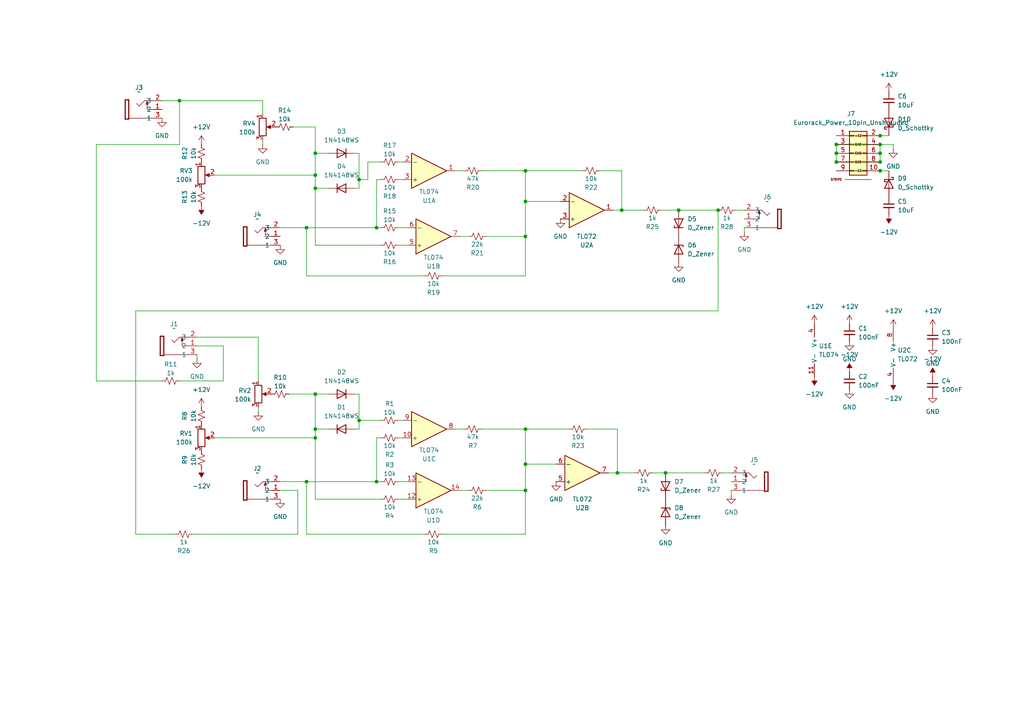
<source format=kicad_sch>
(kicad_sch
	(version 20231120)
	(generator "eeschema")
	(generator_version "8.0")
	(uuid "abfdb5c1-eddc-41fd-82f6-ba7940b11c28")
	(paper "A4")
	(lib_symbols
		(symbol "Amplifier_Operational:TL072"
			(pin_names
				(offset 0.127)
			)
			(exclude_from_sim no)
			(in_bom yes)
			(on_board yes)
			(property "Reference" "U"
				(at 0 5.08 0)
				(effects
					(font
						(size 1.27 1.27)
					)
					(justify left)
				)
			)
			(property "Value" "TL072"
				(at 0 -5.08 0)
				(effects
					(font
						(size 1.27 1.27)
					)
					(justify left)
				)
			)
			(property "Footprint" ""
				(at 0 0 0)
				(effects
					(font
						(size 1.27 1.27)
					)
					(hide yes)
				)
			)
			(property "Datasheet" "http://www.ti.com/lit/ds/symlink/tl071.pdf"
				(at 0 0 0)
				(effects
					(font
						(size 1.27 1.27)
					)
					(hide yes)
				)
			)
			(property "Description" "Dual Low-Noise JFET-Input Operational Amplifiers, DIP-8/SOIC-8"
				(at 0 0 0)
				(effects
					(font
						(size 1.27 1.27)
					)
					(hide yes)
				)
			)
			(property "ki_locked" ""
				(at 0 0 0)
				(effects
					(font
						(size 1.27 1.27)
					)
				)
			)
			(property "ki_keywords" "dual opamp"
				(at 0 0 0)
				(effects
					(font
						(size 1.27 1.27)
					)
					(hide yes)
				)
			)
			(property "ki_fp_filters" "SOIC*3.9x4.9mm*P1.27mm* DIP*W7.62mm* TO*99* OnSemi*Micro8* TSSOP*3x3mm*P0.65mm* TSSOP*4.4x3mm*P0.65mm* MSOP*3x3mm*P0.65mm* SSOP*3.9x4.9mm*P0.635mm* LFCSP*2x2mm*P0.5mm* *SIP* SOIC*5.3x6.2mm*P1.27mm*"
				(at 0 0 0)
				(effects
					(font
						(size 1.27 1.27)
					)
					(hide yes)
				)
			)
			(symbol "TL072_1_1"
				(polyline
					(pts
						(xy -5.08 5.08) (xy 5.08 0) (xy -5.08 -5.08) (xy -5.08 5.08)
					)
					(stroke
						(width 0.254)
						(type default)
					)
					(fill
						(type background)
					)
				)
				(pin output line
					(at 7.62 0 180)
					(length 2.54)
					(name "~"
						(effects
							(font
								(size 1.27 1.27)
							)
						)
					)
					(number "1"
						(effects
							(font
								(size 1.27 1.27)
							)
						)
					)
				)
				(pin input line
					(at -7.62 -2.54 0)
					(length 2.54)
					(name "-"
						(effects
							(font
								(size 1.27 1.27)
							)
						)
					)
					(number "2"
						(effects
							(font
								(size 1.27 1.27)
							)
						)
					)
				)
				(pin input line
					(at -7.62 2.54 0)
					(length 2.54)
					(name "+"
						(effects
							(font
								(size 1.27 1.27)
							)
						)
					)
					(number "3"
						(effects
							(font
								(size 1.27 1.27)
							)
						)
					)
				)
			)
			(symbol "TL072_2_1"
				(polyline
					(pts
						(xy -5.08 5.08) (xy 5.08 0) (xy -5.08 -5.08) (xy -5.08 5.08)
					)
					(stroke
						(width 0.254)
						(type default)
					)
					(fill
						(type background)
					)
				)
				(pin input line
					(at -7.62 2.54 0)
					(length 2.54)
					(name "+"
						(effects
							(font
								(size 1.27 1.27)
							)
						)
					)
					(number "5"
						(effects
							(font
								(size 1.27 1.27)
							)
						)
					)
				)
				(pin input line
					(at -7.62 -2.54 0)
					(length 2.54)
					(name "-"
						(effects
							(font
								(size 1.27 1.27)
							)
						)
					)
					(number "6"
						(effects
							(font
								(size 1.27 1.27)
							)
						)
					)
				)
				(pin output line
					(at 7.62 0 180)
					(length 2.54)
					(name "~"
						(effects
							(font
								(size 1.27 1.27)
							)
						)
					)
					(number "7"
						(effects
							(font
								(size 1.27 1.27)
							)
						)
					)
				)
			)
			(symbol "TL072_3_1"
				(pin power_in line
					(at -2.54 -7.62 90)
					(length 3.81)
					(name "V-"
						(effects
							(font
								(size 1.27 1.27)
							)
						)
					)
					(number "4"
						(effects
							(font
								(size 1.27 1.27)
							)
						)
					)
				)
				(pin power_in line
					(at -2.54 7.62 270)
					(length 3.81)
					(name "V+"
						(effects
							(font
								(size 1.27 1.27)
							)
						)
					)
					(number "8"
						(effects
							(font
								(size 1.27 1.27)
							)
						)
					)
				)
			)
		)
		(symbol "Amplifier_Operational:TL074"
			(pin_names
				(offset 0.127)
			)
			(exclude_from_sim no)
			(in_bom yes)
			(on_board yes)
			(property "Reference" "U"
				(at 0 5.08 0)
				(effects
					(font
						(size 1.27 1.27)
					)
					(justify left)
				)
			)
			(property "Value" "TL074"
				(at 0 -5.08 0)
				(effects
					(font
						(size 1.27 1.27)
					)
					(justify left)
				)
			)
			(property "Footprint" ""
				(at -1.27 2.54 0)
				(effects
					(font
						(size 1.27 1.27)
					)
					(hide yes)
				)
			)
			(property "Datasheet" "http://www.ti.com/lit/ds/symlink/tl071.pdf"
				(at 1.27 5.08 0)
				(effects
					(font
						(size 1.27 1.27)
					)
					(hide yes)
				)
			)
			(property "Description" "Quad Low-Noise JFET-Input Operational Amplifiers, DIP-14/SOIC-14"
				(at 0 0 0)
				(effects
					(font
						(size 1.27 1.27)
					)
					(hide yes)
				)
			)
			(property "ki_locked" ""
				(at 0 0 0)
				(effects
					(font
						(size 1.27 1.27)
					)
				)
			)
			(property "ki_keywords" "quad opamp"
				(at 0 0 0)
				(effects
					(font
						(size 1.27 1.27)
					)
					(hide yes)
				)
			)
			(property "ki_fp_filters" "SOIC*3.9x8.7mm*P1.27mm* DIP*W7.62mm* TSSOP*4.4x5mm*P0.65mm* SSOP*5.3x6.2mm*P0.65mm* MSOP*3x3mm*P0.5mm*"
				(at 0 0 0)
				(effects
					(font
						(size 1.27 1.27)
					)
					(hide yes)
				)
			)
			(symbol "TL074_1_1"
				(polyline
					(pts
						(xy -5.08 5.08) (xy 5.08 0) (xy -5.08 -5.08) (xy -5.08 5.08)
					)
					(stroke
						(width 0.254)
						(type default)
					)
					(fill
						(type background)
					)
				)
				(pin output line
					(at 7.62 0 180)
					(length 2.54)
					(name "~"
						(effects
							(font
								(size 1.27 1.27)
							)
						)
					)
					(number "1"
						(effects
							(font
								(size 1.27 1.27)
							)
						)
					)
				)
				(pin input line
					(at -7.62 -2.54 0)
					(length 2.54)
					(name "-"
						(effects
							(font
								(size 1.27 1.27)
							)
						)
					)
					(number "2"
						(effects
							(font
								(size 1.27 1.27)
							)
						)
					)
				)
				(pin input line
					(at -7.62 2.54 0)
					(length 2.54)
					(name "+"
						(effects
							(font
								(size 1.27 1.27)
							)
						)
					)
					(number "3"
						(effects
							(font
								(size 1.27 1.27)
							)
						)
					)
				)
			)
			(symbol "TL074_2_1"
				(polyline
					(pts
						(xy -5.08 5.08) (xy 5.08 0) (xy -5.08 -5.08) (xy -5.08 5.08)
					)
					(stroke
						(width 0.254)
						(type default)
					)
					(fill
						(type background)
					)
				)
				(pin input line
					(at -7.62 2.54 0)
					(length 2.54)
					(name "+"
						(effects
							(font
								(size 1.27 1.27)
							)
						)
					)
					(number "5"
						(effects
							(font
								(size 1.27 1.27)
							)
						)
					)
				)
				(pin input line
					(at -7.62 -2.54 0)
					(length 2.54)
					(name "-"
						(effects
							(font
								(size 1.27 1.27)
							)
						)
					)
					(number "6"
						(effects
							(font
								(size 1.27 1.27)
							)
						)
					)
				)
				(pin output line
					(at 7.62 0 180)
					(length 2.54)
					(name "~"
						(effects
							(font
								(size 1.27 1.27)
							)
						)
					)
					(number "7"
						(effects
							(font
								(size 1.27 1.27)
							)
						)
					)
				)
			)
			(symbol "TL074_3_1"
				(polyline
					(pts
						(xy -5.08 5.08) (xy 5.08 0) (xy -5.08 -5.08) (xy -5.08 5.08)
					)
					(stroke
						(width 0.254)
						(type default)
					)
					(fill
						(type background)
					)
				)
				(pin input line
					(at -7.62 2.54 0)
					(length 2.54)
					(name "+"
						(effects
							(font
								(size 1.27 1.27)
							)
						)
					)
					(number "10"
						(effects
							(font
								(size 1.27 1.27)
							)
						)
					)
				)
				(pin output line
					(at 7.62 0 180)
					(length 2.54)
					(name "~"
						(effects
							(font
								(size 1.27 1.27)
							)
						)
					)
					(number "8"
						(effects
							(font
								(size 1.27 1.27)
							)
						)
					)
				)
				(pin input line
					(at -7.62 -2.54 0)
					(length 2.54)
					(name "-"
						(effects
							(font
								(size 1.27 1.27)
							)
						)
					)
					(number "9"
						(effects
							(font
								(size 1.27 1.27)
							)
						)
					)
				)
			)
			(symbol "TL074_4_1"
				(polyline
					(pts
						(xy -5.08 5.08) (xy 5.08 0) (xy -5.08 -5.08) (xy -5.08 5.08)
					)
					(stroke
						(width 0.254)
						(type default)
					)
					(fill
						(type background)
					)
				)
				(pin input line
					(at -7.62 2.54 0)
					(length 2.54)
					(name "+"
						(effects
							(font
								(size 1.27 1.27)
							)
						)
					)
					(number "12"
						(effects
							(font
								(size 1.27 1.27)
							)
						)
					)
				)
				(pin input line
					(at -7.62 -2.54 0)
					(length 2.54)
					(name "-"
						(effects
							(font
								(size 1.27 1.27)
							)
						)
					)
					(number "13"
						(effects
							(font
								(size 1.27 1.27)
							)
						)
					)
				)
				(pin output line
					(at 7.62 0 180)
					(length 2.54)
					(name "~"
						(effects
							(font
								(size 1.27 1.27)
							)
						)
					)
					(number "14"
						(effects
							(font
								(size 1.27 1.27)
							)
						)
					)
				)
			)
			(symbol "TL074_5_1"
				(pin power_in line
					(at -2.54 -7.62 90)
					(length 3.81)
					(name "V-"
						(effects
							(font
								(size 1.27 1.27)
							)
						)
					)
					(number "11"
						(effects
							(font
								(size 1.27 1.27)
							)
						)
					)
				)
				(pin power_in line
					(at -2.54 7.62 270)
					(length 3.81)
					(name "V+"
						(effects
							(font
								(size 1.27 1.27)
							)
						)
					)
					(number "4"
						(effects
							(font
								(size 1.27 1.27)
							)
						)
					)
				)
			)
		)
		(symbol "Device:C_Small"
			(pin_numbers hide)
			(pin_names
				(offset 0.254) hide)
			(exclude_from_sim no)
			(in_bom yes)
			(on_board yes)
			(property "Reference" "C"
				(at 0.254 1.778 0)
				(effects
					(font
						(size 1.27 1.27)
					)
					(justify left)
				)
			)
			(property "Value" "C_Small"
				(at 0.254 -2.032 0)
				(effects
					(font
						(size 1.27 1.27)
					)
					(justify left)
				)
			)
			(property "Footprint" ""
				(at 0 0 0)
				(effects
					(font
						(size 1.27 1.27)
					)
					(hide yes)
				)
			)
			(property "Datasheet" "~"
				(at 0 0 0)
				(effects
					(font
						(size 1.27 1.27)
					)
					(hide yes)
				)
			)
			(property "Description" "Unpolarized capacitor, small symbol"
				(at 0 0 0)
				(effects
					(font
						(size 1.27 1.27)
					)
					(hide yes)
				)
			)
			(property "ki_keywords" "capacitor cap"
				(at 0 0 0)
				(effects
					(font
						(size 1.27 1.27)
					)
					(hide yes)
				)
			)
			(property "ki_fp_filters" "C_*"
				(at 0 0 0)
				(effects
					(font
						(size 1.27 1.27)
					)
					(hide yes)
				)
			)
			(symbol "C_Small_0_1"
				(polyline
					(pts
						(xy -1.524 -0.508) (xy 1.524 -0.508)
					)
					(stroke
						(width 0.3302)
						(type default)
					)
					(fill
						(type none)
					)
				)
				(polyline
					(pts
						(xy -1.524 0.508) (xy 1.524 0.508)
					)
					(stroke
						(width 0.3048)
						(type default)
					)
					(fill
						(type none)
					)
				)
			)
			(symbol "C_Small_1_1"
				(pin passive line
					(at 0 2.54 270)
					(length 2.032)
					(name "~"
						(effects
							(font
								(size 1.27 1.27)
							)
						)
					)
					(number "1"
						(effects
							(font
								(size 1.27 1.27)
							)
						)
					)
				)
				(pin passive line
					(at 0 -2.54 90)
					(length 2.032)
					(name "~"
						(effects
							(font
								(size 1.27 1.27)
							)
						)
					)
					(number "2"
						(effects
							(font
								(size 1.27 1.27)
							)
						)
					)
				)
			)
		)
		(symbol "Device:D_Schottky"
			(pin_numbers hide)
			(pin_names
				(offset 1.016) hide)
			(exclude_from_sim no)
			(in_bom yes)
			(on_board yes)
			(property "Reference" "D"
				(at 0 2.54 0)
				(effects
					(font
						(size 1.27 1.27)
					)
				)
			)
			(property "Value" "D_Schottky"
				(at 0 -2.54 0)
				(effects
					(font
						(size 1.27 1.27)
					)
				)
			)
			(property "Footprint" ""
				(at 0 0 0)
				(effects
					(font
						(size 1.27 1.27)
					)
					(hide yes)
				)
			)
			(property "Datasheet" "~"
				(at 0 0 0)
				(effects
					(font
						(size 1.27 1.27)
					)
					(hide yes)
				)
			)
			(property "Description" "Schottky diode"
				(at 0 0 0)
				(effects
					(font
						(size 1.27 1.27)
					)
					(hide yes)
				)
			)
			(property "ki_keywords" "diode Schottky"
				(at 0 0 0)
				(effects
					(font
						(size 1.27 1.27)
					)
					(hide yes)
				)
			)
			(property "ki_fp_filters" "TO-???* *_Diode_* *SingleDiode* D_*"
				(at 0 0 0)
				(effects
					(font
						(size 1.27 1.27)
					)
					(hide yes)
				)
			)
			(symbol "D_Schottky_0_1"
				(polyline
					(pts
						(xy 1.27 0) (xy -1.27 0)
					)
					(stroke
						(width 0)
						(type default)
					)
					(fill
						(type none)
					)
				)
				(polyline
					(pts
						(xy 1.27 1.27) (xy 1.27 -1.27) (xy -1.27 0) (xy 1.27 1.27)
					)
					(stroke
						(width 0.254)
						(type default)
					)
					(fill
						(type none)
					)
				)
				(polyline
					(pts
						(xy -1.905 0.635) (xy -1.905 1.27) (xy -1.27 1.27) (xy -1.27 -1.27) (xy -0.635 -1.27) (xy -0.635 -0.635)
					)
					(stroke
						(width 0.254)
						(type default)
					)
					(fill
						(type none)
					)
				)
			)
			(symbol "D_Schottky_1_1"
				(pin passive line
					(at -3.81 0 0)
					(length 2.54)
					(name "K"
						(effects
							(font
								(size 1.27 1.27)
							)
						)
					)
					(number "1"
						(effects
							(font
								(size 1.27 1.27)
							)
						)
					)
				)
				(pin passive line
					(at 3.81 0 180)
					(length 2.54)
					(name "A"
						(effects
							(font
								(size 1.27 1.27)
							)
						)
					)
					(number "2"
						(effects
							(font
								(size 1.27 1.27)
							)
						)
					)
				)
			)
		)
		(symbol "Device:D_Zener"
			(pin_numbers hide)
			(pin_names
				(offset 1.016) hide)
			(exclude_from_sim no)
			(in_bom yes)
			(on_board yes)
			(property "Reference" "D"
				(at 0 2.54 0)
				(effects
					(font
						(size 1.27 1.27)
					)
				)
			)
			(property "Value" "D_Zener"
				(at 0 -2.54 0)
				(effects
					(font
						(size 1.27 1.27)
					)
				)
			)
			(property "Footprint" ""
				(at 0 0 0)
				(effects
					(font
						(size 1.27 1.27)
					)
					(hide yes)
				)
			)
			(property "Datasheet" "~"
				(at 0 0 0)
				(effects
					(font
						(size 1.27 1.27)
					)
					(hide yes)
				)
			)
			(property "Description" "Zener diode"
				(at 0 0 0)
				(effects
					(font
						(size 1.27 1.27)
					)
					(hide yes)
				)
			)
			(property "ki_keywords" "diode"
				(at 0 0 0)
				(effects
					(font
						(size 1.27 1.27)
					)
					(hide yes)
				)
			)
			(property "ki_fp_filters" "TO-???* *_Diode_* *SingleDiode* D_*"
				(at 0 0 0)
				(effects
					(font
						(size 1.27 1.27)
					)
					(hide yes)
				)
			)
			(symbol "D_Zener_0_1"
				(polyline
					(pts
						(xy 1.27 0) (xy -1.27 0)
					)
					(stroke
						(width 0)
						(type default)
					)
					(fill
						(type none)
					)
				)
				(polyline
					(pts
						(xy -1.27 -1.27) (xy -1.27 1.27) (xy -0.762 1.27)
					)
					(stroke
						(width 0.254)
						(type default)
					)
					(fill
						(type none)
					)
				)
				(polyline
					(pts
						(xy 1.27 -1.27) (xy 1.27 1.27) (xy -1.27 0) (xy 1.27 -1.27)
					)
					(stroke
						(width 0.254)
						(type default)
					)
					(fill
						(type none)
					)
				)
			)
			(symbol "D_Zener_1_1"
				(pin passive line
					(at -3.81 0 0)
					(length 2.54)
					(name "K"
						(effects
							(font
								(size 1.27 1.27)
							)
						)
					)
					(number "1"
						(effects
							(font
								(size 1.27 1.27)
							)
						)
					)
				)
				(pin passive line
					(at 3.81 0 180)
					(length 2.54)
					(name "A"
						(effects
							(font
								(size 1.27 1.27)
							)
						)
					)
					(number "2"
						(effects
							(font
								(size 1.27 1.27)
							)
						)
					)
				)
			)
		)
		(symbol "Device:R_Potentiometer"
			(pin_names
				(offset 1.016) hide)
			(exclude_from_sim no)
			(in_bom yes)
			(on_board yes)
			(property "Reference" "RV"
				(at -4.445 0 90)
				(effects
					(font
						(size 1.27 1.27)
					)
				)
			)
			(property "Value" "R_Potentiometer"
				(at -2.54 0 90)
				(effects
					(font
						(size 1.27 1.27)
					)
				)
			)
			(property "Footprint" ""
				(at 0 0 0)
				(effects
					(font
						(size 1.27 1.27)
					)
					(hide yes)
				)
			)
			(property "Datasheet" "~"
				(at 0 0 0)
				(effects
					(font
						(size 1.27 1.27)
					)
					(hide yes)
				)
			)
			(property "Description" "Potentiometer"
				(at 0 0 0)
				(effects
					(font
						(size 1.27 1.27)
					)
					(hide yes)
				)
			)
			(property "ki_keywords" "resistor variable"
				(at 0 0 0)
				(effects
					(font
						(size 1.27 1.27)
					)
					(hide yes)
				)
			)
			(property "ki_fp_filters" "Potentiometer*"
				(at 0 0 0)
				(effects
					(font
						(size 1.27 1.27)
					)
					(hide yes)
				)
			)
			(symbol "R_Potentiometer_0_1"
				(polyline
					(pts
						(xy 2.54 0) (xy 1.524 0)
					)
					(stroke
						(width 0)
						(type default)
					)
					(fill
						(type none)
					)
				)
				(polyline
					(pts
						(xy 1.143 0) (xy 2.286 0.508) (xy 2.286 -0.508) (xy 1.143 0)
					)
					(stroke
						(width 0)
						(type default)
					)
					(fill
						(type outline)
					)
				)
				(rectangle
					(start 1.016 2.54)
					(end -1.016 -2.54)
					(stroke
						(width 0.254)
						(type default)
					)
					(fill
						(type none)
					)
				)
			)
			(symbol "R_Potentiometer_1_1"
				(pin passive line
					(at 0 3.81 270)
					(length 1.27)
					(name "1"
						(effects
							(font
								(size 1.27 1.27)
							)
						)
					)
					(number "1"
						(effects
							(font
								(size 1.27 1.27)
							)
						)
					)
				)
				(pin passive line
					(at 3.81 0 180)
					(length 1.27)
					(name "2"
						(effects
							(font
								(size 1.27 1.27)
							)
						)
					)
					(number "2"
						(effects
							(font
								(size 1.27 1.27)
							)
						)
					)
				)
				(pin passive line
					(at 0 -3.81 90)
					(length 1.27)
					(name "3"
						(effects
							(font
								(size 1.27 1.27)
							)
						)
					)
					(number "3"
						(effects
							(font
								(size 1.27 1.27)
							)
						)
					)
				)
			)
		)
		(symbol "Device:R_Small_US"
			(pin_numbers hide)
			(pin_names
				(offset 0.254) hide)
			(exclude_from_sim no)
			(in_bom yes)
			(on_board yes)
			(property "Reference" "R"
				(at 0.762 0.508 0)
				(effects
					(font
						(size 1.27 1.27)
					)
					(justify left)
				)
			)
			(property "Value" "R_Small_US"
				(at 0.762 -1.016 0)
				(effects
					(font
						(size 1.27 1.27)
					)
					(justify left)
				)
			)
			(property "Footprint" ""
				(at 0 0 0)
				(effects
					(font
						(size 1.27 1.27)
					)
					(hide yes)
				)
			)
			(property "Datasheet" "~"
				(at 0 0 0)
				(effects
					(font
						(size 1.27 1.27)
					)
					(hide yes)
				)
			)
			(property "Description" "Resistor, small US symbol"
				(at 0 0 0)
				(effects
					(font
						(size 1.27 1.27)
					)
					(hide yes)
				)
			)
			(property "ki_keywords" "r resistor"
				(at 0 0 0)
				(effects
					(font
						(size 1.27 1.27)
					)
					(hide yes)
				)
			)
			(property "ki_fp_filters" "R_*"
				(at 0 0 0)
				(effects
					(font
						(size 1.27 1.27)
					)
					(hide yes)
				)
			)
			(symbol "R_Small_US_1_1"
				(polyline
					(pts
						(xy 0 0) (xy 1.016 -0.381) (xy 0 -0.762) (xy -1.016 -1.143) (xy 0 -1.524)
					)
					(stroke
						(width 0)
						(type default)
					)
					(fill
						(type none)
					)
				)
				(polyline
					(pts
						(xy 0 1.524) (xy 1.016 1.143) (xy 0 0.762) (xy -1.016 0.381) (xy 0 0)
					)
					(stroke
						(width 0)
						(type default)
					)
					(fill
						(type none)
					)
				)
				(pin passive line
					(at 0 2.54 270)
					(length 1.016)
					(name "~"
						(effects
							(font
								(size 1.27 1.27)
							)
						)
					)
					(number "1"
						(effects
							(font
								(size 1.27 1.27)
							)
						)
					)
				)
				(pin passive line
					(at 0 -2.54 90)
					(length 1.016)
					(name "~"
						(effects
							(font
								(size 1.27 1.27)
							)
						)
					)
					(number "2"
						(effects
							(font
								(size 1.27 1.27)
							)
						)
					)
				)
			)
		)
		(symbol "Diode:1N4148WS"
			(pin_numbers hide)
			(pin_names hide)
			(exclude_from_sim no)
			(in_bom yes)
			(on_board yes)
			(property "Reference" "D"
				(at 0 2.54 0)
				(effects
					(font
						(size 1.27 1.27)
					)
				)
			)
			(property "Value" "1N4148WS"
				(at 0 -2.54 0)
				(effects
					(font
						(size 1.27 1.27)
					)
				)
			)
			(property "Footprint" "Diode_SMD:D_SOD-323"
				(at 0 -4.445 0)
				(effects
					(font
						(size 1.27 1.27)
					)
					(hide yes)
				)
			)
			(property "Datasheet" "https://www.vishay.com/docs/85751/1n4148ws.pdf"
				(at 0 0 0)
				(effects
					(font
						(size 1.27 1.27)
					)
					(hide yes)
				)
			)
			(property "Description" "75V 0.15A Fast switching Diode, SOD-323"
				(at 0 0 0)
				(effects
					(font
						(size 1.27 1.27)
					)
					(hide yes)
				)
			)
			(property "Sim.Device" "D"
				(at 0 0 0)
				(effects
					(font
						(size 1.27 1.27)
					)
					(hide yes)
				)
			)
			(property "Sim.Pins" "1=K 2=A"
				(at 0 0 0)
				(effects
					(font
						(size 1.27 1.27)
					)
					(hide yes)
				)
			)
			(property "ki_keywords" "diode"
				(at 0 0 0)
				(effects
					(font
						(size 1.27 1.27)
					)
					(hide yes)
				)
			)
			(property "ki_fp_filters" "D*SOD?323*"
				(at 0 0 0)
				(effects
					(font
						(size 1.27 1.27)
					)
					(hide yes)
				)
			)
			(symbol "1N4148WS_0_1"
				(polyline
					(pts
						(xy -1.27 1.27) (xy -1.27 -1.27)
					)
					(stroke
						(width 0.254)
						(type default)
					)
					(fill
						(type none)
					)
				)
				(polyline
					(pts
						(xy 1.27 0) (xy -1.27 0)
					)
					(stroke
						(width 0)
						(type default)
					)
					(fill
						(type none)
					)
				)
				(polyline
					(pts
						(xy 1.27 1.27) (xy 1.27 -1.27) (xy -1.27 0) (xy 1.27 1.27)
					)
					(stroke
						(width 0.254)
						(type default)
					)
					(fill
						(type none)
					)
				)
			)
			(symbol "1N4148WS_1_1"
				(pin passive line
					(at -3.81 0 0)
					(length 2.54)
					(name "K"
						(effects
							(font
								(size 1.27 1.27)
							)
						)
					)
					(number "1"
						(effects
							(font
								(size 1.27 1.27)
							)
						)
					)
				)
				(pin passive line
					(at 3.81 0 180)
					(length 2.54)
					(name "A"
						(effects
							(font
								(size 1.27 1.27)
							)
						)
					)
					(number "2"
						(effects
							(font
								(size 1.27 1.27)
							)
						)
					)
				)
			)
		)
		(symbol "PCM_4ms_Connector:Eurorack_Power_10pin_Unshrouded"
			(pin_names
				(offset 0.0254) hide)
			(exclude_from_sim no)
			(in_bom yes)
			(on_board yes)
			(property "Reference" "J"
				(at 0 3.81 0)
				(effects
					(font
						(size 1.27 1.27)
					)
				)
			)
			(property "Value" "Eurorack_Power_10pin_Unshrouded"
				(at 0 6.35 0)
				(effects
					(font
						(size 1.27 1.27)
					)
				)
			)
			(property "Footprint" "4ms_Connector:Pins_2x05_2.54mm_TH_Europower"
				(at 2.54 -13.97 0)
				(effects
					(font
						(size 1.27 1.27)
					)
					(hide yes)
				)
			)
			(property "Datasheet" ""
				(at 0 -30.48 0)
				(effects
					(font
						(size 1.27 1.27)
					)
					(hide yes)
				)
			)
			(property "Description" "HEADER 2x5 MALE PINS 0.100” 180deg"
				(at 0 0 0)
				(effects
					(font
						(size 1.27 1.27)
					)
					(hide yes)
				)
			)
			(property "Specifications" "HEADER 2x5 MALE PINS 0.100” 180deg"
				(at 0 -21.59 0)
				(effects
					(font
						(size 1.27 1.27)
					)
					(justify left)
					(hide yes)
				)
			)
			(property "Manufacturer" "TAD"
				(at 0 -19.05 0)
				(effects
					(font
						(size 1.27 1.27)
					)
					(justify left)
					(hide yes)
				)
			)
			(property "Part Number" "1-1002FBV0T"
				(at 0 -16.51 0)
				(effects
					(font
						(size 1.27 1.27)
					)
					(justify left)
					(hide yes)
				)
			)
			(property "ki_keywords" "Eurorack_Power_10pin_Unshrouded"
				(at 0 0 0)
				(effects
					(font
						(size 1.27 1.27)
					)
					(hide yes)
				)
			)
			(property "ki_fp_filters" "Pin_Header_Straight_2X* Pin_Header_Angled_2X* Socket_Strip_Straight_2X* Socket_Strip_Angled_2X* IDC_Header_Straight_*"
				(at 0 0 0)
				(effects
					(font
						(size 1.27 1.27)
					)
					(hide yes)
				)
			)
			(symbol "Eurorack_Power_10pin_Unshrouded_0_0"
				(text "+12"
					(at 0 1.27 0)
					(effects
						(font
							(size 0.635 0.635)
						)
					)
				)
				(text "-12"
					(at 0 -8.89 0)
					(effects
						(font
							(size 0.635 0.635)
						)
					)
				)
				(text "GND"
					(at 0 -6.35 0)
					(effects
						(font
							(size 0.635 0.635)
						)
					)
				)
				(text "GND"
					(at 0 -3.81 0)
					(effects
						(font
							(size 0.635 0.635)
						)
					)
				)
				(text "GND"
					(at 0 -1.27 0)
					(effects
						(font
							(size 0.635 0.635)
						)
					)
				)
				(text "STRIPE"
					(at -6.35 -11.43 0)
					(effects
						(font
							(size 0.635 0.635)
						)
					)
				)
			)
			(symbol "Eurorack_Power_10pin_Unshrouded_0_1"
				(rectangle
					(start -2.54 -10.16)
					(end 2.54 2.54)
					(stroke
						(width 0.254)
						(type default)
					)
					(fill
						(type background)
					)
				)
				(rectangle
					(start -2.54 -8.763)
					(end -1.27 -9.017)
					(stroke
						(width 0)
						(type default)
					)
					(fill
						(type none)
					)
				)
				(rectangle
					(start -2.54 -6.223)
					(end -1.27 -6.477)
					(stroke
						(width 0)
						(type default)
					)
					(fill
						(type none)
					)
				)
				(rectangle
					(start -2.54 -3.683)
					(end -1.27 -3.937)
					(stroke
						(width 0)
						(type default)
					)
					(fill
						(type none)
					)
				)
				(rectangle
					(start -2.54 -1.143)
					(end -1.27 -1.397)
					(stroke
						(width 0)
						(type default)
					)
					(fill
						(type none)
					)
				)
				(rectangle
					(start -2.54 1.397)
					(end -1.27 1.143)
					(stroke
						(width 0)
						(type default)
					)
					(fill
						(type none)
					)
				)
				(polyline
					(pts
						(xy -3.81 -11.43) (xy 3.81 -11.43) (xy 1.27 -11.43)
					)
					(stroke
						(width 0)
						(type default)
					)
					(fill
						(type none)
					)
				)
				(rectangle
					(start 1.27 -8.763)
					(end 2.54 -9.017)
					(stroke
						(width 0)
						(type default)
					)
					(fill
						(type none)
					)
				)
				(rectangle
					(start 1.27 -6.223)
					(end 2.54 -6.477)
					(stroke
						(width 0)
						(type default)
					)
					(fill
						(type none)
					)
				)
				(rectangle
					(start 1.27 -3.683)
					(end 2.54 -3.937)
					(stroke
						(width 0)
						(type default)
					)
					(fill
						(type none)
					)
				)
				(rectangle
					(start 1.27 -1.143)
					(end 2.54 -1.397)
					(stroke
						(width 0)
						(type default)
					)
					(fill
						(type none)
					)
				)
				(rectangle
					(start 1.27 1.397)
					(end 2.54 1.143)
					(stroke
						(width 0)
						(type default)
					)
					(fill
						(type none)
					)
				)
			)
			(symbol "Eurorack_Power_10pin_Unshrouded_1_1"
				(pin passive line
					(at -6.35 1.27 0)
					(length 3.81)
					(name "+12V"
						(effects
							(font
								(size 1.27 1.27)
							)
						)
					)
					(number "1"
						(effects
							(font
								(size 1.27 1.27)
							)
						)
					)
				)
				(pin passive line
					(at 6.35 -8.89 180)
					(length 3.81)
					(name "-12V"
						(effects
							(font
								(size 1.27 1.27)
							)
						)
					)
					(number "10"
						(effects
							(font
								(size 1.27 1.27)
							)
						)
					)
				)
				(pin passive line
					(at 6.35 1.27 180)
					(length 3.81)
					(name "+12V"
						(effects
							(font
								(size 1.27 1.27)
							)
						)
					)
					(number "2"
						(effects
							(font
								(size 1.27 1.27)
							)
						)
					)
				)
				(pin passive line
					(at -6.35 -1.27 0)
					(length 3.81)
					(name "GND"
						(effects
							(font
								(size 1.27 1.27)
							)
						)
					)
					(number "3"
						(effects
							(font
								(size 1.27 1.27)
							)
						)
					)
				)
				(pin passive line
					(at 6.35 -1.27 180)
					(length 3.81)
					(name "GND"
						(effects
							(font
								(size 1.27 1.27)
							)
						)
					)
					(number "4"
						(effects
							(font
								(size 1.27 1.27)
							)
						)
					)
				)
				(pin passive line
					(at -6.35 -3.81 0)
					(length 3.81)
					(name "GND"
						(effects
							(font
								(size 1.27 1.27)
							)
						)
					)
					(number "5"
						(effects
							(font
								(size 1.27 1.27)
							)
						)
					)
				)
				(pin passive line
					(at 6.35 -3.81 180)
					(length 3.81)
					(name "GND"
						(effects
							(font
								(size 1.27 1.27)
							)
						)
					)
					(number "6"
						(effects
							(font
								(size 1.27 1.27)
							)
						)
					)
				)
				(pin passive line
					(at -6.35 -6.35 0)
					(length 3.81)
					(name "GND"
						(effects
							(font
								(size 1.27 1.27)
							)
						)
					)
					(number "7"
						(effects
							(font
								(size 1.27 1.27)
							)
						)
					)
				)
				(pin passive line
					(at 6.35 -6.35 180)
					(length 3.81)
					(name "GND"
						(effects
							(font
								(size 1.27 1.27)
							)
						)
					)
					(number "8"
						(effects
							(font
								(size 1.27 1.27)
							)
						)
					)
				)
				(pin passive line
					(at -6.35 -8.89 0)
					(length 3.81)
					(name "-12V"
						(effects
							(font
								(size 1.27 1.27)
							)
						)
					)
					(number "9"
						(effects
							(font
								(size 1.27 1.27)
							)
						)
					)
				)
			)
		)
		(symbol "eurorack-connectors:Thonkiconn-Jack"
			(exclude_from_sim no)
			(in_bom yes)
			(on_board yes)
			(property "Reference" "J"
				(at 0 -5.08 0)
				(effects
					(font
						(size 1.27 1.27)
					)
				)
			)
			(property "Value" ""
				(at 0 -5.08 0)
				(effects
					(font
						(size 1.27 1.27)
					)
				)
			)
			(property "Footprint" "eurorack-jacks:Thonkiconn-Jack"
				(at 0 -5.08 0)
				(effects
					(font
						(size 1.27 1.27)
					)
					(hide yes)
				)
			)
			(property "Datasheet" ""
				(at 0 -5.08 0)
				(effects
					(font
						(size 1.27 1.27)
					)
					(hide yes)
				)
			)
			(property "Description" ""
				(at 0 -5.08 0)
				(effects
					(font
						(size 1.27 1.27)
					)
					(hide yes)
				)
			)
			(symbol "Thonkiconn-Jack_1_0"
				(polyline
					(pts
						(xy -5.586 -2.794) (xy -5.586 2.794)
					)
					(stroke
						(width 0.333)
						(type solid)
					)
					(fill
						(type none)
					)
				)
				(polyline
					(pts
						(xy -5.586 2.794) (xy -4.57 2.794)
					)
					(stroke
						(width 0.333)
						(type solid)
					)
					(fill
						(type none)
					)
				)
				(polyline
					(pts
						(xy -4.57 -2.794) (xy -5.586 -2.794)
					)
					(stroke
						(width 0.333)
						(type solid)
					)
					(fill
						(type none)
					)
				)
				(polyline
					(pts
						(xy -4.57 2.794) (xy -4.57 -2.794)
					)
					(stroke
						(width 0.333)
						(type solid)
					)
					(fill
						(type none)
					)
				)
				(polyline
					(pts
						(xy -1.524 1.016) (xy -2.286 1.778)
					)
					(stroke
						(width 0.152)
						(type solid)
					)
					(fill
						(type none)
					)
				)
				(polyline
					(pts
						(xy 0 2.54) (xy -1.524 1.016)
					)
					(stroke
						(width 0.152)
						(type solid)
					)
					(fill
						(type none)
					)
				)
				(polyline
					(pts
						(xy 0.508 1.524) (xy 0.762 2.286)
					)
					(stroke
						(width 0.254)
						(type solid)
					)
					(fill
						(type none)
					)
				)
				(polyline
					(pts
						(xy 0.762 0) (xy 0.762 2.286)
					)
					(stroke
						(width 0.152)
						(type solid)
					)
					(fill
						(type none)
					)
				)
				(polyline
					(pts
						(xy 0.762 2.286) (xy 1.016 1.524)
					)
					(stroke
						(width 0.254)
						(type solid)
					)
					(fill
						(type none)
					)
				)
				(polyline
					(pts
						(xy 1.016 1.524) (xy 0.508 1.524)
					)
					(stroke
						(width 0.254)
						(type solid)
					)
					(fill
						(type none)
					)
				)
				(polyline
					(pts
						(xy 2.54 -2.54) (xy -4.572 -2.54)
					)
					(stroke
						(width 0.152)
						(type solid)
					)
					(fill
						(type none)
					)
				)
				(polyline
					(pts
						(xy 2.54 0) (xy 0.762 0)
					)
					(stroke
						(width 0.152)
						(type solid)
					)
					(fill
						(type none)
					)
				)
				(polyline
					(pts
						(xy 2.54 2.54) (xy 0 2.54)
					)
					(stroke
						(width 0.152)
						(type solid)
					)
					(fill
						(type none)
					)
				)
				(pin passive line
					(at 5.08 0 180)
					(length 2.54)
					(name "2"
						(effects
							(font
								(size 1.27 1.27)
							)
						)
					)
					(number "1"
						(effects
							(font
								(size 1.27 1.27)
							)
						)
					)
				)
				(pin passive line
					(at 5.08 2.54 180)
					(length 2.54)
					(name "3"
						(effects
							(font
								(size 1.27 1.27)
							)
						)
					)
					(number "2"
						(effects
							(font
								(size 1.27 1.27)
							)
						)
					)
				)
				(pin passive line
					(at 5.08 -2.54 180)
					(length 2.54)
					(name "1"
						(effects
							(font
								(size 1.27 1.27)
							)
						)
					)
					(number "3"
						(effects
							(font
								(size 1.27 1.27)
							)
						)
					)
				)
			)
		)
		(symbol "power:+12V"
			(power)
			(pin_numbers hide)
			(pin_names
				(offset 0) hide)
			(exclude_from_sim no)
			(in_bom yes)
			(on_board yes)
			(property "Reference" "#PWR"
				(at 0 -3.81 0)
				(effects
					(font
						(size 1.27 1.27)
					)
					(hide yes)
				)
			)
			(property "Value" "+12V"
				(at 0 3.556 0)
				(effects
					(font
						(size 1.27 1.27)
					)
				)
			)
			(property "Footprint" ""
				(at 0 0 0)
				(effects
					(font
						(size 1.27 1.27)
					)
					(hide yes)
				)
			)
			(property "Datasheet" ""
				(at 0 0 0)
				(effects
					(font
						(size 1.27 1.27)
					)
					(hide yes)
				)
			)
			(property "Description" "Power symbol creates a global label with name \"+12V\""
				(at 0 0 0)
				(effects
					(font
						(size 1.27 1.27)
					)
					(hide yes)
				)
			)
			(property "ki_keywords" "global power"
				(at 0 0 0)
				(effects
					(font
						(size 1.27 1.27)
					)
					(hide yes)
				)
			)
			(symbol "+12V_0_1"
				(polyline
					(pts
						(xy -0.762 1.27) (xy 0 2.54)
					)
					(stroke
						(width 0)
						(type default)
					)
					(fill
						(type none)
					)
				)
				(polyline
					(pts
						(xy 0 0) (xy 0 2.54)
					)
					(stroke
						(width 0)
						(type default)
					)
					(fill
						(type none)
					)
				)
				(polyline
					(pts
						(xy 0 2.54) (xy 0.762 1.27)
					)
					(stroke
						(width 0)
						(type default)
					)
					(fill
						(type none)
					)
				)
			)
			(symbol "+12V_1_1"
				(pin power_in line
					(at 0 0 90)
					(length 0)
					(name "~"
						(effects
							(font
								(size 1.27 1.27)
							)
						)
					)
					(number "1"
						(effects
							(font
								(size 1.27 1.27)
							)
						)
					)
				)
			)
		)
		(symbol "power:-12V"
			(power)
			(pin_numbers hide)
			(pin_names
				(offset 0) hide)
			(exclude_from_sim no)
			(in_bom yes)
			(on_board yes)
			(property "Reference" "#PWR"
				(at 0 -3.81 0)
				(effects
					(font
						(size 1.27 1.27)
					)
					(hide yes)
				)
			)
			(property "Value" "-12V"
				(at 0 3.556 0)
				(effects
					(font
						(size 1.27 1.27)
					)
				)
			)
			(property "Footprint" ""
				(at 0 0 0)
				(effects
					(font
						(size 1.27 1.27)
					)
					(hide yes)
				)
			)
			(property "Datasheet" ""
				(at 0 0 0)
				(effects
					(font
						(size 1.27 1.27)
					)
					(hide yes)
				)
			)
			(property "Description" "Power symbol creates a global label with name \"-12V\""
				(at 0 0 0)
				(effects
					(font
						(size 1.27 1.27)
					)
					(hide yes)
				)
			)
			(property "ki_keywords" "global power"
				(at 0 0 0)
				(effects
					(font
						(size 1.27 1.27)
					)
					(hide yes)
				)
			)
			(symbol "-12V_0_0"
				(pin power_in line
					(at 0 0 90)
					(length 0)
					(name "~"
						(effects
							(font
								(size 1.27 1.27)
							)
						)
					)
					(number "1"
						(effects
							(font
								(size 1.27 1.27)
							)
						)
					)
				)
			)
			(symbol "-12V_0_1"
				(polyline
					(pts
						(xy 0 0) (xy 0 1.27) (xy 0.762 1.27) (xy 0 2.54) (xy -0.762 1.27) (xy 0 1.27)
					)
					(stroke
						(width 0)
						(type default)
					)
					(fill
						(type outline)
					)
				)
			)
		)
		(symbol "power:GND"
			(power)
			(pin_numbers hide)
			(pin_names
				(offset 0) hide)
			(exclude_from_sim no)
			(in_bom yes)
			(on_board yes)
			(property "Reference" "#PWR"
				(at 0 -6.35 0)
				(effects
					(font
						(size 1.27 1.27)
					)
					(hide yes)
				)
			)
			(property "Value" "GND"
				(at 0 -3.81 0)
				(effects
					(font
						(size 1.27 1.27)
					)
				)
			)
			(property "Footprint" ""
				(at 0 0 0)
				(effects
					(font
						(size 1.27 1.27)
					)
					(hide yes)
				)
			)
			(property "Datasheet" ""
				(at 0 0 0)
				(effects
					(font
						(size 1.27 1.27)
					)
					(hide yes)
				)
			)
			(property "Description" "Power symbol creates a global label with name \"GND\" , ground"
				(at 0 0 0)
				(effects
					(font
						(size 1.27 1.27)
					)
					(hide yes)
				)
			)
			(property "ki_keywords" "global power"
				(at 0 0 0)
				(effects
					(font
						(size 1.27 1.27)
					)
					(hide yes)
				)
			)
			(symbol "GND_0_1"
				(polyline
					(pts
						(xy 0 0) (xy 0 -1.27) (xy 1.27 -1.27) (xy 0 -2.54) (xy -1.27 -1.27) (xy 0 -1.27)
					)
					(stroke
						(width 0)
						(type default)
					)
					(fill
						(type none)
					)
				)
			)
			(symbol "GND_1_1"
				(pin power_in line
					(at 0 0 270)
					(length 0)
					(name "~"
						(effects
							(font
								(size 1.27 1.27)
							)
						)
					)
					(number "1"
						(effects
							(font
								(size 1.27 1.27)
							)
						)
					)
				)
			)
		)
	)
	(junction
		(at 104.14 52.07)
		(diameter 0)
		(color 0 0 0 0)
		(uuid "07fbbad8-b14c-4bd2-aad5-b66e210469a9")
	)
	(junction
		(at 255.27 46.99)
		(diameter 0)
		(color 0 0 0 0)
		(uuid "18bfc445-26ac-4e5e-8272-efbc2ea4c063")
	)
	(junction
		(at 91.44 44.45)
		(diameter 0)
		(color 0 0 0 0)
		(uuid "21bd8f17-ad35-4949-a433-227ec0763cca")
	)
	(junction
		(at 152.4 134.62)
		(diameter 0)
		(color 0 0 0 0)
		(uuid "34b72860-364d-465c-94cc-b2c1722b6a1f")
	)
	(junction
		(at 152.4 124.46)
		(diameter 0)
		(color 0 0 0 0)
		(uuid "36974ac6-92ea-4511-b5c5-8c7b5e4e9ade")
	)
	(junction
		(at 196.85 60.96)
		(diameter 0)
		(color 0 0 0 0)
		(uuid "49e707e6-2c87-4794-94ac-7922999936cf")
	)
	(junction
		(at 109.22 139.7)
		(diameter 0)
		(color 0 0 0 0)
		(uuid "4c3f4be9-1b40-41c1-96f3-3b7b43f92dcb")
	)
	(junction
		(at 255.27 44.45)
		(diameter 0)
		(color 0 0 0 0)
		(uuid "4fd4a32b-43f8-4717-ab01-dc0154935b90")
	)
	(junction
		(at 152.4 142.24)
		(diameter 0)
		(color 0 0 0 0)
		(uuid "5861169e-66b9-4da8-9912-19576056ee6a")
	)
	(junction
		(at 179.07 137.16)
		(diameter 0)
		(color 0 0 0 0)
		(uuid "59c4c833-122d-4e26-a360-e69b61584e8d")
	)
	(junction
		(at 255.27 39.37)
		(diameter 0)
		(color 0 0 0 0)
		(uuid "613e8648-cf89-485a-9e40-ca0bbe6d0b77")
	)
	(junction
		(at 180.34 60.96)
		(diameter 0)
		(color 0 0 0 0)
		(uuid "637064bc-1ff3-4d6f-8494-8297c71e1e9a")
	)
	(junction
		(at 242.57 44.45)
		(diameter 0)
		(color 0 0 0 0)
		(uuid "6ec87ac1-a7ff-4d54-adee-83e3c4635af0")
	)
	(junction
		(at 91.44 114.3)
		(diameter 0)
		(color 0 0 0 0)
		(uuid "6fd4b7f5-6d65-42a5-b399-4f2a79909b89")
	)
	(junction
		(at 208.28 60.96)
		(diameter 0)
		(color 0 0 0 0)
		(uuid "71e802f4-03f0-494e-b17b-a02ea2f64b70")
	)
	(junction
		(at 52.07 29.21)
		(diameter 0)
		(color 0 0 0 0)
		(uuid "81e0fc10-58a1-40eb-9617-e65b180c683b")
	)
	(junction
		(at 91.44 127)
		(diameter 0)
		(color 0 0 0 0)
		(uuid "8777cd6e-9b0a-402a-b8a5-094f1cc983ee")
	)
	(junction
		(at 242.57 41.91)
		(diameter 0)
		(color 0 0 0 0)
		(uuid "915d0652-5526-4530-ad5a-2d12ef118814")
	)
	(junction
		(at 242.57 46.99)
		(diameter 0)
		(color 0 0 0 0)
		(uuid "9542d9ec-2fe2-48a7-9c10-757d13f0aa62")
	)
	(junction
		(at 88.9 139.7)
		(diameter 0)
		(color 0 0 0 0)
		(uuid "9cff4047-e8e4-4b46-9302-ef24e9b4b973")
	)
	(junction
		(at 91.44 124.46)
		(diameter 0)
		(color 0 0 0 0)
		(uuid "ade2a40c-9a91-45c8-a2b3-ec755d1394b3")
	)
	(junction
		(at 152.4 68.58)
		(diameter 0)
		(color 0 0 0 0)
		(uuid "b12a0bb7-08ff-42c7-a3fa-fd0d466a8508")
	)
	(junction
		(at 91.44 54.61)
		(diameter 0)
		(color 0 0 0 0)
		(uuid "b44a25b0-dd42-4784-b174-ccde5eac40a7")
	)
	(junction
		(at 104.14 121.92)
		(diameter 0)
		(color 0 0 0 0)
		(uuid "bc72cf9b-afdb-440e-a1b3-8a7c4aea2660")
	)
	(junction
		(at 152.4 58.42)
		(diameter 0)
		(color 0 0 0 0)
		(uuid "c22c4baf-a9dc-45c2-b117-8f7c00266010")
	)
	(junction
		(at 193.04 137.16)
		(diameter 0)
		(color 0 0 0 0)
		(uuid "c98dc026-7f27-475d-96d9-310a42370d1f")
	)
	(junction
		(at 255.27 41.91)
		(diameter 0)
		(color 0 0 0 0)
		(uuid "caf46882-80c6-4fea-8c8d-00b7d5d2c3f6")
	)
	(junction
		(at 88.9 66.04)
		(diameter 0)
		(color 0 0 0 0)
		(uuid "ceaab080-5635-4760-ba77-c98a5e967386")
	)
	(junction
		(at 91.44 50.8)
		(diameter 0)
		(color 0 0 0 0)
		(uuid "e056f3d4-1b33-48b7-974f-bf2d609ddfad")
	)
	(junction
		(at 152.4 49.53)
		(diameter 0)
		(color 0 0 0 0)
		(uuid "e12a3e86-3b7f-4d40-84c0-c0d7759ff20a")
	)
	(junction
		(at 255.27 49.53)
		(diameter 0)
		(color 0 0 0 0)
		(uuid "f5641146-19c4-4435-a659-daa0acf602a9")
	)
	(junction
		(at 109.22 66.04)
		(diameter 0)
		(color 0 0 0 0)
		(uuid "f767b4af-8f17-4ecf-850d-fd75f46cbd91")
	)
	(wire
		(pts
			(xy 91.44 36.83) (xy 91.44 44.45)
		)
		(stroke
			(width 0)
			(type default)
		)
		(uuid "0795711c-0b4d-452c-933d-0f11f17146a5")
	)
	(wire
		(pts
			(xy 52.07 29.21) (xy 76.2 29.21)
		)
		(stroke
			(width 0)
			(type default)
		)
		(uuid "08f5d93c-5ddd-4255-979b-2ac3acf7ecf0")
	)
	(wire
		(pts
			(xy 133.35 142.24) (xy 135.89 142.24)
		)
		(stroke
			(width 0)
			(type default)
		)
		(uuid "0a3209c3-eed3-418b-969a-7c2ebb9a9538")
	)
	(wire
		(pts
			(xy 212.09 143.51) (xy 212.09 142.24)
		)
		(stroke
			(width 0)
			(type default)
		)
		(uuid "0aa9fbda-6778-4ec6-926a-8aaa06110b96")
	)
	(wire
		(pts
			(xy 88.9 139.7) (xy 88.9 154.94)
		)
		(stroke
			(width 0)
			(type default)
		)
		(uuid "0ea889b8-ba82-4604-ba96-9a494f4e9152")
	)
	(wire
		(pts
			(xy 180.34 60.96) (xy 180.34 49.53)
		)
		(stroke
			(width 0)
			(type default)
		)
		(uuid "111768b2-6b3a-42b6-80eb-77304e78e1ac")
	)
	(wire
		(pts
			(xy 91.44 44.45) (xy 91.44 50.8)
		)
		(stroke
			(width 0)
			(type default)
		)
		(uuid "128551c5-4844-406b-ab79-14daf1b53c9b")
	)
	(wire
		(pts
			(xy 85.09 36.83) (xy 91.44 36.83)
		)
		(stroke
			(width 0)
			(type default)
		)
		(uuid "1558dbcf-a7d4-443f-82b5-589186555485")
	)
	(wire
		(pts
			(xy 115.57 127) (xy 116.84 127)
		)
		(stroke
			(width 0)
			(type default)
		)
		(uuid "18042b6f-d936-4304-9180-fdda70a733db")
	)
	(wire
		(pts
			(xy 152.4 134.62) (xy 161.29 134.62)
		)
		(stroke
			(width 0)
			(type default)
		)
		(uuid "1934d437-bc98-40aa-bd65-59a42d8e3351")
	)
	(wire
		(pts
			(xy 74.93 97.79) (xy 74.93 110.49)
		)
		(stroke
			(width 0)
			(type default)
		)
		(uuid "1a061200-7597-4721-ae1a-0a5ea5b053fd")
	)
	(wire
		(pts
			(xy 46.99 110.49) (xy 27.94 110.49)
		)
		(stroke
			(width 0)
			(type default)
		)
		(uuid "1a251caf-2cb5-468b-a7fa-c171ec2a7a1d")
	)
	(wire
		(pts
			(xy 62.23 127) (xy 91.44 127)
		)
		(stroke
			(width 0)
			(type default)
		)
		(uuid "1cc68919-9efa-4aa8-a9d9-ba9d1cc24af2")
	)
	(wire
		(pts
			(xy 91.44 54.61) (xy 91.44 71.12)
		)
		(stroke
			(width 0)
			(type default)
		)
		(uuid "2374f3fb-c541-4918-a447-59fe993b40bf")
	)
	(wire
		(pts
			(xy 208.28 90.17) (xy 39.37 90.17)
		)
		(stroke
			(width 0)
			(type default)
		)
		(uuid "255ec772-8db2-42a1-9ff3-6276ca77ff6e")
	)
	(wire
		(pts
			(xy 255.27 46.99) (xy 242.57 46.99)
		)
		(stroke
			(width 0)
			(type default)
		)
		(uuid "25bb86f9-5961-42ec-859f-74ab9d7b8501")
	)
	(wire
		(pts
			(xy 255.27 44.45) (xy 255.27 46.99)
		)
		(stroke
			(width 0)
			(type default)
		)
		(uuid "267b291a-95f1-486b-9842-2db5f13e2978")
	)
	(wire
		(pts
			(xy 140.97 142.24) (xy 152.4 142.24)
		)
		(stroke
			(width 0)
			(type default)
		)
		(uuid "26e8103f-aeb2-4580-8201-b2d56a805800")
	)
	(wire
		(pts
			(xy 91.44 124.46) (xy 95.25 124.46)
		)
		(stroke
			(width 0)
			(type default)
		)
		(uuid "275d05e1-9e66-4fad-8385-930401498fa7")
	)
	(wire
		(pts
			(xy 64.77 110.49) (xy 52.07 110.49)
		)
		(stroke
			(width 0)
			(type default)
		)
		(uuid "27eeaf6e-f8fd-46be-ae7f-93a382b96de2")
	)
	(wire
		(pts
			(xy 102.87 54.61) (xy 104.14 54.61)
		)
		(stroke
			(width 0)
			(type default)
		)
		(uuid "28192bf2-b2ea-487e-a51b-d53fabd263d2")
	)
	(wire
		(pts
			(xy 255.27 41.91) (xy 255.27 44.45)
		)
		(stroke
			(width 0)
			(type default)
		)
		(uuid "2e2464fe-9328-4e6e-8ece-0016fd8588ba")
	)
	(wire
		(pts
			(xy 88.9 80.01) (xy 88.9 66.04)
		)
		(stroke
			(width 0)
			(type default)
		)
		(uuid "2e31080d-12cc-4755-ab0b-4f849321bf68")
	)
	(wire
		(pts
			(xy 91.44 127) (xy 91.44 144.78)
		)
		(stroke
			(width 0)
			(type default)
		)
		(uuid "3138d690-d466-4f83-ba75-bda06369df66")
	)
	(wire
		(pts
			(xy 255.27 39.37) (xy 257.81 39.37)
		)
		(stroke
			(width 0)
			(type default)
		)
		(uuid "343db3ad-850f-4b53-ae04-78ca11e7538f")
	)
	(wire
		(pts
			(xy 109.22 66.04) (xy 110.49 66.04)
		)
		(stroke
			(width 0)
			(type default)
		)
		(uuid "3b1200f6-39a8-4ebd-abd0-11e18b16b77c")
	)
	(wire
		(pts
			(xy 215.9 67.31) (xy 215.9 66.04)
		)
		(stroke
			(width 0)
			(type default)
		)
		(uuid "3b9f519c-801e-4ebb-a0a8-0f282c10c94a")
	)
	(wire
		(pts
			(xy 91.44 44.45) (xy 95.25 44.45)
		)
		(stroke
			(width 0)
			(type default)
		)
		(uuid "3eef0573-199a-46a0-83dd-78ffb787d632")
	)
	(wire
		(pts
			(xy 88.9 66.04) (xy 109.22 66.04)
		)
		(stroke
			(width 0)
			(type default)
		)
		(uuid "3f2ff601-7d17-4601-980f-7153836695f7")
	)
	(wire
		(pts
			(xy 91.44 114.3) (xy 91.44 124.46)
		)
		(stroke
			(width 0)
			(type default)
		)
		(uuid "3f743e0b-ec80-4a0e-9bcb-2b97c900af37")
	)
	(wire
		(pts
			(xy 115.57 66.04) (xy 118.11 66.04)
		)
		(stroke
			(width 0)
			(type default)
		)
		(uuid "41ae6151-7b61-4c30-8cd0-23d8320c18e4")
	)
	(wire
		(pts
			(xy 196.85 60.96) (xy 208.28 60.96)
		)
		(stroke
			(width 0)
			(type default)
		)
		(uuid "4236fdc2-0dc3-49ca-b9b6-701bebb07b56")
	)
	(wire
		(pts
			(xy 115.57 139.7) (xy 118.11 139.7)
		)
		(stroke
			(width 0)
			(type default)
		)
		(uuid "4462f974-b38e-4814-bdae-97cde6c96cdf")
	)
	(wire
		(pts
			(xy 152.4 68.58) (xy 152.4 80.01)
		)
		(stroke
			(width 0)
			(type default)
		)
		(uuid "455be0f0-9e51-4019-a8bc-98f13b047efc")
	)
	(wire
		(pts
			(xy 242.57 49.53) (xy 255.27 49.53)
		)
		(stroke
			(width 0)
			(type default)
		)
		(uuid "4592d059-b0eb-4fc1-83ac-b982897bf623")
	)
	(wire
		(pts
			(xy 104.14 114.3) (xy 104.14 121.92)
		)
		(stroke
			(width 0)
			(type default)
		)
		(uuid "4788be0c-09c7-4198-8804-2e87c37ab899")
	)
	(wire
		(pts
			(xy 133.35 68.58) (xy 135.89 68.58)
		)
		(stroke
			(width 0)
			(type default)
		)
		(uuid "4b4fc783-2183-4944-8c14-77623d5d21e2")
	)
	(wire
		(pts
			(xy 39.37 90.17) (xy 39.37 154.94)
		)
		(stroke
			(width 0)
			(type default)
		)
		(uuid "4b9cd8cf-0a7a-465d-9ce5-cebd84b98701")
	)
	(wire
		(pts
			(xy 52.07 41.91) (xy 52.07 29.21)
		)
		(stroke
			(width 0)
			(type default)
		)
		(uuid "4d2e9184-c9e6-4917-ba42-998f19263e6c")
	)
	(wire
		(pts
			(xy 168.91 49.53) (xy 152.4 49.53)
		)
		(stroke
			(width 0)
			(type default)
		)
		(uuid "4dc058f3-8889-4348-8691-5caa8292656b")
	)
	(wire
		(pts
			(xy 132.08 49.53) (xy 134.62 49.53)
		)
		(stroke
			(width 0)
			(type default)
		)
		(uuid "4df647da-e68d-43c5-92fb-3c9a2e75b26f")
	)
	(wire
		(pts
			(xy 242.57 41.91) (xy 255.27 41.91)
		)
		(stroke
			(width 0)
			(type default)
		)
		(uuid "523ae8da-ae30-4d3a-a26e-e927e0f27d82")
	)
	(wire
		(pts
			(xy 104.14 44.45) (xy 102.87 44.45)
		)
		(stroke
			(width 0)
			(type default)
		)
		(uuid "525139ee-4e0c-434f-83f7-f8a1428ac55f")
	)
	(wire
		(pts
			(xy 109.22 127) (xy 109.22 139.7)
		)
		(stroke
			(width 0)
			(type default)
		)
		(uuid "52bbded6-d31d-4be9-a7b2-b5da50b33527")
	)
	(wire
		(pts
			(xy 209.55 137.16) (xy 212.09 137.16)
		)
		(stroke
			(width 0)
			(type default)
		)
		(uuid "54d745bc-93c3-4c34-9597-a2582d2382cf")
	)
	(wire
		(pts
			(xy 179.07 137.16) (xy 179.07 124.46)
		)
		(stroke
			(width 0)
			(type default)
		)
		(uuid "63b616b3-08f4-47d3-bf32-82abcf9f49c4")
	)
	(wire
		(pts
			(xy 140.97 68.58) (xy 152.4 68.58)
		)
		(stroke
			(width 0)
			(type default)
		)
		(uuid "66e6870f-4734-42f6-810e-cb67f852059b")
	)
	(wire
		(pts
			(xy 179.07 124.46) (xy 170.18 124.46)
		)
		(stroke
			(width 0)
			(type default)
		)
		(uuid "705ccc58-9864-45d3-b762-dd7f63476f23")
	)
	(wire
		(pts
			(xy 81.28 66.04) (xy 88.9 66.04)
		)
		(stroke
			(width 0)
			(type default)
		)
		(uuid "73bfd113-98cc-4b22-baf8-3dc1e7d73c4c")
	)
	(wire
		(pts
			(xy 27.94 110.49) (xy 27.94 41.91)
		)
		(stroke
			(width 0)
			(type default)
		)
		(uuid "74a8f856-9a04-4553-b299-42aabec94598")
	)
	(wire
		(pts
			(xy 57.15 100.33) (xy 64.77 100.33)
		)
		(stroke
			(width 0)
			(type default)
		)
		(uuid "75edde09-31e8-40f2-b51f-cd85db7c2575")
	)
	(wire
		(pts
			(xy 191.77 60.96) (xy 196.85 60.96)
		)
		(stroke
			(width 0)
			(type default)
		)
		(uuid "77175dcb-8831-4a65-abe8-f2765245ffaf")
	)
	(wire
		(pts
			(xy 106.68 52.07) (xy 106.68 46.99)
		)
		(stroke
			(width 0)
			(type default)
		)
		(uuid "777ded9a-54f4-45ee-948c-851ca68efa89")
	)
	(wire
		(pts
			(xy 152.4 49.53) (xy 152.4 58.42)
		)
		(stroke
			(width 0)
			(type default)
		)
		(uuid "7cbc8f99-defc-4b12-99e6-56027c12effb")
	)
	(wire
		(pts
			(xy 109.22 139.7) (xy 110.49 139.7)
		)
		(stroke
			(width 0)
			(type default)
		)
		(uuid "7d83042d-dcce-4edb-8ee9-ed965c102e4c")
	)
	(wire
		(pts
			(xy 179.07 137.16) (xy 184.15 137.16)
		)
		(stroke
			(width 0)
			(type default)
		)
		(uuid "7e450907-639c-4ccc-8d13-9323cbe8a445")
	)
	(wire
		(pts
			(xy 104.14 52.07) (xy 106.68 52.07)
		)
		(stroke
			(width 0)
			(type default)
		)
		(uuid "838d031c-67ca-444f-8842-025423bcb138")
	)
	(wire
		(pts
			(xy 189.23 137.16) (xy 193.04 137.16)
		)
		(stroke
			(width 0)
			(type default)
		)
		(uuid "84517ebe-52e7-4367-aa56-15dcff129336")
	)
	(wire
		(pts
			(xy 81.28 139.7) (xy 88.9 139.7)
		)
		(stroke
			(width 0)
			(type default)
		)
		(uuid "84b645bb-ffbf-49a7-83fc-c475feb084b9")
	)
	(wire
		(pts
			(xy 110.49 52.07) (xy 109.22 52.07)
		)
		(stroke
			(width 0)
			(type default)
		)
		(uuid "84fd74b7-dfc9-414f-a127-a3a5eb4ada49")
	)
	(wire
		(pts
			(xy 208.28 60.96) (xy 208.28 90.17)
		)
		(stroke
			(width 0)
			(type default)
		)
		(uuid "86b4d9b5-5010-4110-a218-f9d8e1c8bb72")
	)
	(wire
		(pts
			(xy 74.93 118.11) (xy 74.93 119.38)
		)
		(stroke
			(width 0)
			(type default)
		)
		(uuid "878f6396-809e-4628-b5d7-001e90deb2dc")
	)
	(wire
		(pts
			(xy 91.44 50.8) (xy 91.44 54.61)
		)
		(stroke
			(width 0)
			(type default)
		)
		(uuid "87a89fe7-1392-40b7-a8ae-db51999a2d6c")
	)
	(wire
		(pts
			(xy 91.44 114.3) (xy 95.25 114.3)
		)
		(stroke
			(width 0)
			(type default)
		)
		(uuid "9026d6d5-0833-4785-8ff1-4a43e5ac0ac1")
	)
	(wire
		(pts
			(xy 115.57 144.78) (xy 118.11 144.78)
		)
		(stroke
			(width 0)
			(type default)
		)
		(uuid "91814fd6-b749-4091-9671-2748c84bd004")
	)
	(wire
		(pts
			(xy 213.36 60.96) (xy 215.9 60.96)
		)
		(stroke
			(width 0)
			(type default)
		)
		(uuid "921714a4-796d-46c0-9196-a9b67c9eaec5")
	)
	(wire
		(pts
			(xy 180.34 49.53) (xy 173.99 49.53)
		)
		(stroke
			(width 0)
			(type default)
		)
		(uuid "929fb920-d693-4dca-98b3-3303bd7b8c6a")
	)
	(wire
		(pts
			(xy 176.53 137.16) (xy 179.07 137.16)
		)
		(stroke
			(width 0)
			(type default)
		)
		(uuid "92a47f87-d53c-4ad0-8439-c670225de8b9")
	)
	(wire
		(pts
			(xy 110.49 127) (xy 109.22 127)
		)
		(stroke
			(width 0)
			(type default)
		)
		(uuid "96923aaa-3957-4148-ac3b-ad6df2ea4a33")
	)
	(wire
		(pts
			(xy 55.88 154.94) (xy 86.36 154.94)
		)
		(stroke
			(width 0)
			(type default)
		)
		(uuid "97209717-71b6-4b2e-a1b1-a605f35ae7c4")
	)
	(wire
		(pts
			(xy 139.7 124.46) (xy 152.4 124.46)
		)
		(stroke
			(width 0)
			(type default)
		)
		(uuid "981a0dae-84b7-44b5-9289-4116885082a5")
	)
	(wire
		(pts
			(xy 104.14 121.92) (xy 104.14 124.46)
		)
		(stroke
			(width 0)
			(type default)
		)
		(uuid "99615866-e508-4d4c-993c-395a97ef5137")
	)
	(wire
		(pts
			(xy 115.57 121.92) (xy 116.84 121.92)
		)
		(stroke
			(width 0)
			(type default)
		)
		(uuid "9d8c225b-5ce7-4f54-b11c-5a1c9270e0ee")
	)
	(wire
		(pts
			(xy 152.4 142.24) (xy 152.4 154.94)
		)
		(stroke
			(width 0)
			(type default)
		)
		(uuid "9ec7255b-8171-49e6-9f56-e2372c533676")
	)
	(wire
		(pts
			(xy 106.68 46.99) (xy 110.49 46.99)
		)
		(stroke
			(width 0)
			(type default)
		)
		(uuid "a57b15c7-7130-414d-ae21-c00db36b57c5")
	)
	(wire
		(pts
			(xy 110.49 71.12) (xy 91.44 71.12)
		)
		(stroke
			(width 0)
			(type default)
		)
		(uuid "a6de2a64-dae0-4755-ac29-685914c2fb3e")
	)
	(wire
		(pts
			(xy 102.87 124.46) (xy 104.14 124.46)
		)
		(stroke
			(width 0)
			(type default)
		)
		(uuid "a796a1e0-da33-4595-9f10-64f603cc364c")
	)
	(wire
		(pts
			(xy 88.9 80.01) (xy 123.19 80.01)
		)
		(stroke
			(width 0)
			(type default)
		)
		(uuid "a84331e3-6caf-4812-9972-57e2f4c1958e")
	)
	(wire
		(pts
			(xy 242.57 44.45) (xy 255.27 44.45)
		)
		(stroke
			(width 0)
			(type default)
		)
		(uuid "a9854831-8891-4e64-9140-50a9c3a68a08")
	)
	(wire
		(pts
			(xy 104.14 54.61) (xy 104.14 52.07)
		)
		(stroke
			(width 0)
			(type default)
		)
		(uuid "a9c09983-24a2-46bf-acae-873849405177")
	)
	(wire
		(pts
			(xy 242.57 44.45) (xy 242.57 41.91)
		)
		(stroke
			(width 0)
			(type default)
		)
		(uuid "aa86680e-0d47-4e3a-8bad-9fc4432e48f8")
	)
	(wire
		(pts
			(xy 128.27 80.01) (xy 152.4 80.01)
		)
		(stroke
			(width 0)
			(type default)
		)
		(uuid "ae909ee1-23b6-480c-85fc-90a0ea0c903d")
	)
	(wire
		(pts
			(xy 91.44 54.61) (xy 95.25 54.61)
		)
		(stroke
			(width 0)
			(type default)
		)
		(uuid "b164cea3-591d-4332-8e52-5c2859e56190")
	)
	(wire
		(pts
			(xy 177.8 60.96) (xy 180.34 60.96)
		)
		(stroke
			(width 0)
			(type default)
		)
		(uuid "b1c36e45-5faa-43d0-bbc2-aba6275200f5")
	)
	(wire
		(pts
			(xy 152.4 134.62) (xy 152.4 142.24)
		)
		(stroke
			(width 0)
			(type default)
		)
		(uuid "b2028461-8ddf-4109-a154-e4a927f3d2d2")
	)
	(wire
		(pts
			(xy 115.57 52.07) (xy 116.84 52.07)
		)
		(stroke
			(width 0)
			(type default)
		)
		(uuid "b76f966d-cae7-416a-ac7d-4138271b3e25")
	)
	(wire
		(pts
			(xy 255.27 49.53) (xy 257.81 49.53)
		)
		(stroke
			(width 0)
			(type default)
		)
		(uuid "ba779572-adce-470c-b30b-1c20a7abd9d6")
	)
	(wire
		(pts
			(xy 57.15 104.14) (xy 57.15 102.87)
		)
		(stroke
			(width 0)
			(type default)
		)
		(uuid "ba897fc3-f625-4063-8fda-831f2c8033fd")
	)
	(wire
		(pts
			(xy 104.14 114.3) (xy 102.87 114.3)
		)
		(stroke
			(width 0)
			(type default)
		)
		(uuid "bb1a2b33-ba4e-440a-8ad1-f7c5036c6351")
	)
	(wire
		(pts
			(xy 152.4 124.46) (xy 152.4 134.62)
		)
		(stroke
			(width 0)
			(type default)
		)
		(uuid "bbabbe91-ddfd-46af-92a9-5ec2f2190e76")
	)
	(wire
		(pts
			(xy 259.08 41.91) (xy 255.27 41.91)
		)
		(stroke
			(width 0)
			(type default)
		)
		(uuid "bf5f76d3-0f58-4e00-b3cc-c44d0bb2693c")
	)
	(wire
		(pts
			(xy 115.57 46.99) (xy 116.84 46.99)
		)
		(stroke
			(width 0)
			(type default)
		)
		(uuid "c0579b74-80ba-40dd-834d-182e73d1dee5")
	)
	(wire
		(pts
			(xy 86.36 142.24) (xy 81.28 142.24)
		)
		(stroke
			(width 0)
			(type default)
		)
		(uuid "c07f4324-2341-4f8c-8781-cf37da8b3425")
	)
	(wire
		(pts
			(xy 259.08 43.18) (xy 259.08 41.91)
		)
		(stroke
			(width 0)
			(type default)
		)
		(uuid "c382696a-202e-48ee-8e70-2f96338a0581")
	)
	(wire
		(pts
			(xy 132.08 124.46) (xy 134.62 124.46)
		)
		(stroke
			(width 0)
			(type default)
		)
		(uuid "c3e7a710-91f6-47e4-bb0b-a8c2da4f4cc7")
	)
	(wire
		(pts
			(xy 139.7 49.53) (xy 152.4 49.53)
		)
		(stroke
			(width 0)
			(type default)
		)
		(uuid "c4d61369-a6e6-4e1c-9e74-7fe2b5fdfbc5")
	)
	(wire
		(pts
			(xy 242.57 46.99) (xy 242.57 44.45)
		)
		(stroke
			(width 0)
			(type default)
		)
		(uuid "c9a4fdcc-1aba-4c7d-b76b-8bcdcbc6bdbf")
	)
	(wire
		(pts
			(xy 88.9 154.94) (xy 123.19 154.94)
		)
		(stroke
			(width 0)
			(type default)
		)
		(uuid "ca4499d5-2378-4504-b480-9a65a2a40891")
	)
	(wire
		(pts
			(xy 88.9 139.7) (xy 109.22 139.7)
		)
		(stroke
			(width 0)
			(type default)
		)
		(uuid "cde38c55-19dc-4194-b2ef-d0b5a729cd3a")
	)
	(wire
		(pts
			(xy 76.2 29.21) (xy 76.2 33.02)
		)
		(stroke
			(width 0)
			(type default)
		)
		(uuid "ce7a5ba9-f2d3-4f97-a4cb-54085995f349")
	)
	(wire
		(pts
			(xy 180.34 60.96) (xy 186.69 60.96)
		)
		(stroke
			(width 0)
			(type default)
		)
		(uuid "d40b31d0-ea88-4d7c-a431-616cc2bc29ef")
	)
	(wire
		(pts
			(xy 152.4 58.42) (xy 162.56 58.42)
		)
		(stroke
			(width 0)
			(type default)
		)
		(uuid "d557ddcd-ad22-42eb-a64d-68a3c716fd21")
	)
	(wire
		(pts
			(xy 64.77 100.33) (xy 64.77 110.49)
		)
		(stroke
			(width 0)
			(type default)
		)
		(uuid "d8960a04-7ff5-4697-95bf-028106bdd096")
	)
	(wire
		(pts
			(xy 115.57 71.12) (xy 118.11 71.12)
		)
		(stroke
			(width 0)
			(type default)
		)
		(uuid "d8eb6c2a-d7e7-4331-be61-3e2fed92835e")
	)
	(wire
		(pts
			(xy 128.27 154.94) (xy 152.4 154.94)
		)
		(stroke
			(width 0)
			(type default)
		)
		(uuid "d9438583-503b-437e-9c28-b7183f689c55")
	)
	(wire
		(pts
			(xy 104.14 52.07) (xy 104.14 44.45)
		)
		(stroke
			(width 0)
			(type default)
		)
		(uuid "d9a6aaff-d538-441c-aec3-3f293c66491a")
	)
	(wire
		(pts
			(xy 91.44 124.46) (xy 91.44 127)
		)
		(stroke
			(width 0)
			(type default)
		)
		(uuid "e08ed2e7-0242-4217-a795-7da804a70caf")
	)
	(wire
		(pts
			(xy 39.37 154.94) (xy 50.8 154.94)
		)
		(stroke
			(width 0)
			(type default)
		)
		(uuid "e5131716-f5d7-493b-877e-f5d140a41117")
	)
	(wire
		(pts
			(xy 152.4 58.42) (xy 152.4 68.58)
		)
		(stroke
			(width 0)
			(type default)
		)
		(uuid "e7a8e297-5f18-4141-abae-4b99a427503c")
	)
	(wire
		(pts
			(xy 242.57 39.37) (xy 255.27 39.37)
		)
		(stroke
			(width 0)
			(type default)
		)
		(uuid "e877616a-a716-495e-ae8e-89132de9d858")
	)
	(wire
		(pts
			(xy 27.94 41.91) (xy 52.07 41.91)
		)
		(stroke
			(width 0)
			(type default)
		)
		(uuid "e936642c-59ed-47d3-8c32-48c28f354826")
	)
	(wire
		(pts
			(xy 57.15 97.79) (xy 74.93 97.79)
		)
		(stroke
			(width 0)
			(type default)
		)
		(uuid "ec3c5269-7c47-42cc-b154-b26c56496c8f")
	)
	(wire
		(pts
			(xy 165.1 124.46) (xy 152.4 124.46)
		)
		(stroke
			(width 0)
			(type default)
		)
		(uuid "eeed05f5-1c3e-4f64-ae02-a71d142e7ec6")
	)
	(wire
		(pts
			(xy 110.49 144.78) (xy 91.44 144.78)
		)
		(stroke
			(width 0)
			(type default)
		)
		(uuid "f08e6fa1-9800-4c29-b255-e50c0dbd6f8e")
	)
	(wire
		(pts
			(xy 109.22 52.07) (xy 109.22 66.04)
		)
		(stroke
			(width 0)
			(type default)
		)
		(uuid "f209f0b7-a8bf-4d01-87a9-9f825db0fb65")
	)
	(wire
		(pts
			(xy 104.14 121.92) (xy 110.49 121.92)
		)
		(stroke
			(width 0)
			(type default)
		)
		(uuid "f213f5bf-556c-4d9c-95a2-bc399a0afda0")
	)
	(wire
		(pts
			(xy 76.2 40.64) (xy 76.2 41.91)
		)
		(stroke
			(width 0)
			(type default)
		)
		(uuid "f30a091e-a066-4184-b403-4fb4e96478c0")
	)
	(wire
		(pts
			(xy 193.04 137.16) (xy 204.47 137.16)
		)
		(stroke
			(width 0)
			(type default)
		)
		(uuid "f7561446-4f63-4c4e-8925-4cc15e01fc8a")
	)
	(wire
		(pts
			(xy 46.99 29.21) (xy 52.07 29.21)
		)
		(stroke
			(width 0)
			(type default)
		)
		(uuid "f7b4ad62-8a84-4af6-bb69-4c5e43b37360")
	)
	(wire
		(pts
			(xy 62.23 50.8) (xy 91.44 50.8)
		)
		(stroke
			(width 0)
			(type default)
		)
		(uuid "f7f2a6fa-4e28-40d9-a475-7b583ac13ef8")
	)
	(wire
		(pts
			(xy 83.82 114.3) (xy 91.44 114.3)
		)
		(stroke
			(width 0)
			(type default)
		)
		(uuid "f82a65ec-c2dd-442e-8866-c4c82cf35a2a")
	)
	(wire
		(pts
			(xy 86.36 154.94) (xy 86.36 142.24)
		)
		(stroke
			(width 0)
			(type default)
		)
		(uuid "f93c255c-2512-44d6-88f7-4b588c4b1240")
	)
	(symbol
		(lib_id "Device:D_Zener")
		(at 193.04 148.59 270)
		(unit 1)
		(exclude_from_sim no)
		(in_bom yes)
		(on_board yes)
		(dnp no)
		(fields_autoplaced yes)
		(uuid "011d3af2-45fd-457d-9794-dd9d5da1211f")
		(property "Reference" "D8"
			(at 195.58 147.3199 90)
			(effects
				(font
					(size 1.27 1.27)
				)
				(justify left)
			)
		)
		(property "Value" "D_Zener"
			(at 195.58 149.8599 90)
			(effects
				(font
					(size 1.27 1.27)
				)
				(justify left)
			)
		)
		(property "Footprint" "Diode_SMD:D_SOD-323"
			(at 193.04 148.59 0)
			(effects
				(font
					(size 1.27 1.27)
				)
				(hide yes)
			)
		)
		(property "Datasheet" "~"
			(at 193.04 148.59 0)
			(effects
				(font
					(size 1.27 1.27)
				)
				(hide yes)
			)
		)
		(property "Description" "Zener diode"
			(at 193.04 148.59 0)
			(effects
				(font
					(size 1.27 1.27)
				)
				(hide yes)
			)
		)
		(pin "2"
			(uuid "8435c24b-f830-45f1-b53d-56d8b2f5c60a")
		)
		(pin "1"
			(uuid "dd0b3672-61de-45b7-81b8-07400f646ff7")
		)
		(instances
			(project "razors"
				(path "/abfdb5c1-eddc-41fd-82f6-ba7940b11c28"
					(reference "D8")
					(unit 1)
				)
			)
		)
	)
	(symbol
		(lib_id "Amplifier_Operational:TL072")
		(at 261.62 102.87 0)
		(unit 3)
		(exclude_from_sim no)
		(in_bom yes)
		(on_board yes)
		(dnp no)
		(fields_autoplaced yes)
		(uuid "03d7c444-9eec-4094-adb5-bcc7915dab25")
		(property "Reference" "U2"
			(at 260.35 101.5999 0)
			(effects
				(font
					(size 1.27 1.27)
				)
				(justify left)
			)
		)
		(property "Value" "TL072"
			(at 260.35 104.1399 0)
			(effects
				(font
					(size 1.27 1.27)
				)
				(justify left)
			)
		)
		(property "Footprint" "Package_SO:TSSOP-8_4.4x3mm_P0.65mm"
			(at 261.62 102.87 0)
			(effects
				(font
					(size 1.27 1.27)
				)
				(hide yes)
			)
		)
		(property "Datasheet" "http://www.ti.com/lit/ds/symlink/tl071.pdf"
			(at 261.62 102.87 0)
			(effects
				(font
					(size 1.27 1.27)
				)
				(hide yes)
			)
		)
		(property "Description" "Dual Low-Noise JFET-Input Operational Amplifiers, DIP-8/SOIC-8"
			(at 261.62 102.87 0)
			(effects
				(font
					(size 1.27 1.27)
				)
				(hide yes)
			)
		)
		(pin "3"
			(uuid "f53be639-cd4e-4a40-92ee-0f8745a80901")
		)
		(pin "2"
			(uuid "fec44c82-3205-4cee-8276-336ac6655e88")
		)
		(pin "4"
			(uuid "7df87ca9-769d-4fbd-9190-961ab9444c39")
		)
		(pin "8"
			(uuid "31017728-c2d7-4c54-a529-268d96333280")
		)
		(pin "6"
			(uuid "240d19c8-5eca-450d-9b17-56fac6efb262")
		)
		(pin "7"
			(uuid "8b1fde24-c8e3-42cc-aa76-4bf43f65ca07")
		)
		(pin "1"
			(uuid "8aae7d81-8aeb-4571-877a-8baaf7e57e3f")
		)
		(pin "5"
			(uuid "aea40a5e-09d6-42ac-83c6-569469fd294e")
		)
		(instances
			(project ""
				(path "/abfdb5c1-eddc-41fd-82f6-ba7940b11c28"
					(reference "U2")
					(unit 3)
				)
			)
		)
	)
	(symbol
		(lib_id "Device:R_Small_US")
		(at 58.42 44.45 180)
		(unit 1)
		(exclude_from_sim no)
		(in_bom yes)
		(on_board yes)
		(dnp no)
		(uuid "077c913a-cf46-4478-84ff-55ee010457e1")
		(property "Reference" "R12"
			(at 53.594 44.45 90)
			(effects
				(font
					(size 1.27 1.27)
				)
			)
		)
		(property "Value" "10k"
			(at 56.134 44.45 90)
			(effects
				(font
					(size 1.27 1.27)
				)
			)
		)
		(property "Footprint" "Resistor_SMD:R_0603_1608Metric"
			(at 58.42 44.45 0)
			(effects
				(font
					(size 1.27 1.27)
				)
				(hide yes)
			)
		)
		(property "Datasheet" "~"
			(at 58.42 44.45 0)
			(effects
				(font
					(size 1.27 1.27)
				)
				(hide yes)
			)
		)
		(property "Description" "Resistor, small US symbol"
			(at 58.42 44.45 0)
			(effects
				(font
					(size 1.27 1.27)
				)
				(hide yes)
			)
		)
		(pin "2"
			(uuid "528f3829-d88a-459f-ba4a-e98d4fd7cb5a")
		)
		(pin "1"
			(uuid "49ab7cf9-da19-4dac-b1cb-9fdaac0b7901")
		)
		(instances
			(project "razors"
				(path "/abfdb5c1-eddc-41fd-82f6-ba7940b11c28"
					(reference "R12")
					(unit 1)
				)
			)
		)
	)
	(symbol
		(lib_id "Device:R_Small_US")
		(at 49.53 110.49 90)
		(unit 1)
		(exclude_from_sim no)
		(in_bom yes)
		(on_board yes)
		(dnp no)
		(uuid "0d947b87-9075-4870-9a46-90d9060512bf")
		(property "Reference" "R11"
			(at 49.53 105.664 90)
			(effects
				(font
					(size 1.27 1.27)
				)
			)
		)
		(property "Value" "1k"
			(at 49.53 108.204 90)
			(effects
				(font
					(size 1.27 1.27)
				)
			)
		)
		(property "Footprint" "Resistor_SMD:R_0603_1608Metric"
			(at 49.53 110.49 0)
			(effects
				(font
					(size 1.27 1.27)
				)
				(hide yes)
			)
		)
		(property "Datasheet" "~"
			(at 49.53 110.49 0)
			(effects
				(font
					(size 1.27 1.27)
				)
				(hide yes)
			)
		)
		(property "Description" "Resistor, small US symbol"
			(at 49.53 110.49 0)
			(effects
				(font
					(size 1.27 1.27)
				)
				(hide yes)
			)
		)
		(pin "2"
			(uuid "58b1441a-3b2b-4e4c-b6ea-08717501ac12")
		)
		(pin "1"
			(uuid "fd3cb7e3-b8da-46b9-af76-4b115cb211a3")
		)
		(instances
			(project "razors"
				(path "/abfdb5c1-eddc-41fd-82f6-ba7940b11c28"
					(reference "R11")
					(unit 1)
				)
			)
		)
	)
	(symbol
		(lib_id "Diode:1N4148WS")
		(at 99.06 124.46 0)
		(unit 1)
		(exclude_from_sim no)
		(in_bom yes)
		(on_board yes)
		(dnp no)
		(fields_autoplaced yes)
		(uuid "0e03eff2-7d99-4d42-b0c9-e6f26a0c0e10")
		(property "Reference" "D1"
			(at 99.06 118.11 0)
			(effects
				(font
					(size 1.27 1.27)
				)
			)
		)
		(property "Value" "1N4148WS"
			(at 99.06 120.65 0)
			(effects
				(font
					(size 1.27 1.27)
				)
			)
		)
		(property "Footprint" "Diode_SMD:D_SOD-323"
			(at 99.06 128.905 0)
			(effects
				(font
					(size 1.27 1.27)
				)
				(hide yes)
			)
		)
		(property "Datasheet" "https://www.vishay.com/docs/85751/1n4148ws.pdf"
			(at 99.06 124.46 0)
			(effects
				(font
					(size 1.27 1.27)
				)
				(hide yes)
			)
		)
		(property "Description" "75V 0.15A Fast switching Diode, SOD-323"
			(at 99.06 124.46 0)
			(effects
				(font
					(size 1.27 1.27)
				)
				(hide yes)
			)
		)
		(property "Sim.Device" "D"
			(at 99.06 124.46 0)
			(effects
				(font
					(size 1.27 1.27)
				)
				(hide yes)
			)
		)
		(property "Sim.Pins" "1=K 2=A"
			(at 99.06 124.46 0)
			(effects
				(font
					(size 1.27 1.27)
				)
				(hide yes)
			)
		)
		(pin "1"
			(uuid "ea3be7a5-bd7d-4171-a4dd-3cfeaa1fa58d")
		)
		(pin "2"
			(uuid "3a932df2-8beb-4646-a1a3-ea62c4c84206")
		)
		(instances
			(project ""
				(path "/abfdb5c1-eddc-41fd-82f6-ba7940b11c28"
					(reference "D1")
					(unit 1)
				)
			)
		)
	)
	(symbol
		(lib_id "eurorack-connectors:Thonkiconn-Jack")
		(at 76.2 68.58 0)
		(unit 1)
		(exclude_from_sim no)
		(in_bom yes)
		(on_board yes)
		(dnp no)
		(fields_autoplaced yes)
		(uuid "1017d955-a277-48e7-b922-1b270b0e1acb")
		(property "Reference" "J4"
			(at 74.6317 62.23 0)
			(effects
				(font
					(size 1.27 1.27)
				)
			)
		)
		(property "Value" "~"
			(at 74.6317 63.5 0)
			(effects
				(font
					(size 1.27 1.27)
				)
			)
		)
		(property "Footprint" "eurorack-jacks:Thonkiconn-Jack"
			(at 76.2 73.66 0)
			(effects
				(font
					(size 1.27 1.27)
				)
				(hide yes)
			)
		)
		(property "Datasheet" ""
			(at 76.2 73.66 0)
			(effects
				(font
					(size 1.27 1.27)
				)
				(hide yes)
			)
		)
		(property "Description" ""
			(at 76.2 73.66 0)
			(effects
				(font
					(size 1.27 1.27)
				)
				(hide yes)
			)
		)
		(pin "2"
			(uuid "67864604-37dc-42aa-8a5d-cec2a7d7c45b")
		)
		(pin "1"
			(uuid "69eb7aaa-37ea-40f5-9ac5-3a958644bf93")
		)
		(pin "3"
			(uuid "a2e2376e-644b-424e-b5f6-a94e6273b2ba")
		)
		(instances
			(project "razors"
				(path "/abfdb5c1-eddc-41fd-82f6-ba7940b11c28"
					(reference "J4")
					(unit 1)
				)
			)
		)
	)
	(symbol
		(lib_id "Device:R_Small_US")
		(at 210.82 60.96 270)
		(unit 1)
		(exclude_from_sim no)
		(in_bom yes)
		(on_board yes)
		(dnp no)
		(uuid "14c19589-94b5-4ecf-84df-34bb8079fb83")
		(property "Reference" "R28"
			(at 210.82 65.786 90)
			(effects
				(font
					(size 1.27 1.27)
				)
			)
		)
		(property "Value" "1k"
			(at 210.82 63.246 90)
			(effects
				(font
					(size 1.27 1.27)
				)
			)
		)
		(property "Footprint" "Resistor_SMD:R_0603_1608Metric"
			(at 210.82 60.96 0)
			(effects
				(font
					(size 1.27 1.27)
				)
				(hide yes)
			)
		)
		(property "Datasheet" "~"
			(at 210.82 60.96 0)
			(effects
				(font
					(size 1.27 1.27)
				)
				(hide yes)
			)
		)
		(property "Description" "Resistor, small US symbol"
			(at 210.82 60.96 0)
			(effects
				(font
					(size 1.27 1.27)
				)
				(hide yes)
			)
		)
		(pin "2"
			(uuid "670dcfec-41f9-4914-a674-3f1b14893fc3")
		)
		(pin "1"
			(uuid "877b157b-cc5e-492a-863e-e03fa21c507b")
		)
		(instances
			(project "razors"
				(path "/abfdb5c1-eddc-41fd-82f6-ba7940b11c28"
					(reference "R28")
					(unit 1)
				)
			)
		)
	)
	(symbol
		(lib_id "Device:R_Small_US")
		(at 113.03 139.7 90)
		(unit 1)
		(exclude_from_sim no)
		(in_bom yes)
		(on_board yes)
		(dnp no)
		(uuid "1721bc00-192c-483e-b4d5-fc93dd81fe76")
		(property "Reference" "R3"
			(at 113.03 134.874 90)
			(effects
				(font
					(size 1.27 1.27)
				)
			)
		)
		(property "Value" "10k"
			(at 113.03 137.414 90)
			(effects
				(font
					(size 1.27 1.27)
				)
			)
		)
		(property "Footprint" "Resistor_SMD:R_0603_1608Metric"
			(at 113.03 139.7 0)
			(effects
				(font
					(size 1.27 1.27)
				)
				(hide yes)
			)
		)
		(property "Datasheet" "~"
			(at 113.03 139.7 0)
			(effects
				(font
					(size 1.27 1.27)
				)
				(hide yes)
			)
		)
		(property "Description" "Resistor, small US symbol"
			(at 113.03 139.7 0)
			(effects
				(font
					(size 1.27 1.27)
				)
				(hide yes)
			)
		)
		(pin "2"
			(uuid "6a856c58-6012-43e1-a7b7-0ecb00a74dab")
		)
		(pin "1"
			(uuid "5fc21a6d-765b-4d0c-9615-8c9368f352e4")
		)
		(instances
			(project "razors"
				(path "/abfdb5c1-eddc-41fd-82f6-ba7940b11c28"
					(reference "R3")
					(unit 1)
				)
			)
		)
	)
	(symbol
		(lib_id "power:GND")
		(at 81.28 71.12 0)
		(unit 1)
		(exclude_from_sim no)
		(in_bom yes)
		(on_board yes)
		(dnp no)
		(fields_autoplaced yes)
		(uuid "17db6618-3a94-4d5e-9bf8-752056c90a16")
		(property "Reference" "#PWR011"
			(at 81.28 77.47 0)
			(effects
				(font
					(size 1.27 1.27)
				)
				(hide yes)
			)
		)
		(property "Value" "GND"
			(at 81.28 76.2 0)
			(effects
				(font
					(size 1.27 1.27)
				)
			)
		)
		(property "Footprint" ""
			(at 81.28 71.12 0)
			(effects
				(font
					(size 1.27 1.27)
				)
				(hide yes)
			)
		)
		(property "Datasheet" ""
			(at 81.28 71.12 0)
			(effects
				(font
					(size 1.27 1.27)
				)
				(hide yes)
			)
		)
		(property "Description" "Power symbol creates a global label with name \"GND\" , ground"
			(at 81.28 71.12 0)
			(effects
				(font
					(size 1.27 1.27)
				)
				(hide yes)
			)
		)
		(pin "1"
			(uuid "db62616f-52c9-467e-8567-14e15a6bf77d")
		)
		(instances
			(project "razors"
				(path "/abfdb5c1-eddc-41fd-82f6-ba7940b11c28"
					(reference "#PWR011")
					(unit 1)
				)
			)
		)
	)
	(symbol
		(lib_id "Diode:1N4148WS")
		(at 99.06 44.45 180)
		(unit 1)
		(exclude_from_sim no)
		(in_bom yes)
		(on_board yes)
		(dnp no)
		(fields_autoplaced yes)
		(uuid "194f66ed-d944-4923-bd3c-89d85caa92cb")
		(property "Reference" "D3"
			(at 99.06 38.1 0)
			(effects
				(font
					(size 1.27 1.27)
				)
			)
		)
		(property "Value" "1N4148WS"
			(at 99.06 40.64 0)
			(effects
				(font
					(size 1.27 1.27)
				)
			)
		)
		(property "Footprint" "Diode_SMD:D_SOD-323"
			(at 99.06 40.005 0)
			(effects
				(font
					(size 1.27 1.27)
				)
				(hide yes)
			)
		)
		(property "Datasheet" "https://www.vishay.com/docs/85751/1n4148ws.pdf"
			(at 99.06 44.45 0)
			(effects
				(font
					(size 1.27 1.27)
				)
				(hide yes)
			)
		)
		(property "Description" "75V 0.15A Fast switching Diode, SOD-323"
			(at 99.06 44.45 0)
			(effects
				(font
					(size 1.27 1.27)
				)
				(hide yes)
			)
		)
		(property "Sim.Device" "D"
			(at 99.06 44.45 0)
			(effects
				(font
					(size 1.27 1.27)
				)
				(hide yes)
			)
		)
		(property "Sim.Pins" "1=K 2=A"
			(at 99.06 44.45 0)
			(effects
				(font
					(size 1.27 1.27)
				)
				(hide yes)
			)
		)
		(pin "1"
			(uuid "cd35961e-03e4-492d-a17d-212919600a61")
		)
		(pin "2"
			(uuid "98491419-d7ee-4bce-949b-77f7b2ae8704")
		)
		(instances
			(project "razors"
				(path "/abfdb5c1-eddc-41fd-82f6-ba7940b11c28"
					(reference "D3")
					(unit 1)
				)
			)
		)
	)
	(symbol
		(lib_id "power:GND")
		(at 162.56 63.5 0)
		(unit 1)
		(exclude_from_sim no)
		(in_bom yes)
		(on_board yes)
		(dnp no)
		(fields_autoplaced yes)
		(uuid "1becbb91-bff4-46ca-8e51-4e82883dc6b9")
		(property "Reference" "#PWR015"
			(at 162.56 69.85 0)
			(effects
				(font
					(size 1.27 1.27)
				)
				(hide yes)
			)
		)
		(property "Value" "GND"
			(at 162.56 68.58 0)
			(effects
				(font
					(size 1.27 1.27)
				)
			)
		)
		(property "Footprint" ""
			(at 162.56 63.5 0)
			(effects
				(font
					(size 1.27 1.27)
				)
				(hide yes)
			)
		)
		(property "Datasheet" ""
			(at 162.56 63.5 0)
			(effects
				(font
					(size 1.27 1.27)
				)
				(hide yes)
			)
		)
		(property "Description" "Power symbol creates a global label with name \"GND\" , ground"
			(at 162.56 63.5 0)
			(effects
				(font
					(size 1.27 1.27)
				)
				(hide yes)
			)
		)
		(pin "1"
			(uuid "49580d9a-7229-4223-80bd-be78c7c9b724")
		)
		(instances
			(project "razors"
				(path "/abfdb5c1-eddc-41fd-82f6-ba7940b11c28"
					(reference "#PWR015")
					(unit 1)
				)
			)
		)
	)
	(symbol
		(lib_id "power:GND")
		(at 196.85 76.2 0)
		(unit 1)
		(exclude_from_sim no)
		(in_bom yes)
		(on_board yes)
		(dnp no)
		(fields_autoplaced yes)
		(uuid "21217a17-3735-47a5-add9-424e051622f3")
		(property "Reference" "#PWR017"
			(at 196.85 82.55 0)
			(effects
				(font
					(size 1.27 1.27)
				)
				(hide yes)
			)
		)
		(property "Value" "GND"
			(at 196.85 81.28 0)
			(effects
				(font
					(size 1.27 1.27)
				)
			)
		)
		(property "Footprint" ""
			(at 196.85 76.2 0)
			(effects
				(font
					(size 1.27 1.27)
				)
				(hide yes)
			)
		)
		(property "Datasheet" ""
			(at 196.85 76.2 0)
			(effects
				(font
					(size 1.27 1.27)
				)
				(hide yes)
			)
		)
		(property "Description" "Power symbol creates a global label with name \"GND\" , ground"
			(at 196.85 76.2 0)
			(effects
				(font
					(size 1.27 1.27)
				)
				(hide yes)
			)
		)
		(pin "1"
			(uuid "31d0f042-9bca-4ac7-abb0-6c6963a9b8a0")
		)
		(instances
			(project "razors"
				(path "/abfdb5c1-eddc-41fd-82f6-ba7940b11c28"
					(reference "#PWR017")
					(unit 1)
				)
			)
		)
	)
	(symbol
		(lib_id "power:GND")
		(at 212.09 143.51 0)
		(mirror y)
		(unit 1)
		(exclude_from_sim no)
		(in_bom yes)
		(on_board yes)
		(dnp no)
		(fields_autoplaced yes)
		(uuid "24d5d36c-5b7e-4df0-9937-1bf80ee99f56")
		(property "Reference" "#PWR019"
			(at 212.09 149.86 0)
			(effects
				(font
					(size 1.27 1.27)
				)
				(hide yes)
			)
		)
		(property "Value" "GND"
			(at 212.09 148.59 0)
			(effects
				(font
					(size 1.27 1.27)
				)
			)
		)
		(property "Footprint" ""
			(at 212.09 143.51 0)
			(effects
				(font
					(size 1.27 1.27)
				)
				(hide yes)
			)
		)
		(property "Datasheet" ""
			(at 212.09 143.51 0)
			(effects
				(font
					(size 1.27 1.27)
				)
				(hide yes)
			)
		)
		(property "Description" "Power symbol creates a global label with name \"GND\" , ground"
			(at 212.09 143.51 0)
			(effects
				(font
					(size 1.27 1.27)
				)
				(hide yes)
			)
		)
		(pin "1"
			(uuid "abc59917-1d1e-49dc-bcc1-934bee0abe74")
		)
		(instances
			(project "razors"
				(path "/abfdb5c1-eddc-41fd-82f6-ba7940b11c28"
					(reference "#PWR019")
					(unit 1)
				)
			)
		)
	)
	(symbol
		(lib_id "power:-12V")
		(at 259.08 110.49 180)
		(unit 1)
		(exclude_from_sim no)
		(in_bom yes)
		(on_board yes)
		(dnp no)
		(fields_autoplaced yes)
		(uuid "2b0cce00-a19e-432b-87d6-a48cc58b08b6")
		(property "Reference" "#PWR014"
			(at 259.08 106.68 0)
			(effects
				(font
					(size 1.27 1.27)
				)
				(hide yes)
			)
		)
		(property "Value" "-12V"
			(at 259.08 115.57 0)
			(effects
				(font
					(size 1.27 1.27)
				)
			)
		)
		(property "Footprint" ""
			(at 259.08 110.49 0)
			(effects
				(font
					(size 1.27 1.27)
				)
				(hide yes)
			)
		)
		(property "Datasheet" ""
			(at 259.08 110.49 0)
			(effects
				(font
					(size 1.27 1.27)
				)
				(hide yes)
			)
		)
		(property "Description" "Power symbol creates a global label with name \"-12V\""
			(at 259.08 110.49 0)
			(effects
				(font
					(size 1.27 1.27)
				)
				(hide yes)
			)
		)
		(pin "1"
			(uuid "490be510-32b4-4352-be16-4e0e025aad3b")
		)
		(instances
			(project "razors"
				(path "/abfdb5c1-eddc-41fd-82f6-ba7940b11c28"
					(reference "#PWR014")
					(unit 1)
				)
			)
		)
	)
	(symbol
		(lib_id "eurorack-connectors:Thonkiconn-Jack")
		(at 217.17 139.7 0)
		(mirror y)
		(unit 1)
		(exclude_from_sim no)
		(in_bom yes)
		(on_board yes)
		(dnp no)
		(fields_autoplaced yes)
		(uuid "2bde0552-fb08-4e7f-b765-82287edec147")
		(property "Reference" "J5"
			(at 218.7383 133.35 0)
			(effects
				(font
					(size 1.27 1.27)
				)
			)
		)
		(property "Value" "~"
			(at 218.7383 134.62 0)
			(effects
				(font
					(size 1.27 1.27)
				)
			)
		)
		(property "Footprint" "eurorack-jacks:Thonkiconn-Jack"
			(at 217.17 144.78 0)
			(effects
				(font
					(size 1.27 1.27)
				)
				(hide yes)
			)
		)
		(property "Datasheet" ""
			(at 217.17 144.78 0)
			(effects
				(font
					(size 1.27 1.27)
				)
				(hide yes)
			)
		)
		(property "Description" ""
			(at 217.17 144.78 0)
			(effects
				(font
					(size 1.27 1.27)
				)
				(hide yes)
			)
		)
		(pin "2"
			(uuid "694fea73-fab4-4189-a8c4-3681ff7ea690")
		)
		(pin "1"
			(uuid "1f21b467-d9ed-4ff5-840a-70ebf2461863")
		)
		(pin "3"
			(uuid "69a3dc08-3041-4a6c-b1ac-3c43e5e9cd84")
		)
		(instances
			(project "razors"
				(path "/abfdb5c1-eddc-41fd-82f6-ba7940b11c28"
					(reference "J5")
					(unit 1)
				)
			)
		)
	)
	(symbol
		(lib_id "power:+12V")
		(at 236.22 93.98 0)
		(unit 1)
		(exclude_from_sim no)
		(in_bom yes)
		(on_board yes)
		(dnp no)
		(fields_autoplaced yes)
		(uuid "2cf7749b-3bc7-40b4-9692-f18975b825e6")
		(property "Reference" "#PWR03"
			(at 236.22 97.79 0)
			(effects
				(font
					(size 1.27 1.27)
				)
				(hide yes)
			)
		)
		(property "Value" "+12V"
			(at 236.22 88.9 0)
			(effects
				(font
					(size 1.27 1.27)
				)
			)
		)
		(property "Footprint" ""
			(at 236.22 93.98 0)
			(effects
				(font
					(size 1.27 1.27)
				)
				(hide yes)
			)
		)
		(property "Datasheet" ""
			(at 236.22 93.98 0)
			(effects
				(font
					(size 1.27 1.27)
				)
				(hide yes)
			)
		)
		(property "Description" "Power symbol creates a global label with name \"+12V\""
			(at 236.22 93.98 0)
			(effects
				(font
					(size 1.27 1.27)
				)
				(hide yes)
			)
		)
		(pin "1"
			(uuid "5c924827-3132-4d9c-bb2b-6fa3fa1b45eb")
		)
		(instances
			(project "razors"
				(path "/abfdb5c1-eddc-41fd-82f6-ba7940b11c28"
					(reference "#PWR03")
					(unit 1)
				)
			)
		)
	)
	(symbol
		(lib_id "Device:R_Small_US")
		(at 125.73 80.01 270)
		(unit 1)
		(exclude_from_sim no)
		(in_bom yes)
		(on_board yes)
		(dnp no)
		(uuid "35de25d6-e3b6-4f30-aa47-8f093ff3a905")
		(property "Reference" "R19"
			(at 125.73 84.836 90)
			(effects
				(font
					(size 1.27 1.27)
				)
			)
		)
		(property "Value" "10k"
			(at 125.73 82.296 90)
			(effects
				(font
					(size 1.27 1.27)
				)
			)
		)
		(property "Footprint" "Resistor_SMD:R_0603_1608Metric"
			(at 125.73 80.01 0)
			(effects
				(font
					(size 1.27 1.27)
				)
				(hide yes)
			)
		)
		(property "Datasheet" "~"
			(at 125.73 80.01 0)
			(effects
				(font
					(size 1.27 1.27)
				)
				(hide yes)
			)
		)
		(property "Description" "Resistor, small US symbol"
			(at 125.73 80.01 0)
			(effects
				(font
					(size 1.27 1.27)
				)
				(hide yes)
			)
		)
		(pin "2"
			(uuid "82d517bf-8778-4357-93a8-163f359370dc")
		)
		(pin "1"
			(uuid "3348bc8b-2d32-4a68-bf38-eae1155effe7")
		)
		(instances
			(project "razors"
				(path "/abfdb5c1-eddc-41fd-82f6-ba7940b11c28"
					(reference "R19")
					(unit 1)
				)
			)
		)
	)
	(symbol
		(lib_id "power:+12V")
		(at 58.42 118.11 0)
		(unit 1)
		(exclude_from_sim no)
		(in_bom yes)
		(on_board yes)
		(dnp no)
		(uuid "375ff44b-954a-4ac1-bb2c-daebf73eb78c")
		(property "Reference" "#PWR01"
			(at 58.42 121.92 0)
			(effects
				(font
					(size 1.27 1.27)
				)
				(hide yes)
			)
		)
		(property "Value" "+12V"
			(at 58.42 113.03 0)
			(effects
				(font
					(size 1.27 1.27)
				)
			)
		)
		(property "Footprint" ""
			(at 58.42 118.11 0)
			(effects
				(font
					(size 1.27 1.27)
				)
				(hide yes)
			)
		)
		(property "Datasheet" ""
			(at 58.42 118.11 0)
			(effects
				(font
					(size 1.27 1.27)
				)
				(hide yes)
			)
		)
		(property "Description" "Power symbol creates a global label with name \"+12V\""
			(at 58.42 118.11 0)
			(effects
				(font
					(size 1.27 1.27)
				)
				(hide yes)
			)
		)
		(pin "1"
			(uuid "75de70c2-f90f-4516-9ac2-b7f9b970b976")
		)
		(instances
			(project ""
				(path "/abfdb5c1-eddc-41fd-82f6-ba7940b11c28"
					(reference "#PWR01")
					(unit 1)
				)
			)
		)
	)
	(symbol
		(lib_id "Device:D_Zener")
		(at 196.85 64.77 90)
		(unit 1)
		(exclude_from_sim no)
		(in_bom yes)
		(on_board yes)
		(dnp no)
		(fields_autoplaced yes)
		(uuid "3c966813-a99d-404b-a918-1f532a63aaf0")
		(property "Reference" "D5"
			(at 199.39 63.4999 90)
			(effects
				(font
					(size 1.27 1.27)
				)
				(justify right)
			)
		)
		(property "Value" "D_Zener"
			(at 199.39 66.0399 90)
			(effects
				(font
					(size 1.27 1.27)
				)
				(justify right)
			)
		)
		(property "Footprint" "Diode_SMD:D_SOD-323"
			(at 196.85 64.77 0)
			(effects
				(font
					(size 1.27 1.27)
				)
				(hide yes)
			)
		)
		(property "Datasheet" "~"
			(at 196.85 64.77 0)
			(effects
				(font
					(size 1.27 1.27)
				)
				(hide yes)
			)
		)
		(property "Description" "Zener diode"
			(at 196.85 64.77 0)
			(effects
				(font
					(size 1.27 1.27)
				)
				(hide yes)
			)
		)
		(pin "2"
			(uuid "16a4434b-2f8f-4d6b-8abc-7c11bf5d6a8d")
		)
		(pin "1"
			(uuid "fc9315f1-07c4-49ef-ab14-71a5d749fa1c")
		)
		(instances
			(project ""
				(path "/abfdb5c1-eddc-41fd-82f6-ba7940b11c28"
					(reference "D5")
					(unit 1)
				)
			)
		)
	)
	(symbol
		(lib_id "power:-12V")
		(at 257.81 62.23 180)
		(unit 1)
		(exclude_from_sim no)
		(in_bom yes)
		(on_board yes)
		(dnp no)
		(fields_autoplaced yes)
		(uuid "42d26a28-aa25-463d-9b64-0998ad09f7ea")
		(property "Reference" "#PWR030"
			(at 257.81 58.42 0)
			(effects
				(font
					(size 1.27 1.27)
				)
				(hide yes)
			)
		)
		(property "Value" "-12V"
			(at 257.81 67.31 0)
			(effects
				(font
					(size 1.27 1.27)
				)
			)
		)
		(property "Footprint" ""
			(at 257.81 62.23 0)
			(effects
				(font
					(size 1.27 1.27)
				)
				(hide yes)
			)
		)
		(property "Datasheet" ""
			(at 257.81 62.23 0)
			(effects
				(font
					(size 1.27 1.27)
				)
				(hide yes)
			)
		)
		(property "Description" "Power symbol creates a global label with name \"-12V\""
			(at 257.81 62.23 0)
			(effects
				(font
					(size 1.27 1.27)
				)
				(hide yes)
			)
		)
		(pin "1"
			(uuid "7da88009-bb05-4e33-a1aa-206dda2bb3be")
		)
		(instances
			(project "razors"
				(path "/abfdb5c1-eddc-41fd-82f6-ba7940b11c28"
					(reference "#PWR030")
					(unit 1)
				)
			)
		)
	)
	(symbol
		(lib_id "Device:R_Small_US")
		(at 138.43 68.58 270)
		(unit 1)
		(exclude_from_sim no)
		(in_bom yes)
		(on_board yes)
		(dnp no)
		(uuid "435fd688-b591-41a1-9cf7-86d2167bbf5f")
		(property "Reference" "R21"
			(at 138.43 73.406 90)
			(effects
				(font
					(size 1.27 1.27)
				)
			)
		)
		(property "Value" "22k"
			(at 138.43 70.866 90)
			(effects
				(font
					(size 1.27 1.27)
				)
			)
		)
		(property "Footprint" "Resistor_SMD:R_0603_1608Metric"
			(at 138.43 68.58 0)
			(effects
				(font
					(size 1.27 1.27)
				)
				(hide yes)
			)
		)
		(property "Datasheet" "~"
			(at 138.43 68.58 0)
			(effects
				(font
					(size 1.27 1.27)
				)
				(hide yes)
			)
		)
		(property "Description" "Resistor, small US symbol"
			(at 138.43 68.58 0)
			(effects
				(font
					(size 1.27 1.27)
				)
				(hide yes)
			)
		)
		(pin "2"
			(uuid "5835b4df-a424-4f06-8434-4c187c0928ac")
		)
		(pin "1"
			(uuid "9e38e5b3-1c32-44e9-ae32-3fbdc7280415")
		)
		(instances
			(project "razors"
				(path "/abfdb5c1-eddc-41fd-82f6-ba7940b11c28"
					(reference "R21")
					(unit 1)
				)
			)
		)
	)
	(symbol
		(lib_id "Device:R_Small_US")
		(at 53.34 154.94 270)
		(unit 1)
		(exclude_from_sim no)
		(in_bom yes)
		(on_board yes)
		(dnp no)
		(uuid "440481e2-c9b4-4247-a487-129c8011b975")
		(property "Reference" "R26"
			(at 53.34 159.766 90)
			(effects
				(font
					(size 1.27 1.27)
				)
			)
		)
		(property "Value" "1k"
			(at 53.34 157.226 90)
			(effects
				(font
					(size 1.27 1.27)
				)
			)
		)
		(property "Footprint" "Resistor_SMD:R_0603_1608Metric"
			(at 53.34 154.94 0)
			(effects
				(font
					(size 1.27 1.27)
				)
				(hide yes)
			)
		)
		(property "Datasheet" "~"
			(at 53.34 154.94 0)
			(effects
				(font
					(size 1.27 1.27)
				)
				(hide yes)
			)
		)
		(property "Description" "Resistor, small US symbol"
			(at 53.34 154.94 0)
			(effects
				(font
					(size 1.27 1.27)
				)
				(hide yes)
			)
		)
		(pin "2"
			(uuid "b4e78a2c-9a9a-4f92-b7da-61a13e39e029")
		)
		(pin "1"
			(uuid "0f218aed-0112-431d-9292-7a5d68be9eb4")
		)
		(instances
			(project "razors"
				(path "/abfdb5c1-eddc-41fd-82f6-ba7940b11c28"
					(reference "R26")
					(unit 1)
				)
			)
		)
	)
	(symbol
		(lib_id "eurorack-connectors:Thonkiconn-Jack")
		(at 76.2 142.24 0)
		(unit 1)
		(exclude_from_sim no)
		(in_bom yes)
		(on_board yes)
		(dnp no)
		(fields_autoplaced yes)
		(uuid "47786f81-6fa8-45ba-8a96-72172d0eb221")
		(property "Reference" "J2"
			(at 74.6317 135.89 0)
			(effects
				(font
					(size 1.27 1.27)
				)
			)
		)
		(property "Value" "~"
			(at 74.6317 137.16 0)
			(effects
				(font
					(size 1.27 1.27)
				)
			)
		)
		(property "Footprint" "eurorack-jacks:Thonkiconn-Jack"
			(at 76.2 147.32 0)
			(effects
				(font
					(size 1.27 1.27)
				)
				(hide yes)
			)
		)
		(property "Datasheet" ""
			(at 76.2 147.32 0)
			(effects
				(font
					(size 1.27 1.27)
				)
				(hide yes)
			)
		)
		(property "Description" ""
			(at 76.2 147.32 0)
			(effects
				(font
					(size 1.27 1.27)
				)
				(hide yes)
			)
		)
		(pin "2"
			(uuid "3b904f48-98a2-46a0-ae5a-aaf3fadd6473")
		)
		(pin "1"
			(uuid "8a8f1b62-c805-440a-abfb-f3a87f65f199")
		)
		(pin "3"
			(uuid "c35650a1-a529-4ab2-ae9a-ee8bb0171e1b")
		)
		(instances
			(project "razors"
				(path "/abfdb5c1-eddc-41fd-82f6-ba7940b11c28"
					(reference "J2")
					(unit 1)
				)
			)
		)
	)
	(symbol
		(lib_id "Device:R_Small_US")
		(at 113.03 52.07 270)
		(unit 1)
		(exclude_from_sim no)
		(in_bom yes)
		(on_board yes)
		(dnp no)
		(uuid "486ed715-56a1-467a-88db-b5861be90865")
		(property "Reference" "R18"
			(at 113.03 56.896 90)
			(effects
				(font
					(size 1.27 1.27)
				)
			)
		)
		(property "Value" "10k"
			(at 113.03 54.356 90)
			(effects
				(font
					(size 1.27 1.27)
				)
			)
		)
		(property "Footprint" "Resistor_SMD:R_0603_1608Metric"
			(at 113.03 52.07 0)
			(effects
				(font
					(size 1.27 1.27)
				)
				(hide yes)
			)
		)
		(property "Datasheet" "~"
			(at 113.03 52.07 0)
			(effects
				(font
					(size 1.27 1.27)
				)
				(hide yes)
			)
		)
		(property "Description" "Resistor, small US symbol"
			(at 113.03 52.07 0)
			(effects
				(font
					(size 1.27 1.27)
				)
				(hide yes)
			)
		)
		(pin "2"
			(uuid "9cd9e6cf-07d4-40f1-83e1-71fd8f3ea2f8")
		)
		(pin "1"
			(uuid "6200e1a2-3765-4637-99ed-8ee55dfb345b")
		)
		(instances
			(project "razors"
				(path "/abfdb5c1-eddc-41fd-82f6-ba7940b11c28"
					(reference "R18")
					(unit 1)
				)
			)
		)
	)
	(symbol
		(lib_id "Device:R_Small_US")
		(at 186.69 137.16 270)
		(unit 1)
		(exclude_from_sim no)
		(in_bom yes)
		(on_board yes)
		(dnp no)
		(uuid "49fe67a5-3705-41e8-9733-3a56f64d4061")
		(property "Reference" "R24"
			(at 186.69 141.986 90)
			(effects
				(font
					(size 1.27 1.27)
				)
			)
		)
		(property "Value" "1k"
			(at 186.69 139.446 90)
			(effects
				(font
					(size 1.27 1.27)
				)
			)
		)
		(property "Footprint" "Resistor_SMD:R_0603_1608Metric"
			(at 186.69 137.16 0)
			(effects
				(font
					(size 1.27 1.27)
				)
				(hide yes)
			)
		)
		(property "Datasheet" "~"
			(at 186.69 137.16 0)
			(effects
				(font
					(size 1.27 1.27)
				)
				(hide yes)
			)
		)
		(property "Description" "Resistor, small US symbol"
			(at 186.69 137.16 0)
			(effects
				(font
					(size 1.27 1.27)
				)
				(hide yes)
			)
		)
		(pin "2"
			(uuid "bf3cdf4e-f39c-4ac1-8e81-9f388de7aa91")
		)
		(pin "1"
			(uuid "684a4399-69b7-4ea6-91a0-501692696810")
		)
		(instances
			(project "razors"
				(path "/abfdb5c1-eddc-41fd-82f6-ba7940b11c28"
					(reference "R24")
					(unit 1)
				)
			)
		)
	)
	(symbol
		(lib_id "eurorack-connectors:Thonkiconn-Jack")
		(at 52.07 100.33 0)
		(unit 1)
		(exclude_from_sim no)
		(in_bom yes)
		(on_board yes)
		(dnp no)
		(fields_autoplaced yes)
		(uuid "4c4e4b55-780e-4865-ba3f-bdad3dace9d9")
		(property "Reference" "J1"
			(at 50.5017 93.98 0)
			(effects
				(font
					(size 1.27 1.27)
				)
			)
		)
		(property "Value" "~"
			(at 50.5017 95.25 0)
			(effects
				(font
					(size 1.27 1.27)
				)
			)
		)
		(property "Footprint" "eurorack-jacks:Thonkiconn-Jack"
			(at 52.07 105.41 0)
			(effects
				(font
					(size 1.27 1.27)
				)
				(hide yes)
			)
		)
		(property "Datasheet" ""
			(at 52.07 105.41 0)
			(effects
				(font
					(size 1.27 1.27)
				)
				(hide yes)
			)
		)
		(property "Description" ""
			(at 52.07 105.41 0)
			(effects
				(font
					(size 1.27 1.27)
				)
				(hide yes)
			)
		)
		(pin "2"
			(uuid "e189b87e-e83b-49be-95e6-f831f8beef87")
		)
		(pin "1"
			(uuid "5118c70f-fb2f-4bbe-b7f0-8a38b7cd0d8f")
		)
		(pin "3"
			(uuid "bda72d88-359e-4cb0-a87f-f8f4b51f69bc")
		)
		(instances
			(project ""
				(path "/abfdb5c1-eddc-41fd-82f6-ba7940b11c28"
					(reference "J1")
					(unit 1)
				)
			)
		)
	)
	(symbol
		(lib_id "Amplifier_Operational:TL074")
		(at 124.46 124.46 0)
		(mirror x)
		(unit 3)
		(exclude_from_sim no)
		(in_bom yes)
		(on_board yes)
		(dnp no)
		(uuid "5231495f-1388-4783-8330-6f9bbcbbb72b")
		(property "Reference" "U1"
			(at 124.46 133.096 0)
			(effects
				(font
					(size 1.27 1.27)
				)
			)
		)
		(property "Value" "TL074"
			(at 124.46 130.556 0)
			(effects
				(font
					(size 1.27 1.27)
				)
			)
		)
		(property "Footprint" "Package_SO:TSSOP-14_4.4x5mm_P0.65mm"
			(at 123.19 127 0)
			(effects
				(font
					(size 1.27 1.27)
				)
				(hide yes)
			)
		)
		(property "Datasheet" "http://www.ti.com/lit/ds/symlink/tl071.pdf"
			(at 125.73 129.54 0)
			(effects
				(font
					(size 1.27 1.27)
				)
				(hide yes)
			)
		)
		(property "Description" "Quad Low-Noise JFET-Input Operational Amplifiers, DIP-14/SOIC-14"
			(at 124.46 124.46 0)
			(effects
				(font
					(size 1.27 1.27)
				)
				(hide yes)
			)
		)
		(pin "11"
			(uuid "640cedbd-a34f-4284-a517-685fb8352883")
		)
		(pin "12"
			(uuid "53b99cd7-9b31-4077-9b97-941b727090c3")
		)
		(pin "2"
			(uuid "e02acdae-8ced-4f40-8c0a-a17029dcff8f")
		)
		(pin "5"
			(uuid "cdea779a-2ffb-4692-9480-4ec67b128f6c")
		)
		(pin "4"
			(uuid "221ec4c7-3880-4c34-b700-7ff0de947c67")
		)
		(pin "6"
			(uuid "89120486-58d0-49e3-b7b0-16c1588e4373")
		)
		(pin "3"
			(uuid "046844a9-718a-4133-bf17-066c0650028a")
		)
		(pin "7"
			(uuid "0c086b72-a33e-482f-8c06-40f702e1097e")
		)
		(pin "8"
			(uuid "bf385c91-2e66-4a38-95bd-4b9f0f6862f6")
		)
		(pin "1"
			(uuid "a6fa93a2-1a32-42b0-b935-536ff731bcb3")
		)
		(pin "10"
			(uuid "a69fee3f-4ab1-4052-b8bd-d60cb071cd6f")
		)
		(pin "9"
			(uuid "19e0c16d-6740-488b-9a64-c7342bf177c2")
		)
		(pin "14"
			(uuid "05bfe2a9-6c62-47a3-a0e0-ed79b6d79b55")
		)
		(pin "13"
			(uuid "c96e6311-d0ae-41e0-83d3-ce7341de4994")
		)
		(instances
			(project ""
				(path "/abfdb5c1-eddc-41fd-82f6-ba7940b11c28"
					(reference "U1")
					(unit 3)
				)
			)
		)
	)
	(symbol
		(lib_id "power:+12V")
		(at 270.51 95.25 0)
		(unit 1)
		(exclude_from_sim no)
		(in_bom yes)
		(on_board yes)
		(dnp no)
		(fields_autoplaced yes)
		(uuid "555607c2-4908-4efa-9274-e5e77ce5adc4")
		(property "Reference" "#PWR025"
			(at 270.51 99.06 0)
			(effects
				(font
					(size 1.27 1.27)
				)
				(hide yes)
			)
		)
		(property "Value" "+12V"
			(at 270.51 90.17 0)
			(effects
				(font
					(size 1.27 1.27)
				)
			)
		)
		(property "Footprint" ""
			(at 270.51 95.25 0)
			(effects
				(font
					(size 1.27 1.27)
				)
				(hide yes)
			)
		)
		(property "Datasheet" ""
			(at 270.51 95.25 0)
			(effects
				(font
					(size 1.27 1.27)
				)
				(hide yes)
			)
		)
		(property "Description" "Power symbol creates a global label with name \"+12V\""
			(at 270.51 95.25 0)
			(effects
				(font
					(size 1.27 1.27)
				)
				(hide yes)
			)
		)
		(pin "1"
			(uuid "7981c8cc-1a51-40d0-99fc-deddccec7623")
		)
		(instances
			(project "razors"
				(path "/abfdb5c1-eddc-41fd-82f6-ba7940b11c28"
					(reference "#PWR025")
					(unit 1)
				)
			)
		)
	)
	(symbol
		(lib_id "power:GND")
		(at 46.99 34.29 0)
		(unit 1)
		(exclude_from_sim no)
		(in_bom yes)
		(on_board yes)
		(dnp no)
		(fields_autoplaced yes)
		(uuid "5c697d60-17b3-4a2b-b254-3ed697c8c046")
		(property "Reference" "#PWR012"
			(at 46.99 40.64 0)
			(effects
				(font
					(size 1.27 1.27)
				)
				(hide yes)
			)
		)
		(property "Value" "GND"
			(at 46.99 39.37 0)
			(effects
				(font
					(size 1.27 1.27)
				)
			)
		)
		(property "Footprint" ""
			(at 46.99 34.29 0)
			(effects
				(font
					(size 1.27 1.27)
				)
				(hide yes)
			)
		)
		(property "Datasheet" ""
			(at 46.99 34.29 0)
			(effects
				(font
					(size 1.27 1.27)
				)
				(hide yes)
			)
		)
		(property "Description" "Power symbol creates a global label with name \"GND\" , ground"
			(at 46.99 34.29 0)
			(effects
				(font
					(size 1.27 1.27)
				)
				(hide yes)
			)
		)
		(pin "1"
			(uuid "53ae29c5-1daa-4fe3-aca2-6eef41b2ae4e")
		)
		(instances
			(project "razors"
				(path "/abfdb5c1-eddc-41fd-82f6-ba7940b11c28"
					(reference "#PWR012")
					(unit 1)
				)
			)
		)
	)
	(symbol
		(lib_id "power:GND")
		(at 246.38 99.06 0)
		(mirror y)
		(unit 1)
		(exclude_from_sim no)
		(in_bom yes)
		(on_board yes)
		(dnp no)
		(fields_autoplaced yes)
		(uuid "645ab4d1-9043-4c7f-8272-383e3233c5ba")
		(property "Reference" "#PWR023"
			(at 246.38 105.41 0)
			(effects
				(font
					(size 1.27 1.27)
				)
				(hide yes)
			)
		)
		(property "Value" "GND"
			(at 246.38 104.14 0)
			(effects
				(font
					(size 1.27 1.27)
				)
			)
		)
		(property "Footprint" ""
			(at 246.38 99.06 0)
			(effects
				(font
					(size 1.27 1.27)
				)
				(hide yes)
			)
		)
		(property "Datasheet" ""
			(at 246.38 99.06 0)
			(effects
				(font
					(size 1.27 1.27)
				)
				(hide yes)
			)
		)
		(property "Description" "Power symbol creates a global label with name \"GND\" , ground"
			(at 246.38 99.06 0)
			(effects
				(font
					(size 1.27 1.27)
				)
				(hide yes)
			)
		)
		(pin "1"
			(uuid "72a55b86-adb4-4e6b-b7ee-e26ead9876db")
		)
		(instances
			(project "razors"
				(path "/abfdb5c1-eddc-41fd-82f6-ba7940b11c28"
					(reference "#PWR023")
					(unit 1)
				)
			)
		)
	)
	(symbol
		(lib_id "power:GND")
		(at 161.29 139.7 0)
		(unit 1)
		(exclude_from_sim no)
		(in_bom yes)
		(on_board yes)
		(dnp no)
		(fields_autoplaced yes)
		(uuid "650063d2-8896-4925-9832-04447bd180f6")
		(property "Reference" "#PWR016"
			(at 161.29 146.05 0)
			(effects
				(font
					(size 1.27 1.27)
				)
				(hide yes)
			)
		)
		(property "Value" "GND"
			(at 161.29 144.78 0)
			(effects
				(font
					(size 1.27 1.27)
				)
			)
		)
		(property "Footprint" ""
			(at 161.29 139.7 0)
			(effects
				(font
					(size 1.27 1.27)
				)
				(hide yes)
			)
		)
		(property "Datasheet" ""
			(at 161.29 139.7 0)
			(effects
				(font
					(size 1.27 1.27)
				)
				(hide yes)
			)
		)
		(property "Description" "Power symbol creates a global label with name \"GND\" , ground"
			(at 161.29 139.7 0)
			(effects
				(font
					(size 1.27 1.27)
				)
				(hide yes)
			)
		)
		(pin "1"
			(uuid "702bd5ec-1b2c-47fa-be86-ea37afd6c215")
		)
		(instances
			(project "razors"
				(path "/abfdb5c1-eddc-41fd-82f6-ba7940b11c28"
					(reference "#PWR016")
					(unit 1)
				)
			)
		)
	)
	(symbol
		(lib_id "power:GND")
		(at 74.93 119.38 0)
		(unit 1)
		(exclude_from_sim no)
		(in_bom yes)
		(on_board yes)
		(dnp no)
		(fields_autoplaced yes)
		(uuid "65c6e6b6-5d80-4b87-bf20-548f5352498f")
		(property "Reference" "#PWR05"
			(at 74.93 125.73 0)
			(effects
				(font
					(size 1.27 1.27)
				)
				(hide yes)
			)
		)
		(property "Value" "GND"
			(at 74.93 124.46 0)
			(effects
				(font
					(size 1.27 1.27)
				)
			)
		)
		(property "Footprint" ""
			(at 74.93 119.38 0)
			(effects
				(font
					(size 1.27 1.27)
				)
				(hide yes)
			)
		)
		(property "Datasheet" ""
			(at 74.93 119.38 0)
			(effects
				(font
					(size 1.27 1.27)
				)
				(hide yes)
			)
		)
		(property "Description" "Power symbol creates a global label with name \"GND\" , ground"
			(at 74.93 119.38 0)
			(effects
				(font
					(size 1.27 1.27)
				)
				(hide yes)
			)
		)
		(pin "1"
			(uuid "73cd66ea-94fa-4527-a3b5-48d25dfb3254")
		)
		(instances
			(project ""
				(path "/abfdb5c1-eddc-41fd-82f6-ba7940b11c28"
					(reference "#PWR05")
					(unit 1)
				)
			)
		)
	)
	(symbol
		(lib_id "Device:R_Small_US")
		(at 82.55 36.83 90)
		(unit 1)
		(exclude_from_sim no)
		(in_bom yes)
		(on_board yes)
		(dnp no)
		(uuid "665534a5-b895-4bbd-a646-fcf440c23388")
		(property "Reference" "R14"
			(at 82.55 32.004 90)
			(effects
				(font
					(size 1.27 1.27)
				)
			)
		)
		(property "Value" "10k"
			(at 82.55 34.544 90)
			(effects
				(font
					(size 1.27 1.27)
				)
			)
		)
		(property "Footprint" "Resistor_SMD:R_0603_1608Metric"
			(at 82.55 36.83 0)
			(effects
				(font
					(size 1.27 1.27)
				)
				(hide yes)
			)
		)
		(property "Datasheet" "~"
			(at 82.55 36.83 0)
			(effects
				(font
					(size 1.27 1.27)
				)
				(hide yes)
			)
		)
		(property "Description" "Resistor, small US symbol"
			(at 82.55 36.83 0)
			(effects
				(font
					(size 1.27 1.27)
				)
				(hide yes)
			)
		)
		(pin "2"
			(uuid "08a6e54c-8d50-4c46-a5a4-f33dfb59996f")
		)
		(pin "1"
			(uuid "42364491-4d46-4120-b282-6c129ac96e8e")
		)
		(instances
			(project "razors"
				(path "/abfdb5c1-eddc-41fd-82f6-ba7940b11c28"
					(reference "R14")
					(unit 1)
				)
			)
		)
	)
	(symbol
		(lib_id "power:-12V")
		(at 58.42 59.69 180)
		(unit 1)
		(exclude_from_sim no)
		(in_bom yes)
		(on_board yes)
		(dnp no)
		(fields_autoplaced yes)
		(uuid "690c9f6a-a061-4235-a464-0dbbb971e61f")
		(property "Reference" "#PWR08"
			(at 58.42 55.88 0)
			(effects
				(font
					(size 1.27 1.27)
				)
				(hide yes)
			)
		)
		(property "Value" "-12V"
			(at 58.42 64.77 0)
			(effects
				(font
					(size 1.27 1.27)
				)
			)
		)
		(property "Footprint" ""
			(at 58.42 59.69 0)
			(effects
				(font
					(size 1.27 1.27)
				)
				(hide yes)
			)
		)
		(property "Datasheet" ""
			(at 58.42 59.69 0)
			(effects
				(font
					(size 1.27 1.27)
				)
				(hide yes)
			)
		)
		(property "Description" "Power symbol creates a global label with name \"-12V\""
			(at 58.42 59.69 0)
			(effects
				(font
					(size 1.27 1.27)
				)
				(hide yes)
			)
		)
		(pin "1"
			(uuid "4ac6531d-9153-43b1-9cd2-28d79ca2d4e3")
		)
		(instances
			(project "razors"
				(path "/abfdb5c1-eddc-41fd-82f6-ba7940b11c28"
					(reference "#PWR08")
					(unit 1)
				)
			)
		)
	)
	(symbol
		(lib_id "Device:R_Small_US")
		(at 137.16 49.53 270)
		(unit 1)
		(exclude_from_sim no)
		(in_bom yes)
		(on_board yes)
		(dnp no)
		(uuid "6987399b-f1a8-48c2-9e07-a30c7da78261")
		(property "Reference" "R20"
			(at 137.16 54.356 90)
			(effects
				(font
					(size 1.27 1.27)
				)
			)
		)
		(property "Value" "47k"
			(at 137.16 51.816 90)
			(effects
				(font
					(size 1.27 1.27)
				)
			)
		)
		(property "Footprint" "Resistor_SMD:R_0603_1608Metric"
			(at 137.16 49.53 0)
			(effects
				(font
					(size 1.27 1.27)
				)
				(hide yes)
			)
		)
		(property "Datasheet" "~"
			(at 137.16 49.53 0)
			(effects
				(font
					(size 1.27 1.27)
				)
				(hide yes)
			)
		)
		(property "Description" "Resistor, small US symbol"
			(at 137.16 49.53 0)
			(effects
				(font
					(size 1.27 1.27)
				)
				(hide yes)
			)
		)
		(pin "2"
			(uuid "05a76a58-d46c-4be0-9006-fe98ed1a7f3b")
		)
		(pin "1"
			(uuid "98cd9211-0f3f-4c69-95f3-552d7cb9a76d")
		)
		(instances
			(project "razors"
				(path "/abfdb5c1-eddc-41fd-82f6-ba7940b11c28"
					(reference "R20")
					(unit 1)
				)
			)
		)
	)
	(symbol
		(lib_id "Device:R_Small_US")
		(at 167.64 124.46 270)
		(unit 1)
		(exclude_from_sim no)
		(in_bom yes)
		(on_board yes)
		(dnp no)
		(uuid "6a700bd2-8051-4574-a295-23da1cface51")
		(property "Reference" "R23"
			(at 167.64 129.286 90)
			(effects
				(font
					(size 1.27 1.27)
				)
			)
		)
		(property "Value" "10k"
			(at 167.64 126.746 90)
			(effects
				(font
					(size 1.27 1.27)
				)
			)
		)
		(property "Footprint" "Resistor_SMD:R_0603_1608Metric"
			(at 167.64 124.46 0)
			(effects
				(font
					(size 1.27 1.27)
				)
				(hide yes)
			)
		)
		(property "Datasheet" "~"
			(at 167.64 124.46 0)
			(effects
				(font
					(size 1.27 1.27)
				)
				(hide yes)
			)
		)
		(property "Description" "Resistor, small US symbol"
			(at 167.64 124.46 0)
			(effects
				(font
					(size 1.27 1.27)
				)
				(hide yes)
			)
		)
		(pin "2"
			(uuid "49adce82-d78c-450a-af3a-9cb45ae618ce")
		)
		(pin "1"
			(uuid "93d3e46a-3c9d-4c81-9b35-bee76b745aa4")
		)
		(instances
			(project "razors"
				(path "/abfdb5c1-eddc-41fd-82f6-ba7940b11c28"
					(reference "R23")
					(unit 1)
				)
			)
		)
	)
	(symbol
		(lib_id "power:GND")
		(at 259.08 43.18 0)
		(unit 1)
		(exclude_from_sim no)
		(in_bom yes)
		(on_board yes)
		(dnp no)
		(fields_autoplaced yes)
		(uuid "6cbe5050-7428-4b1f-bdf3-217ff6d1df64")
		(property "Reference" "#PWR031"
			(at 259.08 49.53 0)
			(effects
				(font
					(size 1.27 1.27)
				)
				(hide yes)
			)
		)
		(property "Value" "GND"
			(at 259.08 48.26 0)
			(effects
				(font
					(size 1.27 1.27)
				)
			)
		)
		(property "Footprint" ""
			(at 259.08 43.18 0)
			(effects
				(font
					(size 1.27 1.27)
				)
				(hide yes)
			)
		)
		(property "Datasheet" ""
			(at 259.08 43.18 0)
			(effects
				(font
					(size 1.27 1.27)
				)
				(hide yes)
			)
		)
		(property "Description" "Power symbol creates a global label with name \"GND\" , ground"
			(at 259.08 43.18 0)
			(effects
				(font
					(size 1.27 1.27)
				)
				(hide yes)
			)
		)
		(pin "1"
			(uuid "62f23308-65a6-4f9c-811d-bd766901ac1c")
		)
		(instances
			(project "razors"
				(path "/abfdb5c1-eddc-41fd-82f6-ba7940b11c28"
					(reference "#PWR031")
					(unit 1)
				)
			)
		)
	)
	(symbol
		(lib_id "Device:R_Small_US")
		(at 58.42 120.65 180)
		(unit 1)
		(exclude_from_sim no)
		(in_bom yes)
		(on_board yes)
		(dnp no)
		(uuid "6d3d85c4-98e7-42c0-95f8-3ac2d20c16a7")
		(property "Reference" "R8"
			(at 53.594 120.65 90)
			(effects
				(font
					(size 1.27 1.27)
				)
			)
		)
		(property "Value" "10k"
			(at 56.134 120.65 90)
			(effects
				(font
					(size 1.27 1.27)
				)
			)
		)
		(property "Footprint" "Resistor_SMD:R_0603_1608Metric"
			(at 58.42 120.65 0)
			(effects
				(font
					(size 1.27 1.27)
				)
				(hide yes)
			)
		)
		(property "Datasheet" "~"
			(at 58.42 120.65 0)
			(effects
				(font
					(size 1.27 1.27)
				)
				(hide yes)
			)
		)
		(property "Description" "Resistor, small US symbol"
			(at 58.42 120.65 0)
			(effects
				(font
					(size 1.27 1.27)
				)
				(hide yes)
			)
		)
		(pin "2"
			(uuid "950f473f-c825-4355-8976-898de6106131")
		)
		(pin "1"
			(uuid "59fefd8a-64c4-4594-bf17-a01e9a8ebca9")
		)
		(instances
			(project "razors"
				(path "/abfdb5c1-eddc-41fd-82f6-ba7940b11c28"
					(reference "R8")
					(unit 1)
				)
			)
		)
	)
	(symbol
		(lib_id "power:-12V")
		(at 270.51 109.22 0)
		(unit 1)
		(exclude_from_sim no)
		(in_bom yes)
		(on_board yes)
		(dnp no)
		(fields_autoplaced yes)
		(uuid "7089139b-efbe-477b-9325-a2aa74d5ab8f")
		(property "Reference" "#PWR027"
			(at 270.51 113.03 0)
			(effects
				(font
					(size 1.27 1.27)
				)
				(hide yes)
			)
		)
		(property "Value" "-12V"
			(at 270.51 104.14 0)
			(effects
				(font
					(size 1.27 1.27)
				)
			)
		)
		(property "Footprint" ""
			(at 270.51 109.22 0)
			(effects
				(font
					(size 1.27 1.27)
				)
				(hide yes)
			)
		)
		(property "Datasheet" ""
			(at 270.51 109.22 0)
			(effects
				(font
					(size 1.27 1.27)
				)
				(hide yes)
			)
		)
		(property "Description" "Power symbol creates a global label with name \"-12V\""
			(at 270.51 109.22 0)
			(effects
				(font
					(size 1.27 1.27)
				)
				(hide yes)
			)
		)
		(pin "1"
			(uuid "b0a1faaf-3f91-44c7-9642-689b28004ee6")
		)
		(instances
			(project "razors"
				(path "/abfdb5c1-eddc-41fd-82f6-ba7940b11c28"
					(reference "#PWR027")
					(unit 1)
				)
			)
		)
	)
	(symbol
		(lib_id "eurorack-connectors:Thonkiconn-Jack")
		(at 41.91 31.75 0)
		(unit 1)
		(exclude_from_sim no)
		(in_bom yes)
		(on_board yes)
		(dnp no)
		(fields_autoplaced yes)
		(uuid "74fb8fb0-9dd8-4df5-9e68-9371dbb70344")
		(property "Reference" "J3"
			(at 40.3417 25.4 0)
			(effects
				(font
					(size 1.27 1.27)
				)
			)
		)
		(property "Value" "~"
			(at 40.3417 26.67 0)
			(effects
				(font
					(size 1.27 1.27)
				)
			)
		)
		(property "Footprint" "eurorack-jacks:Thonkiconn-Jack"
			(at 41.91 36.83 0)
			(effects
				(font
					(size 1.27 1.27)
				)
				(hide yes)
			)
		)
		(property "Datasheet" ""
			(at 41.91 36.83 0)
			(effects
				(font
					(size 1.27 1.27)
				)
				(hide yes)
			)
		)
		(property "Description" ""
			(at 41.91 36.83 0)
			(effects
				(font
					(size 1.27 1.27)
				)
				(hide yes)
			)
		)
		(pin "2"
			(uuid "a6c63471-cf15-4e1c-9684-118842cfa8ab")
		)
		(pin "1"
			(uuid "05b0c9a1-8e85-4590-a329-cb2b805fa2c3")
		)
		(pin "3"
			(uuid "91469c57-020e-48f5-92fd-7819a999c873")
		)
		(instances
			(project "razors"
				(path "/abfdb5c1-eddc-41fd-82f6-ba7940b11c28"
					(reference "J3")
					(unit 1)
				)
			)
		)
	)
	(symbol
		(lib_id "Device:R_Small_US")
		(at 189.23 60.96 270)
		(unit 1)
		(exclude_from_sim no)
		(in_bom yes)
		(on_board yes)
		(dnp no)
		(uuid "7981fc24-b774-48a0-bfc3-c0703e1fde58")
		(property "Reference" "R25"
			(at 189.23 65.786 90)
			(effects
				(font
					(size 1.27 1.27)
				)
			)
		)
		(property "Value" "1k"
			(at 189.23 63.246 90)
			(effects
				(font
					(size 1.27 1.27)
				)
			)
		)
		(property "Footprint" "Resistor_SMD:R_0603_1608Metric"
			(at 189.23 60.96 0)
			(effects
				(font
					(size 1.27 1.27)
				)
				(hide yes)
			)
		)
		(property "Datasheet" "~"
			(at 189.23 60.96 0)
			(effects
				(font
					(size 1.27 1.27)
				)
				(hide yes)
			)
		)
		(property "Description" "Resistor, small US symbol"
			(at 189.23 60.96 0)
			(effects
				(font
					(size 1.27 1.27)
				)
				(hide yes)
			)
		)
		(pin "2"
			(uuid "eddfcee4-9823-49dd-8786-cbff8facb512")
		)
		(pin "1"
			(uuid "63af1f79-931f-4589-92f2-74a8902c5770")
		)
		(instances
			(project "razors"
				(path "/abfdb5c1-eddc-41fd-82f6-ba7940b11c28"
					(reference "R25")
					(unit 1)
				)
			)
		)
	)
	(symbol
		(lib_id "Device:C_Small")
		(at 246.38 110.49 0)
		(unit 1)
		(exclude_from_sim no)
		(in_bom yes)
		(on_board yes)
		(dnp no)
		(fields_autoplaced yes)
		(uuid "7b077103-dce5-4e79-b3d6-a541879c46ef")
		(property "Reference" "C2"
			(at 248.92 109.2262 0)
			(effects
				(font
					(size 1.27 1.27)
				)
				(justify left)
			)
		)
		(property "Value" "100nF"
			(at 248.92 111.7662 0)
			(effects
				(font
					(size 1.27 1.27)
				)
				(justify left)
			)
		)
		(property "Footprint" "Capacitor_SMD:C_0603_1608Metric"
			(at 246.38 110.49 0)
			(effects
				(font
					(size 1.27 1.27)
				)
				(hide yes)
			)
		)
		(property "Datasheet" "~"
			(at 246.38 110.49 0)
			(effects
				(font
					(size 1.27 1.27)
				)
				(hide yes)
			)
		)
		(property "Description" "Unpolarized capacitor, small symbol"
			(at 246.38 110.49 0)
			(effects
				(font
					(size 1.27 1.27)
				)
				(hide yes)
			)
		)
		(pin "1"
			(uuid "ec526300-18a6-478b-b05a-4cec9a892482")
		)
		(pin "2"
			(uuid "8fe77ba7-85c0-4d74-858a-ef7bb6b30027")
		)
		(instances
			(project "razors"
				(path "/abfdb5c1-eddc-41fd-82f6-ba7940b11c28"
					(reference "C2")
					(unit 1)
				)
			)
		)
	)
	(symbol
		(lib_id "Diode:1N4148WS")
		(at 99.06 54.61 0)
		(unit 1)
		(exclude_from_sim no)
		(in_bom yes)
		(on_board yes)
		(dnp no)
		(fields_autoplaced yes)
		(uuid "7be096fb-4406-412a-9104-b01c3e64747a")
		(property "Reference" "D4"
			(at 99.06 48.26 0)
			(effects
				(font
					(size 1.27 1.27)
				)
			)
		)
		(property "Value" "1N4148WS"
			(at 99.06 50.8 0)
			(effects
				(font
					(size 1.27 1.27)
				)
			)
		)
		(property "Footprint" "Diode_SMD:D_SOD-323"
			(at 99.06 59.055 0)
			(effects
				(font
					(size 1.27 1.27)
				)
				(hide yes)
			)
		)
		(property "Datasheet" "https://www.vishay.com/docs/85751/1n4148ws.pdf"
			(at 99.06 54.61 0)
			(effects
				(font
					(size 1.27 1.27)
				)
				(hide yes)
			)
		)
		(property "Description" "75V 0.15A Fast switching Diode, SOD-323"
			(at 99.06 54.61 0)
			(effects
				(font
					(size 1.27 1.27)
				)
				(hide yes)
			)
		)
		(property "Sim.Device" "D"
			(at 99.06 54.61 0)
			(effects
				(font
					(size 1.27 1.27)
				)
				(hide yes)
			)
		)
		(property "Sim.Pins" "1=K 2=A"
			(at 99.06 54.61 0)
			(effects
				(font
					(size 1.27 1.27)
				)
				(hide yes)
			)
		)
		(pin "1"
			(uuid "5e8b5b3c-61fb-43b0-b655-c3993651433b")
		)
		(pin "2"
			(uuid "3b148424-d36c-4b42-a85b-dcaa8da19160")
		)
		(instances
			(project "razors"
				(path "/abfdb5c1-eddc-41fd-82f6-ba7940b11c28"
					(reference "D4")
					(unit 1)
				)
			)
		)
	)
	(symbol
		(lib_id "power:+12V")
		(at 259.08 95.25 0)
		(unit 1)
		(exclude_from_sim no)
		(in_bom yes)
		(on_board yes)
		(dnp no)
		(fields_autoplaced yes)
		(uuid "7eccda8f-d380-4387-adbc-5c516d0000ac")
		(property "Reference" "#PWR013"
			(at 259.08 99.06 0)
			(effects
				(font
					(size 1.27 1.27)
				)
				(hide yes)
			)
		)
		(property "Value" "+12V"
			(at 259.08 90.17 0)
			(effects
				(font
					(size 1.27 1.27)
				)
			)
		)
		(property "Footprint" ""
			(at 259.08 95.25 0)
			(effects
				(font
					(size 1.27 1.27)
				)
				(hide yes)
			)
		)
		(property "Datasheet" ""
			(at 259.08 95.25 0)
			(effects
				(font
					(size 1.27 1.27)
				)
				(hide yes)
			)
		)
		(property "Description" "Power symbol creates a global label with name \"+12V\""
			(at 259.08 95.25 0)
			(effects
				(font
					(size 1.27 1.27)
				)
				(hide yes)
			)
		)
		(pin "1"
			(uuid "1478b996-11f8-466d-be0b-e13e06a55c62")
		)
		(instances
			(project "razors"
				(path "/abfdb5c1-eddc-41fd-82f6-ba7940b11c28"
					(reference "#PWR013")
					(unit 1)
				)
			)
		)
	)
	(symbol
		(lib_id "Device:R_Potentiometer")
		(at 76.2 36.83 0)
		(unit 1)
		(exclude_from_sim no)
		(in_bom yes)
		(on_board yes)
		(dnp no)
		(uuid "8283bd60-6626-463c-8106-0a55be4f7c08")
		(property "Reference" "RV4"
			(at 74.168 35.814 0)
			(effects
				(font
					(size 1.27 1.27)
				)
				(justify right)
			)
		)
		(property "Value" "100k"
			(at 74.168 38.354 0)
			(effects
				(font
					(size 1.27 1.27)
				)
				(justify right)
			)
		)
		(property "Footprint" "Potentiometer_THT:Potentiometer_Alps_RK09K_Single_Vertical"
			(at 76.2 36.83 0)
			(effects
				(font
					(size 1.27 1.27)
				)
				(hide yes)
			)
		)
		(property "Datasheet" "~"
			(at 76.2 36.83 0)
			(effects
				(font
					(size 1.27 1.27)
				)
				(hide yes)
			)
		)
		(property "Description" "Potentiometer"
			(at 76.2 36.83 0)
			(effects
				(font
					(size 1.27 1.27)
				)
				(hide yes)
			)
		)
		(pin "1"
			(uuid "0c578e51-f5b5-4f4b-b0ea-3d605195a3b7")
		)
		(pin "2"
			(uuid "5c18fb5f-0014-4665-bbf3-6edfce8f07ba")
		)
		(pin "3"
			(uuid "35cd2feb-a29e-4fd4-965d-c074abf6f2ad")
		)
		(instances
			(project "razors"
				(path "/abfdb5c1-eddc-41fd-82f6-ba7940b11c28"
					(reference "RV4")
					(unit 1)
				)
			)
		)
	)
	(symbol
		(lib_id "power:+12V")
		(at 246.38 93.98 0)
		(unit 1)
		(exclude_from_sim no)
		(in_bom yes)
		(on_board yes)
		(dnp no)
		(fields_autoplaced yes)
		(uuid "86c4178b-e2e9-482a-b8d5-62dedf16e906")
		(property "Reference" "#PWR021"
			(at 246.38 97.79 0)
			(effects
				(font
					(size 1.27 1.27)
				)
				(hide yes)
			)
		)
		(property "Value" "+12V"
			(at 246.38 88.9 0)
			(effects
				(font
					(size 1.27 1.27)
				)
			)
		)
		(property "Footprint" ""
			(at 246.38 93.98 0)
			(effects
				(font
					(size 1.27 1.27)
				)
				(hide yes)
			)
		)
		(property "Datasheet" ""
			(at 246.38 93.98 0)
			(effects
				(font
					(size 1.27 1.27)
				)
				(hide yes)
			)
		)
		(property "Description" "Power symbol creates a global label with name \"+12V\""
			(at 246.38 93.98 0)
			(effects
				(font
					(size 1.27 1.27)
				)
				(hide yes)
			)
		)
		(pin "1"
			(uuid "96af042b-e0f9-4c7d-9370-513d3c28ae9c")
		)
		(instances
			(project "razors"
				(path "/abfdb5c1-eddc-41fd-82f6-ba7940b11c28"
					(reference "#PWR021")
					(unit 1)
				)
			)
		)
	)
	(symbol
		(lib_id "Device:R_Potentiometer")
		(at 58.42 127 0)
		(unit 1)
		(exclude_from_sim no)
		(in_bom yes)
		(on_board yes)
		(dnp no)
		(fields_autoplaced yes)
		(uuid "8793a818-b503-4416-9435-286d1e415234")
		(property "Reference" "RV1"
			(at 55.88 125.7299 0)
			(effects
				(font
					(size 1.27 1.27)
				)
				(justify right)
			)
		)
		(property "Value" "100k"
			(at 55.88 128.2699 0)
			(effects
				(font
					(size 1.27 1.27)
				)
				(justify right)
			)
		)
		(property "Footprint" "Potentiometer_THT:Potentiometer_Alps_RK09K_Single_Vertical"
			(at 58.42 127 0)
			(effects
				(font
					(size 1.27 1.27)
				)
				(hide yes)
			)
		)
		(property "Datasheet" "~"
			(at 58.42 127 0)
			(effects
				(font
					(size 1.27 1.27)
				)
				(hide yes)
			)
		)
		(property "Description" "Potentiometer"
			(at 58.42 127 0)
			(effects
				(font
					(size 1.27 1.27)
				)
				(hide yes)
			)
		)
		(pin "1"
			(uuid "794afbbb-beba-4c87-8a8f-2c0d56e8a7e6")
		)
		(pin "2"
			(uuid "7c22808d-ec0f-44c9-adee-84a17edb462c")
		)
		(pin "3"
			(uuid "d453b774-79a8-4ab5-af31-cf2c05b472a2")
		)
		(instances
			(project ""
				(path "/abfdb5c1-eddc-41fd-82f6-ba7940b11c28"
					(reference "RV1")
					(unit 1)
				)
			)
		)
	)
	(symbol
		(lib_id "Device:R_Small_US")
		(at 58.42 133.35 180)
		(unit 1)
		(exclude_from_sim no)
		(in_bom yes)
		(on_board yes)
		(dnp no)
		(uuid "88b19722-690a-4250-8edd-d40b4e37541d")
		(property "Reference" "R9"
			(at 53.594 133.35 90)
			(effects
				(font
					(size 1.27 1.27)
				)
			)
		)
		(property "Value" "10k"
			(at 56.134 133.35 90)
			(effects
				(font
					(size 1.27 1.27)
				)
			)
		)
		(property "Footprint" "Resistor_SMD:R_0603_1608Metric"
			(at 58.42 133.35 0)
			(effects
				(font
					(size 1.27 1.27)
				)
				(hide yes)
			)
		)
		(property "Datasheet" "~"
			(at 58.42 133.35 0)
			(effects
				(font
					(size 1.27 1.27)
				)
				(hide yes)
			)
		)
		(property "Description" "Resistor, small US symbol"
			(at 58.42 133.35 0)
			(effects
				(font
					(size 1.27 1.27)
				)
				(hide yes)
			)
		)
		(pin "2"
			(uuid "a41162bb-4731-45a0-a859-0f070117b72e")
		)
		(pin "1"
			(uuid "fd3512b4-941a-4b5d-9e4f-ab96ff48e802")
		)
		(instances
			(project "razors"
				(path "/abfdb5c1-eddc-41fd-82f6-ba7940b11c28"
					(reference "R9")
					(unit 1)
				)
			)
		)
	)
	(symbol
		(lib_id "Device:R_Small_US")
		(at 81.28 114.3 90)
		(unit 1)
		(exclude_from_sim no)
		(in_bom yes)
		(on_board yes)
		(dnp no)
		(uuid "88f5f998-1882-4f95-b865-19e85b149960")
		(property "Reference" "R10"
			(at 81.28 109.474 90)
			(effects
				(font
					(size 1.27 1.27)
				)
			)
		)
		(property "Value" "10k"
			(at 81.28 112.014 90)
			(effects
				(font
					(size 1.27 1.27)
				)
			)
		)
		(property "Footprint" "Resistor_SMD:R_0603_1608Metric"
			(at 81.28 114.3 0)
			(effects
				(font
					(size 1.27 1.27)
				)
				(hide yes)
			)
		)
		(property "Datasheet" "~"
			(at 81.28 114.3 0)
			(effects
				(font
					(size 1.27 1.27)
				)
				(hide yes)
			)
		)
		(property "Description" "Resistor, small US symbol"
			(at 81.28 114.3 0)
			(effects
				(font
					(size 1.27 1.27)
				)
				(hide yes)
			)
		)
		(pin "2"
			(uuid "5d3bcf6f-e269-4372-9497-3e53840a65d9")
		)
		(pin "1"
			(uuid "d25407c0-9ccf-4d82-8b72-8af1904e2ebc")
		)
		(instances
			(project "razors"
				(path "/abfdb5c1-eddc-41fd-82f6-ba7940b11c28"
					(reference "R10")
					(unit 1)
				)
			)
		)
	)
	(symbol
		(lib_id "Device:R_Small_US")
		(at 113.03 71.12 270)
		(unit 1)
		(exclude_from_sim no)
		(in_bom yes)
		(on_board yes)
		(dnp no)
		(uuid "89048f83-6580-43c4-9bbe-65d85f24cb9c")
		(property "Reference" "R16"
			(at 113.03 75.946 90)
			(effects
				(font
					(size 1.27 1.27)
				)
			)
		)
		(property "Value" "10k"
			(at 113.03 73.406 90)
			(effects
				(font
					(size 1.27 1.27)
				)
			)
		)
		(property "Footprint" "Resistor_SMD:R_0603_1608Metric"
			(at 113.03 71.12 0)
			(effects
				(font
					(size 1.27 1.27)
				)
				(hide yes)
			)
		)
		(property "Datasheet" "~"
			(at 113.03 71.12 0)
			(effects
				(font
					(size 1.27 1.27)
				)
				(hide yes)
			)
		)
		(property "Description" "Resistor, small US symbol"
			(at 113.03 71.12 0)
			(effects
				(font
					(size 1.27 1.27)
				)
				(hide yes)
			)
		)
		(pin "2"
			(uuid "8d0d626d-363c-4ce7-9739-89e37c331dc2")
		)
		(pin "1"
			(uuid "36aec7e8-bc11-4889-9612-49e0c91686e5")
		)
		(instances
			(project "razors"
				(path "/abfdb5c1-eddc-41fd-82f6-ba7940b11c28"
					(reference "R16")
					(unit 1)
				)
			)
		)
	)
	(symbol
		(lib_id "Amplifier_Operational:TL074")
		(at 124.46 49.53 0)
		(mirror x)
		(unit 1)
		(exclude_from_sim no)
		(in_bom yes)
		(on_board yes)
		(dnp no)
		(uuid "8b86d255-d96f-4020-be76-6e2e81243af5")
		(property "Reference" "U1"
			(at 124.46 58.166 0)
			(effects
				(font
					(size 1.27 1.27)
				)
			)
		)
		(property "Value" "TL074"
			(at 124.46 55.626 0)
			(effects
				(font
					(size 1.27 1.27)
				)
			)
		)
		(property "Footprint" "Package_SO:TSSOP-14_4.4x5mm_P0.65mm"
			(at 123.19 52.07 0)
			(effects
				(font
					(size 1.27 1.27)
				)
				(hide yes)
			)
		)
		(property "Datasheet" "http://www.ti.com/lit/ds/symlink/tl071.pdf"
			(at 125.73 54.61 0)
			(effects
				(font
					(size 1.27 1.27)
				)
				(hide yes)
			)
		)
		(property "Description" "Quad Low-Noise JFET-Input Operational Amplifiers, DIP-14/SOIC-14"
			(at 124.46 49.53 0)
			(effects
				(font
					(size 1.27 1.27)
				)
				(hide yes)
			)
		)
		(pin "11"
			(uuid "640cedbd-a34f-4284-a517-685fb8352883")
		)
		(pin "12"
			(uuid "53b99cd7-9b31-4077-9b97-941b727090c3")
		)
		(pin "2"
			(uuid "e02acdae-8ced-4f40-8c0a-a17029dcff8f")
		)
		(pin "5"
			(uuid "cdea779a-2ffb-4692-9480-4ec67b128f6c")
		)
		(pin "4"
			(uuid "221ec4c7-3880-4c34-b700-7ff0de947c67")
		)
		(pin "6"
			(uuid "89120486-58d0-49e3-b7b0-16c1588e4373")
		)
		(pin "3"
			(uuid "046844a9-718a-4133-bf17-066c0650028a")
		)
		(pin "7"
			(uuid "0c086b72-a33e-482f-8c06-40f702e1097e")
		)
		(pin "8"
			(uuid "bf385c91-2e66-4a38-95bd-4b9f0f6862f6")
		)
		(pin "1"
			(uuid "a6fa93a2-1a32-42b0-b935-536ff731bcb3")
		)
		(pin "10"
			(uuid "a69fee3f-4ab1-4052-b8bd-d60cb071cd6f")
		)
		(pin "9"
			(uuid "19e0c16d-6740-488b-9a64-c7342bf177c2")
		)
		(pin "14"
			(uuid "05bfe2a9-6c62-47a3-a0e0-ed79b6d79b55")
		)
		(pin "13"
			(uuid "c96e6311-d0ae-41e0-83d3-ce7341de4994")
		)
		(instances
			(project ""
				(path "/abfdb5c1-eddc-41fd-82f6-ba7940b11c28"
					(reference "U1")
					(unit 1)
				)
			)
		)
	)
	(symbol
		(lib_id "Device:D_Zener")
		(at 196.85 72.39 270)
		(unit 1)
		(exclude_from_sim no)
		(in_bom yes)
		(on_board yes)
		(dnp no)
		(fields_autoplaced yes)
		(uuid "8baa06c8-1578-4465-9cd4-36e333a81d6b")
		(property "Reference" "D6"
			(at 199.39 71.1199 90)
			(effects
				(font
					(size 1.27 1.27)
				)
				(justify left)
			)
		)
		(property "Value" "D_Zener"
			(at 199.39 73.6599 90)
			(effects
				(font
					(size 1.27 1.27)
				)
				(justify left)
			)
		)
		(property "Footprint" "Diode_SMD:D_SOD-323"
			(at 196.85 72.39 0)
			(effects
				(font
					(size 1.27 1.27)
				)
				(hide yes)
			)
		)
		(property "Datasheet" "~"
			(at 196.85 72.39 0)
			(effects
				(font
					(size 1.27 1.27)
				)
				(hide yes)
			)
		)
		(property "Description" "Zener diode"
			(at 196.85 72.39 0)
			(effects
				(font
					(size 1.27 1.27)
				)
				(hide yes)
			)
		)
		(pin "2"
			(uuid "8f90aead-90a3-4436-a842-ef311e3b61a7")
		)
		(pin "1"
			(uuid "40896158-151e-49d6-a701-0c711fc64ca9")
		)
		(instances
			(project "razors"
				(path "/abfdb5c1-eddc-41fd-82f6-ba7940b11c28"
					(reference "D6")
					(unit 1)
				)
			)
		)
	)
	(symbol
		(lib_id "power:-12V")
		(at 58.42 135.89 180)
		(unit 1)
		(exclude_from_sim no)
		(in_bom yes)
		(on_board yes)
		(dnp no)
		(fields_autoplaced yes)
		(uuid "8d48c66a-4bd7-4335-9690-9a1d34aac494")
		(property "Reference" "#PWR02"
			(at 58.42 132.08 0)
			(effects
				(font
					(size 1.27 1.27)
				)
				(hide yes)
			)
		)
		(property "Value" "-12V"
			(at 58.42 140.97 0)
			(effects
				(font
					(size 1.27 1.27)
				)
			)
		)
		(property "Footprint" ""
			(at 58.42 135.89 0)
			(effects
				(font
					(size 1.27 1.27)
				)
				(hide yes)
			)
		)
		(property "Datasheet" ""
			(at 58.42 135.89 0)
			(effects
				(font
					(size 1.27 1.27)
				)
				(hide yes)
			)
		)
		(property "Description" "Power symbol creates a global label with name \"-12V\""
			(at 58.42 135.89 0)
			(effects
				(font
					(size 1.27 1.27)
				)
				(hide yes)
			)
		)
		(pin "1"
			(uuid "2fe06c71-5dac-4da9-a895-d09aae477d6d")
		)
		(instances
			(project ""
				(path "/abfdb5c1-eddc-41fd-82f6-ba7940b11c28"
					(reference "#PWR02")
					(unit 1)
				)
			)
		)
	)
	(symbol
		(lib_id "Device:R_Small_US")
		(at 113.03 121.92 90)
		(unit 1)
		(exclude_from_sim no)
		(in_bom yes)
		(on_board yes)
		(dnp no)
		(uuid "8e77ee71-434d-408d-914c-50a272b0b259")
		(property "Reference" "R1"
			(at 113.03 117.094 90)
			(effects
				(font
					(size 1.27 1.27)
				)
			)
		)
		(property "Value" "10k"
			(at 113.03 119.634 90)
			(effects
				(font
					(size 1.27 1.27)
				)
			)
		)
		(property "Footprint" "Resistor_SMD:R_0603_1608Metric"
			(at 113.03 121.92 0)
			(effects
				(font
					(size 1.27 1.27)
				)
				(hide yes)
			)
		)
		(property "Datasheet" "~"
			(at 113.03 121.92 0)
			(effects
				(font
					(size 1.27 1.27)
				)
				(hide yes)
			)
		)
		(property "Description" "Resistor, small US symbol"
			(at 113.03 121.92 0)
			(effects
				(font
					(size 1.27 1.27)
				)
				(hide yes)
			)
		)
		(pin "2"
			(uuid "619fd569-7907-496d-b532-98f370812db5")
		)
		(pin "1"
			(uuid "5b3afabe-9406-4aed-b18f-f23108aac157")
		)
		(instances
			(project ""
				(path "/abfdb5c1-eddc-41fd-82f6-ba7940b11c28"
					(reference "R1")
					(unit 1)
				)
			)
		)
	)
	(symbol
		(lib_id "power:GND")
		(at 193.04 152.4 0)
		(unit 1)
		(exclude_from_sim no)
		(in_bom yes)
		(on_board yes)
		(dnp no)
		(fields_autoplaced yes)
		(uuid "8ef4260f-03c9-4a44-994a-fea7ca55fd56")
		(property "Reference" "#PWR018"
			(at 193.04 158.75 0)
			(effects
				(font
					(size 1.27 1.27)
				)
				(hide yes)
			)
		)
		(property "Value" "GND"
			(at 193.04 157.48 0)
			(effects
				(font
					(size 1.27 1.27)
				)
			)
		)
		(property "Footprint" ""
			(at 193.04 152.4 0)
			(effects
				(font
					(size 1.27 1.27)
				)
				(hide yes)
			)
		)
		(property "Datasheet" ""
			(at 193.04 152.4 0)
			(effects
				(font
					(size 1.27 1.27)
				)
				(hide yes)
			)
		)
		(property "Description" "Power symbol creates a global label with name \"GND\" , ground"
			(at 193.04 152.4 0)
			(effects
				(font
					(size 1.27 1.27)
				)
				(hide yes)
			)
		)
		(pin "1"
			(uuid "0346e51e-e96c-4efa-a144-e6209a88b42b")
		)
		(instances
			(project "razors"
				(path "/abfdb5c1-eddc-41fd-82f6-ba7940b11c28"
					(reference "#PWR018")
					(unit 1)
				)
			)
		)
	)
	(symbol
		(lib_id "Device:C_Small")
		(at 257.81 59.69 0)
		(unit 1)
		(exclude_from_sim no)
		(in_bom yes)
		(on_board yes)
		(dnp no)
		(fields_autoplaced yes)
		(uuid "8f421da9-6aa9-4650-a69d-254b9ae70dfa")
		(property "Reference" "C5"
			(at 260.35 58.4262 0)
			(effects
				(font
					(size 1.27 1.27)
				)
				(justify left)
			)
		)
		(property "Value" "10uF"
			(at 260.35 60.9662 0)
			(effects
				(font
					(size 1.27 1.27)
				)
				(justify left)
			)
		)
		(property "Footprint" "Capacitor_SMD:C_0805_2012Metric"
			(at 257.81 59.69 0)
			(effects
				(font
					(size 1.27 1.27)
				)
				(hide yes)
			)
		)
		(property "Datasheet" "~"
			(at 257.81 59.69 0)
			(effects
				(font
					(size 1.27 1.27)
				)
				(hide yes)
			)
		)
		(property "Description" "Unpolarized capacitor, small symbol"
			(at 257.81 59.69 0)
			(effects
				(font
					(size 1.27 1.27)
				)
				(hide yes)
			)
		)
		(pin "1"
			(uuid "6ff7d7a3-96fe-407a-b84f-f132a750daf6")
		)
		(pin "2"
			(uuid "8c2cc172-4056-489f-9e2f-121e0d1c1222")
		)
		(instances
			(project "razors"
				(path "/abfdb5c1-eddc-41fd-82f6-ba7940b11c28"
					(reference "C5")
					(unit 1)
				)
			)
		)
	)
	(symbol
		(lib_id "power:-12V")
		(at 246.38 107.95 0)
		(unit 1)
		(exclude_from_sim no)
		(in_bom yes)
		(on_board yes)
		(dnp no)
		(fields_autoplaced yes)
		(uuid "8f8b85ca-9972-4bc6-b73c-4696694ff8dd")
		(property "Reference" "#PWR022"
			(at 246.38 111.76 0)
			(effects
				(font
					(size 1.27 1.27)
				)
				(hide yes)
			)
		)
		(property "Value" "-12V"
			(at 246.38 102.87 0)
			(effects
				(font
					(size 1.27 1.27)
				)
			)
		)
		(property "Footprint" ""
			(at 246.38 107.95 0)
			(effects
				(font
					(size 1.27 1.27)
				)
				(hide yes)
			)
		)
		(property "Datasheet" ""
			(at 246.38 107.95 0)
			(effects
				(font
					(size 1.27 1.27)
				)
				(hide yes)
			)
		)
		(property "Description" "Power symbol creates a global label with name \"-12V\""
			(at 246.38 107.95 0)
			(effects
				(font
					(size 1.27 1.27)
				)
				(hide yes)
			)
		)
		(pin "1"
			(uuid "b2778525-122b-4ed2-8eff-113495db2a6e")
		)
		(instances
			(project "razors"
				(path "/abfdb5c1-eddc-41fd-82f6-ba7940b11c28"
					(reference "#PWR022")
					(unit 1)
				)
			)
		)
	)
	(symbol
		(lib_id "power:GND")
		(at 270.51 114.3 0)
		(mirror y)
		(unit 1)
		(exclude_from_sim no)
		(in_bom yes)
		(on_board yes)
		(dnp no)
		(fields_autoplaced yes)
		(uuid "96e8576f-e4b1-4cc8-b78b-e302ad609ff6")
		(property "Reference" "#PWR028"
			(at 270.51 120.65 0)
			(effects
				(font
					(size 1.27 1.27)
				)
				(hide yes)
			)
		)
		(property "Value" "GND"
			(at 270.51 119.38 0)
			(effects
				(font
					(size 1.27 1.27)
				)
			)
		)
		(property "Footprint" ""
			(at 270.51 114.3 0)
			(effects
				(font
					(size 1.27 1.27)
				)
				(hide yes)
			)
		)
		(property "Datasheet" ""
			(at 270.51 114.3 0)
			(effects
				(font
					(size 1.27 1.27)
				)
				(hide yes)
			)
		)
		(property "Description" "Power symbol creates a global label with name \"GND\" , ground"
			(at 270.51 114.3 0)
			(effects
				(font
					(size 1.27 1.27)
				)
				(hide yes)
			)
		)
		(pin "1"
			(uuid "fb216963-72b1-4dcd-a007-5295edc46c26")
		)
		(instances
			(project "razors"
				(path "/abfdb5c1-eddc-41fd-82f6-ba7940b11c28"
					(reference "#PWR028")
					(unit 1)
				)
			)
		)
	)
	(symbol
		(lib_id "Device:R_Small_US")
		(at 113.03 66.04 90)
		(unit 1)
		(exclude_from_sim no)
		(in_bom yes)
		(on_board yes)
		(dnp no)
		(uuid "98d1908b-3356-4846-93f8-01ea32db3cfb")
		(property "Reference" "R15"
			(at 113.03 61.214 90)
			(effects
				(font
					(size 1.27 1.27)
				)
			)
		)
		(property "Value" "10k"
			(at 113.03 63.754 90)
			(effects
				(font
					(size 1.27 1.27)
				)
			)
		)
		(property "Footprint" "Resistor_SMD:R_0603_1608Metric"
			(at 113.03 66.04 0)
			(effects
				(font
					(size 1.27 1.27)
				)
				(hide yes)
			)
		)
		(property "Datasheet" "~"
			(at 113.03 66.04 0)
			(effects
				(font
					(size 1.27 1.27)
				)
				(hide yes)
			)
		)
		(property "Description" "Resistor, small US symbol"
			(at 113.03 66.04 0)
			(effects
				(font
					(size 1.27 1.27)
				)
				(hide yes)
			)
		)
		(pin "2"
			(uuid "3f1ad0b0-f2cc-4749-bfbb-d88e6ba782e4")
		)
		(pin "1"
			(uuid "497b3a41-95fd-423e-b3d3-bab25322b222")
		)
		(instances
			(project "razors"
				(path "/abfdb5c1-eddc-41fd-82f6-ba7940b11c28"
					(reference "R15")
					(unit 1)
				)
			)
		)
	)
	(symbol
		(lib_id "power:+12V")
		(at 58.42 41.91 0)
		(unit 1)
		(exclude_from_sim no)
		(in_bom yes)
		(on_board yes)
		(dnp no)
		(uuid "9a9944b2-e0db-43b2-ad2c-5d23da40e7ff")
		(property "Reference" "#PWR07"
			(at 58.42 45.72 0)
			(effects
				(font
					(size 1.27 1.27)
				)
				(hide yes)
			)
		)
		(property "Value" "+12V"
			(at 58.42 36.83 0)
			(effects
				(font
					(size 1.27 1.27)
				)
			)
		)
		(property "Footprint" ""
			(at 58.42 41.91 0)
			(effects
				(font
					(size 1.27 1.27)
				)
				(hide yes)
			)
		)
		(property "Datasheet" ""
			(at 58.42 41.91 0)
			(effects
				(font
					(size 1.27 1.27)
				)
				(hide yes)
			)
		)
		(property "Description" "Power symbol creates a global label with name \"+12V\""
			(at 58.42 41.91 0)
			(effects
				(font
					(size 1.27 1.27)
				)
				(hide yes)
			)
		)
		(pin "1"
			(uuid "03864a31-473a-48c5-86b0-3cd827d21953")
		)
		(instances
			(project "razors"
				(path "/abfdb5c1-eddc-41fd-82f6-ba7940b11c28"
					(reference "#PWR07")
					(unit 1)
				)
			)
		)
	)
	(symbol
		(lib_id "power:GND")
		(at 76.2 41.91 0)
		(unit 1)
		(exclude_from_sim no)
		(in_bom yes)
		(on_board yes)
		(dnp no)
		(fields_autoplaced yes)
		(uuid "9ae44e8c-4caf-4076-b288-88f89e0d6400")
		(property "Reference" "#PWR09"
			(at 76.2 48.26 0)
			(effects
				(font
					(size 1.27 1.27)
				)
				(hide yes)
			)
		)
		(property "Value" "GND"
			(at 76.2 46.99 0)
			(effects
				(font
					(size 1.27 1.27)
				)
			)
		)
		(property "Footprint" ""
			(at 76.2 41.91 0)
			(effects
				(font
					(size 1.27 1.27)
				)
				(hide yes)
			)
		)
		(property "Datasheet" ""
			(at 76.2 41.91 0)
			(effects
				(font
					(size 1.27 1.27)
				)
				(hide yes)
			)
		)
		(property "Description" "Power symbol creates a global label with name \"GND\" , ground"
			(at 76.2 41.91 0)
			(effects
				(font
					(size 1.27 1.27)
				)
				(hide yes)
			)
		)
		(pin "1"
			(uuid "efcfdbd2-3c49-4a8f-a76a-a9ed666952a5")
		)
		(instances
			(project "razors"
				(path "/abfdb5c1-eddc-41fd-82f6-ba7940b11c28"
					(reference "#PWR09")
					(unit 1)
				)
			)
		)
	)
	(symbol
		(lib_id "power:GND")
		(at 57.15 104.14 0)
		(unit 1)
		(exclude_from_sim no)
		(in_bom yes)
		(on_board yes)
		(dnp no)
		(fields_autoplaced yes)
		(uuid "9dab4ebb-9e63-4c52-85ec-f22148705e7e")
		(property "Reference" "#PWR06"
			(at 57.15 110.49 0)
			(effects
				(font
					(size 1.27 1.27)
				)
				(hide yes)
			)
		)
		(property "Value" "GND"
			(at 57.15 109.22 0)
			(effects
				(font
					(size 1.27 1.27)
				)
			)
		)
		(property "Footprint" ""
			(at 57.15 104.14 0)
			(effects
				(font
					(size 1.27 1.27)
				)
				(hide yes)
			)
		)
		(property "Datasheet" ""
			(at 57.15 104.14 0)
			(effects
				(font
					(size 1.27 1.27)
				)
				(hide yes)
			)
		)
		(property "Description" "Power symbol creates a global label with name \"GND\" , ground"
			(at 57.15 104.14 0)
			(effects
				(font
					(size 1.27 1.27)
				)
				(hide yes)
			)
		)
		(pin "1"
			(uuid "4656feb4-ef4e-4c69-9b8e-fa3ca9ad2c2c")
		)
		(instances
			(project "razors"
				(path "/abfdb5c1-eddc-41fd-82f6-ba7940b11c28"
					(reference "#PWR06")
					(unit 1)
				)
			)
		)
	)
	(symbol
		(lib_id "eurorack-connectors:Thonkiconn-Jack")
		(at 220.98 63.5 0)
		(mirror y)
		(unit 1)
		(exclude_from_sim no)
		(in_bom yes)
		(on_board yes)
		(dnp no)
		(fields_autoplaced yes)
		(uuid "a1239047-592a-46b9-a902-b244150f4bea")
		(property "Reference" "J6"
			(at 222.5483 57.15 0)
			(effects
				(font
					(size 1.27 1.27)
				)
			)
		)
		(property "Value" "~"
			(at 222.5483 58.42 0)
			(effects
				(font
					(size 1.27 1.27)
				)
			)
		)
		(property "Footprint" "eurorack-jacks:Thonkiconn-Jack"
			(at 220.98 68.58 0)
			(effects
				(font
					(size 1.27 1.27)
				)
				(hide yes)
			)
		)
		(property "Datasheet" ""
			(at 220.98 68.58 0)
			(effects
				(font
					(size 1.27 1.27)
				)
				(hide yes)
			)
		)
		(property "Description" ""
			(at 220.98 68.58 0)
			(effects
				(font
					(size 1.27 1.27)
				)
				(hide yes)
			)
		)
		(pin "2"
			(uuid "ebbdcd06-5d29-455a-b9d9-2729f612cd1c")
		)
		(pin "1"
			(uuid "16cc20df-c224-4c23-89db-6b9fb112f807")
		)
		(pin "3"
			(uuid "dae52e17-8de7-4f46-9c84-83ca13d4ca39")
		)
		(instances
			(project "razors"
				(path "/abfdb5c1-eddc-41fd-82f6-ba7940b11c28"
					(reference "J6")
					(unit 1)
				)
			)
		)
	)
	(symbol
		(lib_id "power:GND")
		(at 81.28 144.78 0)
		(unit 1)
		(exclude_from_sim no)
		(in_bom yes)
		(on_board yes)
		(dnp no)
		(fields_autoplaced yes)
		(uuid "a22662e1-59ee-4f13-a3ac-5b52c884e1aa")
		(property "Reference" "#PWR010"
			(at 81.28 151.13 0)
			(effects
				(font
					(size 1.27 1.27)
				)
				(hide yes)
			)
		)
		(property "Value" "GND"
			(at 81.28 149.86 0)
			(effects
				(font
					(size 1.27 1.27)
				)
			)
		)
		(property "Footprint" ""
			(at 81.28 144.78 0)
			(effects
				(font
					(size 1.27 1.27)
				)
				(hide yes)
			)
		)
		(property "Datasheet" ""
			(at 81.28 144.78 0)
			(effects
				(font
					(size 1.27 1.27)
				)
				(hide yes)
			)
		)
		(property "Description" "Power symbol creates a global label with name \"GND\" , ground"
			(at 81.28 144.78 0)
			(effects
				(font
					(size 1.27 1.27)
				)
				(hide yes)
			)
		)
		(pin "1"
			(uuid "a6819905-910e-438b-94c8-9cd74f2c468c")
		)
		(instances
			(project "razors"
				(path "/abfdb5c1-eddc-41fd-82f6-ba7940b11c28"
					(reference "#PWR010")
					(unit 1)
				)
			)
		)
	)
	(symbol
		(lib_id "Device:R_Small_US")
		(at 137.16 124.46 270)
		(unit 1)
		(exclude_from_sim no)
		(in_bom yes)
		(on_board yes)
		(dnp no)
		(uuid "a2e44d6b-d11a-4f7d-a8f7-dc244c62cbed")
		(property "Reference" "R7"
			(at 137.16 129.286 90)
			(effects
				(font
					(size 1.27 1.27)
				)
			)
		)
		(property "Value" "47k"
			(at 137.16 126.746 90)
			(effects
				(font
					(size 1.27 1.27)
				)
			)
		)
		(property "Footprint" "Resistor_SMD:R_0603_1608Metric"
			(at 137.16 124.46 0)
			(effects
				(font
					(size 1.27 1.27)
				)
				(hide yes)
			)
		)
		(property "Datasheet" "~"
			(at 137.16 124.46 0)
			(effects
				(font
					(size 1.27 1.27)
				)
				(hide yes)
			)
		)
		(property "Description" "Resistor, small US symbol"
			(at 137.16 124.46 0)
			(effects
				(font
					(size 1.27 1.27)
				)
				(hide yes)
			)
		)
		(pin "2"
			(uuid "7e0a932b-51cb-4abb-a258-62b1501523b5")
		)
		(pin "1"
			(uuid "2d103fa9-d3f2-4333-aed3-7224e4be6b58")
		)
		(instances
			(project "razors"
				(path "/abfdb5c1-eddc-41fd-82f6-ba7940b11c28"
					(reference "R7")
					(unit 1)
				)
			)
		)
	)
	(symbol
		(lib_id "Device:C_Small")
		(at 257.81 29.21 0)
		(unit 1)
		(exclude_from_sim no)
		(in_bom yes)
		(on_board yes)
		(dnp no)
		(fields_autoplaced yes)
		(uuid "a34ea633-b704-4898-bdb9-cc9e6ee2751f")
		(property "Reference" "C6"
			(at 260.35 27.9462 0)
			(effects
				(font
					(size 1.27 1.27)
				)
				(justify left)
			)
		)
		(property "Value" "10uF"
			(at 260.35 30.4862 0)
			(effects
				(font
					(size 1.27 1.27)
				)
				(justify left)
			)
		)
		(property "Footprint" "Capacitor_SMD:C_0805_2012Metric"
			(at 257.81 29.21 0)
			(effects
				(font
					(size 1.27 1.27)
				)
				(hide yes)
			)
		)
		(property "Datasheet" "~"
			(at 257.81 29.21 0)
			(effects
				(font
					(size 1.27 1.27)
				)
				(hide yes)
			)
		)
		(property "Description" "Unpolarized capacitor, small symbol"
			(at 257.81 29.21 0)
			(effects
				(font
					(size 1.27 1.27)
				)
				(hide yes)
			)
		)
		(pin "1"
			(uuid "3644fdf5-ca79-4f85-a645-cca522f0acb5")
		)
		(pin "2"
			(uuid "980e66d4-79d7-41d0-a2ec-0e2bbc811335")
		)
		(instances
			(project "razors"
				(path "/abfdb5c1-eddc-41fd-82f6-ba7940b11c28"
					(reference "C6")
					(unit 1)
				)
			)
		)
	)
	(symbol
		(lib_id "Device:R_Small_US")
		(at 207.01 137.16 270)
		(unit 1)
		(exclude_from_sim no)
		(in_bom yes)
		(on_board yes)
		(dnp no)
		(uuid "a74176dd-9e01-433b-af84-fdd65025fef9")
		(property "Reference" "R27"
			(at 207.01 141.986 90)
			(effects
				(font
					(size 1.27 1.27)
				)
			)
		)
		(property "Value" "1k"
			(at 207.01 139.446 90)
			(effects
				(font
					(size 1.27 1.27)
				)
			)
		)
		(property "Footprint" "Resistor_SMD:R_0603_1608Metric"
			(at 207.01 137.16 0)
			(effects
				(font
					(size 1.27 1.27)
				)
				(hide yes)
			)
		)
		(property "Datasheet" "~"
			(at 207.01 137.16 0)
			(effects
				(font
					(size 1.27 1.27)
				)
				(hide yes)
			)
		)
		(property "Description" "Resistor, small US symbol"
			(at 207.01 137.16 0)
			(effects
				(font
					(size 1.27 1.27)
				)
				(hide yes)
			)
		)
		(pin "2"
			(uuid "54e8e33c-4492-4fe3-8b36-7cc65d58d04a")
		)
		(pin "1"
			(uuid "4a4af7a0-812a-43ec-9540-12ff7c0a4c50")
		)
		(instances
			(project "razors"
				(path "/abfdb5c1-eddc-41fd-82f6-ba7940b11c28"
					(reference "R27")
					(unit 1)
				)
			)
		)
	)
	(symbol
		(lib_id "Amplifier_Operational:TL074")
		(at 238.76 101.6 0)
		(unit 5)
		(exclude_from_sim no)
		(in_bom yes)
		(on_board yes)
		(dnp no)
		(fields_autoplaced yes)
		(uuid "a877e43c-2e69-47e6-a3c9-cb1d4b5a63e3")
		(property "Reference" "U1"
			(at 237.49 100.3299 0)
			(effects
				(font
					(size 1.27 1.27)
				)
				(justify left)
			)
		)
		(property "Value" "TL074"
			(at 237.49 102.8699 0)
			(effects
				(font
					(size 1.27 1.27)
				)
				(justify left)
			)
		)
		(property "Footprint" "Package_SO:TSSOP-14_4.4x5mm_P0.65mm"
			(at 237.49 99.06 0)
			(effects
				(font
					(size 1.27 1.27)
				)
				(hide yes)
			)
		)
		(property "Datasheet" "http://www.ti.com/lit/ds/symlink/tl071.pdf"
			(at 240.03 96.52 0)
			(effects
				(font
					(size 1.27 1.27)
				)
				(hide yes)
			)
		)
		(property "Description" "Quad Low-Noise JFET-Input Operational Amplifiers, DIP-14/SOIC-14"
			(at 238.76 101.6 0)
			(effects
				(font
					(size 1.27 1.27)
				)
				(hide yes)
			)
		)
		(pin "11"
			(uuid "640cedbd-a34f-4284-a517-685fb8352883")
		)
		(pin "12"
			(uuid "53b99cd7-9b31-4077-9b97-941b727090c3")
		)
		(pin "2"
			(uuid "e02acdae-8ced-4f40-8c0a-a17029dcff8f")
		)
		(pin "5"
			(uuid "cdea779a-2ffb-4692-9480-4ec67b128f6c")
		)
		(pin "4"
			(uuid "221ec4c7-3880-4c34-b700-7ff0de947c67")
		)
		(pin "6"
			(uuid "89120486-58d0-49e3-b7b0-16c1588e4373")
		)
		(pin "3"
			(uuid "046844a9-718a-4133-bf17-066c0650028a")
		)
		(pin "7"
			(uuid "0c086b72-a33e-482f-8c06-40f702e1097e")
		)
		(pin "8"
			(uuid "bf385c91-2e66-4a38-95bd-4b9f0f6862f6")
		)
		(pin "1"
			(uuid "a6fa93a2-1a32-42b0-b935-536ff731bcb3")
		)
		(pin "10"
			(uuid "a69fee3f-4ab1-4052-b8bd-d60cb071cd6f")
		)
		(pin "9"
			(uuid "19e0c16d-6740-488b-9a64-c7342bf177c2")
		)
		(pin "14"
			(uuid "05bfe2a9-6c62-47a3-a0e0-ed79b6d79b55")
		)
		(pin "13"
			(uuid "c96e6311-d0ae-41e0-83d3-ce7341de4994")
		)
		(instances
			(project ""
				(path "/abfdb5c1-eddc-41fd-82f6-ba7940b11c28"
					(reference "U1")
					(unit 5)
				)
			)
		)
	)
	(symbol
		(lib_id "power:GND")
		(at 215.9 67.31 0)
		(mirror y)
		(unit 1)
		(exclude_from_sim no)
		(in_bom yes)
		(on_board yes)
		(dnp no)
		(fields_autoplaced yes)
		(uuid "a8b2d884-98bc-40cc-a225-3f4c34629de0")
		(property "Reference" "#PWR020"
			(at 215.9 73.66 0)
			(effects
				(font
					(size 1.27 1.27)
				)
				(hide yes)
			)
		)
		(property "Value" "GND"
			(at 215.9 72.39 0)
			(effects
				(font
					(size 1.27 1.27)
				)
			)
		)
		(property "Footprint" ""
			(at 215.9 67.31 0)
			(effects
				(font
					(size 1.27 1.27)
				)
				(hide yes)
			)
		)
		(property "Datasheet" ""
			(at 215.9 67.31 0)
			(effects
				(font
					(size 1.27 1.27)
				)
				(hide yes)
			)
		)
		(property "Description" "Power symbol creates a global label with name \"GND\" , ground"
			(at 215.9 67.31 0)
			(effects
				(font
					(size 1.27 1.27)
				)
				(hide yes)
			)
		)
		(pin "1"
			(uuid "038e8926-3445-4571-8204-23d77fa4e9a6")
		)
		(instances
			(project "razors"
				(path "/abfdb5c1-eddc-41fd-82f6-ba7940b11c28"
					(reference "#PWR020")
					(unit 1)
				)
			)
		)
	)
	(symbol
		(lib_id "Device:R_Small_US")
		(at 113.03 46.99 90)
		(unit 1)
		(exclude_from_sim no)
		(in_bom yes)
		(on_board yes)
		(dnp no)
		(uuid "a92e865d-e425-4ed3-afee-183caea91fb4")
		(property "Reference" "R17"
			(at 113.03 42.164 90)
			(effects
				(font
					(size 1.27 1.27)
				)
			)
		)
		(property "Value" "10k"
			(at 113.03 44.704 90)
			(effects
				(font
					(size 1.27 1.27)
				)
			)
		)
		(property "Footprint" "Resistor_SMD:R_0603_1608Metric"
			(at 113.03 46.99 0)
			(effects
				(font
					(size 1.27 1.27)
				)
				(hide yes)
			)
		)
		(property "Datasheet" "~"
			(at 113.03 46.99 0)
			(effects
				(font
					(size 1.27 1.27)
				)
				(hide yes)
			)
		)
		(property "Description" "Resistor, small US symbol"
			(at 113.03 46.99 0)
			(effects
				(font
					(size 1.27 1.27)
				)
				(hide yes)
			)
		)
		(pin "2"
			(uuid "22d78de8-8549-40b9-abf3-d3900a8425e3")
		)
		(pin "1"
			(uuid "3185328e-0dd1-49c4-a6a1-18e5e74d481f")
		)
		(instances
			(project "razors"
				(path "/abfdb5c1-eddc-41fd-82f6-ba7940b11c28"
					(reference "R17")
					(unit 1)
				)
			)
		)
	)
	(symbol
		(lib_id "Diode:1N4148WS")
		(at 99.06 114.3 180)
		(unit 1)
		(exclude_from_sim no)
		(in_bom yes)
		(on_board yes)
		(dnp no)
		(fields_autoplaced yes)
		(uuid "aa815a46-5f9e-41fa-b389-9df2b829d468")
		(property "Reference" "D2"
			(at 99.06 107.95 0)
			(effects
				(font
					(size 1.27 1.27)
				)
			)
		)
		(property "Value" "1N4148WS"
			(at 99.06 110.49 0)
			(effects
				(font
					(size 1.27 1.27)
				)
			)
		)
		(property "Footprint" "Diode_SMD:D_SOD-323"
			(at 99.06 109.855 0)
			(effects
				(font
					(size 1.27 1.27)
				)
				(hide yes)
			)
		)
		(property "Datasheet" "https://www.vishay.com/docs/85751/1n4148ws.pdf"
			(at 99.06 114.3 0)
			(effects
				(font
					(size 1.27 1.27)
				)
				(hide yes)
			)
		)
		(property "Description" "75V 0.15A Fast switching Diode, SOD-323"
			(at 99.06 114.3 0)
			(effects
				(font
					(size 1.27 1.27)
				)
				(hide yes)
			)
		)
		(property "Sim.Device" "D"
			(at 99.06 114.3 0)
			(effects
				(font
					(size 1.27 1.27)
				)
				(hide yes)
			)
		)
		(property "Sim.Pins" "1=K 2=A"
			(at 99.06 114.3 0)
			(effects
				(font
					(size 1.27 1.27)
				)
				(hide yes)
			)
		)
		(pin "1"
			(uuid "bd7c5856-417d-469e-9061-9e3a268a6052")
		)
		(pin "2"
			(uuid "58e05546-26b6-4ed2-96e0-0d9235560096")
		)
		(instances
			(project "razors"
				(path "/abfdb5c1-eddc-41fd-82f6-ba7940b11c28"
					(reference "D2")
					(unit 1)
				)
			)
		)
	)
	(symbol
		(lib_id "Device:R_Small_US")
		(at 113.03 127 270)
		(unit 1)
		(exclude_from_sim no)
		(in_bom yes)
		(on_board yes)
		(dnp no)
		(uuid "ac420db4-4bb1-4999-949e-d068df0715f5")
		(property "Reference" "R2"
			(at 113.03 131.826 90)
			(effects
				(font
					(size 1.27 1.27)
				)
			)
		)
		(property "Value" "10k"
			(at 113.03 129.286 90)
			(effects
				(font
					(size 1.27 1.27)
				)
			)
		)
		(property "Footprint" "Resistor_SMD:R_0603_1608Metric"
			(at 113.03 127 0)
			(effects
				(font
					(size 1.27 1.27)
				)
				(hide yes)
			)
		)
		(property "Datasheet" "~"
			(at 113.03 127 0)
			(effects
				(font
					(size 1.27 1.27)
				)
				(hide yes)
			)
		)
		(property "Description" "Resistor, small US symbol"
			(at 113.03 127 0)
			(effects
				(font
					(size 1.27 1.27)
				)
				(hide yes)
			)
		)
		(pin "2"
			(uuid "b7fbb51b-19f4-4493-94d1-2358a6855591")
		)
		(pin "1"
			(uuid "7bc8bc1d-5fb5-4126-b093-243570b34baa")
		)
		(instances
			(project "razors"
				(path "/abfdb5c1-eddc-41fd-82f6-ba7940b11c28"
					(reference "R2")
					(unit 1)
				)
			)
		)
	)
	(symbol
		(lib_id "Device:R_Small_US")
		(at 58.42 57.15 180)
		(unit 1)
		(exclude_from_sim no)
		(in_bom yes)
		(on_board yes)
		(dnp no)
		(uuid "ae385926-b499-4e93-b1fe-bcb0a67c8e48")
		(property "Reference" "R13"
			(at 53.594 57.15 90)
			(effects
				(font
					(size 1.27 1.27)
				)
			)
		)
		(property "Value" "10k"
			(at 56.134 57.15 90)
			(effects
				(font
					(size 1.27 1.27)
				)
			)
		)
		(property "Footprint" "Resistor_SMD:R_0603_1608Metric"
			(at 58.42 57.15 0)
			(effects
				(font
					(size 1.27 1.27)
				)
				(hide yes)
			)
		)
		(property "Datasheet" "~"
			(at 58.42 57.15 0)
			(effects
				(font
					(size 1.27 1.27)
				)
				(hide yes)
			)
		)
		(property "Description" "Resistor, small US symbol"
			(at 58.42 57.15 0)
			(effects
				(font
					(size 1.27 1.27)
				)
				(hide yes)
			)
		)
		(pin "2"
			(uuid "4297f43b-b358-48b6-a9a7-3fff6fec2411")
		)
		(pin "1"
			(uuid "3365c2c4-b3c5-488a-a5a1-f64f016446b7")
		)
		(instances
			(project "razors"
				(path "/abfdb5c1-eddc-41fd-82f6-ba7940b11c28"
					(reference "R13")
					(unit 1)
				)
			)
		)
	)
	(symbol
		(lib_id "Device:C_Small")
		(at 270.51 111.76 0)
		(unit 1)
		(exclude_from_sim no)
		(in_bom yes)
		(on_board yes)
		(dnp no)
		(fields_autoplaced yes)
		(uuid "b831d520-b9de-4716-922c-4c981a32e5ae")
		(property "Reference" "C4"
			(at 273.05 110.4962 0)
			(effects
				(font
					(size 1.27 1.27)
				)
				(justify left)
			)
		)
		(property "Value" "100nF"
			(at 273.05 113.0362 0)
			(effects
				(font
					(size 1.27 1.27)
				)
				(justify left)
			)
		)
		(property "Footprint" "Capacitor_SMD:C_0603_1608Metric"
			(at 270.51 111.76 0)
			(effects
				(font
					(size 1.27 1.27)
				)
				(hide yes)
			)
		)
		(property "Datasheet" "~"
			(at 270.51 111.76 0)
			(effects
				(font
					(size 1.27 1.27)
				)
				(hide yes)
			)
		)
		(property "Description" "Unpolarized capacitor, small symbol"
			(at 270.51 111.76 0)
			(effects
				(font
					(size 1.27 1.27)
				)
				(hide yes)
			)
		)
		(pin "1"
			(uuid "47be21d3-4be9-41ae-9858-0de11d350d4e")
		)
		(pin "2"
			(uuid "0705db38-7420-47c9-905a-77468361ca06")
		)
		(instances
			(project "razors"
				(path "/abfdb5c1-eddc-41fd-82f6-ba7940b11c28"
					(reference "C4")
					(unit 1)
				)
			)
		)
	)
	(symbol
		(lib_id "Device:R_Small_US")
		(at 125.73 154.94 270)
		(unit 1)
		(exclude_from_sim no)
		(in_bom yes)
		(on_board yes)
		(dnp no)
		(uuid "bba6416e-bd22-4b2c-ae9a-1ae098205ea7")
		(property "Reference" "R5"
			(at 125.73 159.766 90)
			(effects
				(font
					(size 1.27 1.27)
				)
			)
		)
		(property "Value" "10k"
			(at 125.73 157.226 90)
			(effects
				(font
					(size 1.27 1.27)
				)
			)
		)
		(property "Footprint" "Resistor_SMD:R_0603_1608Metric"
			(at 125.73 154.94 0)
			(effects
				(font
					(size 1.27 1.27)
				)
				(hide yes)
			)
		)
		(property "Datasheet" "~"
			(at 125.73 154.94 0)
			(effects
				(font
					(size 1.27 1.27)
				)
				(hide yes)
			)
		)
		(property "Description" "Resistor, small US symbol"
			(at 125.73 154.94 0)
			(effects
				(font
					(size 1.27 1.27)
				)
				(hide yes)
			)
		)
		(pin "2"
			(uuid "c7362a0c-d324-4e9f-8179-8da5c5110033")
		)
		(pin "1"
			(uuid "af26bf53-3cbd-4802-b624-25d747d17078")
		)
		(instances
			(project "razors"
				(path "/abfdb5c1-eddc-41fd-82f6-ba7940b11c28"
					(reference "R5")
					(unit 1)
				)
			)
		)
	)
	(symbol
		(lib_id "power:+12V")
		(at 257.81 26.67 0)
		(unit 1)
		(exclude_from_sim no)
		(in_bom yes)
		(on_board yes)
		(dnp no)
		(fields_autoplaced yes)
		(uuid "c108373f-e86c-4458-9916-fbbccf046948")
		(property "Reference" "#PWR029"
			(at 257.81 30.48 0)
			(effects
				(font
					(size 1.27 1.27)
				)
				(hide yes)
			)
		)
		(property "Value" "+12V"
			(at 257.81 21.59 0)
			(effects
				(font
					(size 1.27 1.27)
				)
			)
		)
		(property "Footprint" ""
			(at 257.81 26.67 0)
			(effects
				(font
					(size 1.27 1.27)
				)
				(hide yes)
			)
		)
		(property "Datasheet" ""
			(at 257.81 26.67 0)
			(effects
				(font
					(size 1.27 1.27)
				)
				(hide yes)
			)
		)
		(property "Description" "Power symbol creates a global label with name \"+12V\""
			(at 257.81 26.67 0)
			(effects
				(font
					(size 1.27 1.27)
				)
				(hide yes)
			)
		)
		(pin "1"
			(uuid "a8b147da-5107-48a0-8ac6-c638e6f6b7ca")
		)
		(instances
			(project "razors"
				(path "/abfdb5c1-eddc-41fd-82f6-ba7940b11c28"
					(reference "#PWR029")
					(unit 1)
				)
			)
		)
	)
	(symbol
		(lib_id "Device:C_Small")
		(at 246.38 96.52 0)
		(unit 1)
		(exclude_from_sim no)
		(in_bom yes)
		(on_board yes)
		(dnp no)
		(fields_autoplaced yes)
		(uuid "c437d610-a3df-4a7f-bd80-a6bc747cbec4")
		(property "Reference" "C1"
			(at 248.92 95.2562 0)
			(effects
				(font
					(size 1.27 1.27)
				)
				(justify left)
			)
		)
		(property "Value" "100nF"
			(at 248.92 97.7962 0)
			(effects
				(font
					(size 1.27 1.27)
				)
				(justify left)
			)
		)
		(property "Footprint" "Capacitor_SMD:C_0603_1608Metric"
			(at 246.38 96.52 0)
			(effects
				(font
					(size 1.27 1.27)
				)
				(hide yes)
			)
		)
		(property "Datasheet" "~"
			(at 246.38 96.52 0)
			(effects
				(font
					(size 1.27 1.27)
				)
				(hide yes)
			)
		)
		(property "Description" "Unpolarized capacitor, small symbol"
			(at 246.38 96.52 0)
			(effects
				(font
					(size 1.27 1.27)
				)
				(hide yes)
			)
		)
		(pin "1"
			(uuid "b0ede821-9618-424e-9310-236556af5a5f")
		)
		(pin "2"
			(uuid "212e2c49-f3a9-4993-85b4-1daa26f60989")
		)
		(instances
			(project ""
				(path "/abfdb5c1-eddc-41fd-82f6-ba7940b11c28"
					(reference "C1")
					(unit 1)
				)
			)
		)
	)
	(symbol
		(lib_id "Device:R_Small_US")
		(at 113.03 144.78 270)
		(unit 1)
		(exclude_from_sim no)
		(in_bom yes)
		(on_board yes)
		(dnp no)
		(uuid "c826a678-a579-4403-bedf-64ef9976d8a6")
		(property "Reference" "R4"
			(at 113.03 149.606 90)
			(effects
				(font
					(size 1.27 1.27)
				)
			)
		)
		(property "Value" "10k"
			(at 113.03 147.066 90)
			(effects
				(font
					(size 1.27 1.27)
				)
			)
		)
		(property "Footprint" "Resistor_SMD:R_0603_1608Metric"
			(at 113.03 144.78 0)
			(effects
				(font
					(size 1.27 1.27)
				)
				(hide yes)
			)
		)
		(property "Datasheet" "~"
			(at 113.03 144.78 0)
			(effects
				(font
					(size 1.27 1.27)
				)
				(hide yes)
			)
		)
		(property "Description" "Resistor, small US symbol"
			(at 113.03 144.78 0)
			(effects
				(font
					(size 1.27 1.27)
				)
				(hide yes)
			)
		)
		(pin "2"
			(uuid "e9083f0b-f0f1-4393-86fc-1911aa142282")
		)
		(pin "1"
			(uuid "64aad74d-4388-4e0d-af49-e9fabfc2aeb1")
		)
		(instances
			(project "razors"
				(path "/abfdb5c1-eddc-41fd-82f6-ba7940b11c28"
					(reference "R4")
					(unit 1)
				)
			)
		)
	)
	(symbol
		(lib_id "Amplifier_Operational:TL072")
		(at 168.91 137.16 0)
		(mirror x)
		(unit 2)
		(exclude_from_sim no)
		(in_bom yes)
		(on_board yes)
		(dnp no)
		(uuid "ccb8a4c2-5ccf-4fc7-b902-372133bbfc60")
		(property "Reference" "U2"
			(at 168.91 147.32 0)
			(effects
				(font
					(size 1.27 1.27)
				)
			)
		)
		(property "Value" "TL072"
			(at 168.91 144.78 0)
			(effects
				(font
					(size 1.27 1.27)
				)
			)
		)
		(property "Footprint" "Package_SO:TSSOP-8_4.4x3mm_P0.65mm"
			(at 168.91 137.16 0)
			(effects
				(font
					(size 1.27 1.27)
				)
				(hide yes)
			)
		)
		(property "Datasheet" "http://www.ti.com/lit/ds/symlink/tl071.pdf"
			(at 168.91 137.16 0)
			(effects
				(font
					(size 1.27 1.27)
				)
				(hide yes)
			)
		)
		(property "Description" "Dual Low-Noise JFET-Input Operational Amplifiers, DIP-8/SOIC-8"
			(at 168.91 137.16 0)
			(effects
				(font
					(size 1.27 1.27)
				)
				(hide yes)
			)
		)
		(pin "3"
			(uuid "f53be639-cd4e-4a40-92ee-0f8745a80901")
		)
		(pin "2"
			(uuid "fec44c82-3205-4cee-8276-336ac6655e88")
		)
		(pin "4"
			(uuid "7df87ca9-769d-4fbd-9190-961ab9444c39")
		)
		(pin "8"
			(uuid "31017728-c2d7-4c54-a529-268d96333280")
		)
		(pin "6"
			(uuid "240d19c8-5eca-450d-9b17-56fac6efb262")
		)
		(pin "7"
			(uuid "8b1fde24-c8e3-42cc-aa76-4bf43f65ca07")
		)
		(pin "1"
			(uuid "8aae7d81-8aeb-4571-877a-8baaf7e57e3f")
		)
		(pin "5"
			(uuid "aea40a5e-09d6-42ac-83c6-569469fd294e")
		)
		(instances
			(project ""
				(path "/abfdb5c1-eddc-41fd-82f6-ba7940b11c28"
					(reference "U2")
					(unit 2)
				)
			)
		)
	)
	(symbol
		(lib_id "Device:D_Schottky")
		(at 257.81 35.56 90)
		(unit 1)
		(exclude_from_sim no)
		(in_bom yes)
		(on_board yes)
		(dnp no)
		(fields_autoplaced yes)
		(uuid "cce47867-bee6-405d-a726-b9eb084e9ce2")
		(property "Reference" "D10"
			(at 260.35 34.6074 90)
			(effects
				(font
					(size 1.27 1.27)
				)
				(justify right)
			)
		)
		(property "Value" "D_Schottky"
			(at 260.35 37.1474 90)
			(effects
				(font
					(size 1.27 1.27)
				)
				(justify right)
			)
		)
		(property "Footprint" "Diode_SMD:D_SOD-323"
			(at 257.81 35.56 0)
			(effects
				(font
					(size 1.27 1.27)
				)
				(hide yes)
			)
		)
		(property "Datasheet" "~"
			(at 257.81 35.56 0)
			(effects
				(font
					(size 1.27 1.27)
				)
				(hide yes)
			)
		)
		(property "Description" "Schottky diode"
			(at 257.81 35.56 0)
			(effects
				(font
					(size 1.27 1.27)
				)
				(hide yes)
			)
		)
		(pin "2"
			(uuid "97c8092e-bcf3-4863-af25-071ae4d43cf2")
		)
		(pin "1"
			(uuid "2defc2d7-0008-480e-a4de-2fa22e549516")
		)
		(instances
			(project "razors"
				(path "/abfdb5c1-eddc-41fd-82f6-ba7940b11c28"
					(reference "D10")
					(unit 1)
				)
			)
		)
	)
	(symbol
		(lib_id "Amplifier_Operational:TL074")
		(at 125.73 142.24 0)
		(mirror x)
		(unit 4)
		(exclude_from_sim no)
		(in_bom yes)
		(on_board yes)
		(dnp no)
		(uuid "d21bbd28-3d1e-4aa0-ab4f-64cfa97db86f")
		(property "Reference" "U1"
			(at 125.73 150.876 0)
			(effects
				(font
					(size 1.27 1.27)
				)
			)
		)
		(property "Value" "TL074"
			(at 125.73 148.336 0)
			(effects
				(font
					(size 1.27 1.27)
				)
			)
		)
		(property "Footprint" "Package_SO:TSSOP-14_4.4x5mm_P0.65mm"
			(at 124.46 144.78 0)
			(effects
				(font
					(size 1.27 1.27)
				)
				(hide yes)
			)
		)
		(property "Datasheet" "http://www.ti.com/lit/ds/symlink/tl071.pdf"
			(at 127 147.32 0)
			(effects
				(font
					(size 1.27 1.27)
				)
				(hide yes)
			)
		)
		(property "Description" "Quad Low-Noise JFET-Input Operational Amplifiers, DIP-14/SOIC-14"
			(at 125.73 142.24 0)
			(effects
				(font
					(size 1.27 1.27)
				)
				(hide yes)
			)
		)
		(pin "11"
			(uuid "640cedbd-a34f-4284-a517-685fb8352883")
		)
		(pin "12"
			(uuid "53b99cd7-9b31-4077-9b97-941b727090c3")
		)
		(pin "2"
			(uuid "e02acdae-8ced-4f40-8c0a-a17029dcff8f")
		)
		(pin "5"
			(uuid "cdea779a-2ffb-4692-9480-4ec67b128f6c")
		)
		(pin "4"
			(uuid "221ec4c7-3880-4c34-b700-7ff0de947c67")
		)
		(pin "6"
			(uuid "89120486-58d0-49e3-b7b0-16c1588e4373")
		)
		(pin "3"
			(uuid "046844a9-718a-4133-bf17-066c0650028a")
		)
		(pin "7"
			(uuid "0c086b72-a33e-482f-8c06-40f702e1097e")
		)
		(pin "8"
			(uuid "bf385c91-2e66-4a38-95bd-4b9f0f6862f6")
		)
		(pin "1"
			(uuid "a6fa93a2-1a32-42b0-b935-536ff731bcb3")
		)
		(pin "10"
			(uuid "a69fee3f-4ab1-4052-b8bd-d60cb071cd6f")
		)
		(pin "9"
			(uuid "19e0c16d-6740-488b-9a64-c7342bf177c2")
		)
		(pin "14"
			(uuid "05bfe2a9-6c62-47a3-a0e0-ed79b6d79b55")
		)
		(pin "13"
			(uuid "c96e6311-d0ae-41e0-83d3-ce7341de4994")
		)
		(instances
			(project ""
				(path "/abfdb5c1-eddc-41fd-82f6-ba7940b11c28"
					(reference "U1")
					(unit 4)
				)
			)
		)
	)
	(symbol
		(lib_id "PCM_4ms_Connector:Eurorack_Power_10pin_Unshrouded")
		(at 248.92 40.64 0)
		(unit 1)
		(exclude_from_sim no)
		(in_bom yes)
		(on_board yes)
		(dnp no)
		(fields_autoplaced yes)
		(uuid "d2260882-fbbd-4b98-a4e3-346d0d804eea")
		(property "Reference" "J7"
			(at 246.8133 33.02 0)
			(effects
				(font
					(size 1.27 1.27)
				)
			)
		)
		(property "Value" "Eurorack_Power_10pin_Unshrouded"
			(at 246.8133 35.56 0)
			(effects
				(font
					(size 1.27 1.27)
				)
			)
		)
		(property "Footprint" "Connector_PinHeader_2.54mm:PinHeader_2x05_P2.54mm_Vertical"
			(at 251.46 54.61 0)
			(effects
				(font
					(size 1.27 1.27)
				)
				(hide yes)
			)
		)
		(property "Datasheet" ""
			(at 248.92 71.12 0)
			(effects
				(font
					(size 1.27 1.27)
				)
				(hide yes)
			)
		)
		(property "Description" "HEADER 2x5 MALE PINS 0.100” 180deg"
			(at 248.92 40.64 0)
			(effects
				(font
					(size 1.27 1.27)
				)
				(hide yes)
			)
		)
		(property "Specifications" "HEADER 2x5 MALE PINS 0.100” 180deg"
			(at 248.92 62.23 0)
			(effects
				(font
					(size 1.27 1.27)
				)
				(justify left)
				(hide yes)
			)
		)
		(property "Manufacturer" "TAD"
			(at 248.92 59.69 0)
			(effects
				(font
					(size 1.27 1.27)
				)
				(justify left)
				(hide yes)
			)
		)
		(property "Part Number" "1-1002FBV0T"
			(at 248.92 57.15 0)
			(effects
				(font
					(size 1.27 1.27)
				)
				(justify left)
				(hide yes)
			)
		)
		(pin "1"
			(uuid "aa87676f-0a8b-4228-9fc0-1f3c7ac499e3")
		)
		(pin "4"
			(uuid "00062a2a-0fb2-4d4e-a9cc-a3730bb2ace8")
		)
		(pin "3"
			(uuid "0c4bef61-9491-4573-9d7d-bbd0a7309e18")
		)
		(pin "7"
			(uuid "6702301b-25cc-46b7-b5fa-7865918927e9")
		)
		(pin "2"
			(uuid "62dec063-8b48-40d4-b626-c3310aad56cb")
		)
		(pin "6"
			(uuid "01a04197-27d4-476f-be4c-e2b26ca7f179")
		)
		(pin "5"
			(uuid "7e8a4bd6-321d-4e3c-9f7f-b332d26b4784")
		)
		(pin "8"
			(uuid "cfeeb5b1-43cf-4207-b276-e50735a33b38")
		)
		(pin "9"
			(uuid "6f910a31-bfb0-4f72-b1f3-4f4c316a3728")
		)
		(pin "10"
			(uuid "cd27cc7e-2e87-45f6-a41b-cad6df56110e")
		)
		(instances
			(project ""
				(path "/abfdb5c1-eddc-41fd-82f6-ba7940b11c28"
					(reference "J7")
					(unit 1)
				)
			)
		)
	)
	(symbol
		(lib_id "Device:D_Schottky")
		(at 257.81 53.34 270)
		(unit 1)
		(exclude_from_sim no)
		(in_bom yes)
		(on_board yes)
		(dnp no)
		(fields_autoplaced yes)
		(uuid "d95fe038-2f96-43fe-bbcb-1c35a7431714")
		(property "Reference" "D9"
			(at 260.35 51.7524 90)
			(effects
				(font
					(size 1.27 1.27)
				)
				(justify left)
			)
		)
		(property "Value" "D_Schottky"
			(at 260.35 54.2924 90)
			(effects
				(font
					(size 1.27 1.27)
				)
				(justify left)
			)
		)
		(property "Footprint" "Diode_SMD:D_SOD-323"
			(at 257.81 53.34 0)
			(effects
				(font
					(size 1.27 1.27)
				)
				(hide yes)
			)
		)
		(property "Datasheet" "~"
			(at 257.81 53.34 0)
			(effects
				(font
					(size 1.27 1.27)
				)
				(hide yes)
			)
		)
		(property "Description" "Schottky diode"
			(at 257.81 53.34 0)
			(effects
				(font
					(size 1.27 1.27)
				)
				(hide yes)
			)
		)
		(pin "2"
			(uuid "cf7dd2c3-fd5e-4dd1-9754-a692c2e569eb")
		)
		(pin "1"
			(uuid "2124b4c9-1326-4f7b-8b89-72d44db0017a")
		)
		(instances
			(project ""
				(path "/abfdb5c1-eddc-41fd-82f6-ba7940b11c28"
					(reference "D9")
					(unit 1)
				)
			)
		)
	)
	(symbol
		(lib_id "Device:D_Zener")
		(at 193.04 140.97 90)
		(unit 1)
		(exclude_from_sim no)
		(in_bom yes)
		(on_board yes)
		(dnp no)
		(fields_autoplaced yes)
		(uuid "dbee9b81-86ce-4640-b850-f789aa440ae8")
		(property "Reference" "D7"
			(at 195.58 139.6999 90)
			(effects
				(font
					(size 1.27 1.27)
				)
				(justify right)
			)
		)
		(property "Value" "D_Zener"
			(at 195.58 142.2399 90)
			(effects
				(font
					(size 1.27 1.27)
				)
				(justify right)
			)
		)
		(property "Footprint" "Diode_SMD:D_SOD-323"
			(at 193.04 140.97 0)
			(effects
				(font
					(size 1.27 1.27)
				)
				(hide yes)
			)
		)
		(property "Datasheet" "~"
			(at 193.04 140.97 0)
			(effects
				(font
					(size 1.27 1.27)
				)
				(hide yes)
			)
		)
		(property "Description" "Zener diode"
			(at 193.04 140.97 0)
			(effects
				(font
					(size 1.27 1.27)
				)
				(hide yes)
			)
		)
		(pin "2"
			(uuid "08d7b800-904d-4f02-a666-1182232a2482")
		)
		(pin "1"
			(uuid "9ac339ab-7d0a-4263-b55c-c647906c89c2")
		)
		(instances
			(project "razors"
				(path "/abfdb5c1-eddc-41fd-82f6-ba7940b11c28"
					(reference "D7")
					(unit 1)
				)
			)
		)
	)
	(symbol
		(lib_id "Device:R_Potentiometer")
		(at 58.42 50.8 0)
		(unit 1)
		(exclude_from_sim no)
		(in_bom yes)
		(on_board yes)
		(dnp no)
		(fields_autoplaced yes)
		(uuid "df3f258e-60a3-44e9-a7ef-715d56fdc0c4")
		(property "Reference" "RV3"
			(at 55.88 49.5299 0)
			(effects
				(font
					(size 1.27 1.27)
				)
				(justify right)
			)
		)
		(property "Value" "100k"
			(at 55.88 52.0699 0)
			(effects
				(font
					(size 1.27 1.27)
				)
				(justify right)
			)
		)
		(property "Footprint" "Potentiometer_THT:Potentiometer_Alps_RK09K_Single_Vertical"
			(at 58.42 50.8 0)
			(effects
				(font
					(size 1.27 1.27)
				)
				(hide yes)
			)
		)
		(property "Datasheet" "~"
			(at 58.42 50.8 0)
			(effects
				(font
					(size 1.27 1.27)
				)
				(hide yes)
			)
		)
		(property "Description" "Potentiometer"
			(at 58.42 50.8 0)
			(effects
				(font
					(size 1.27 1.27)
				)
				(hide yes)
			)
		)
		(pin "1"
			(uuid "e990410a-c9ff-4d72-bc2d-a092fd6fd679")
		)
		(pin "2"
			(uuid "a6260386-02fc-4093-bf6a-ce1dde93a487")
		)
		(pin "3"
			(uuid "4297cab2-6413-48be-bd7f-8be0faadb772")
		)
		(instances
			(project "razors"
				(path "/abfdb5c1-eddc-41fd-82f6-ba7940b11c28"
					(reference "RV3")
					(unit 1)
				)
			)
		)
	)
	(symbol
		(lib_id "power:GND")
		(at 270.51 100.33 0)
		(mirror y)
		(unit 1)
		(exclude_from_sim no)
		(in_bom yes)
		(on_board yes)
		(dnp no)
		(fields_autoplaced yes)
		(uuid "e6995b50-6736-4dde-94ba-6de795c60e76")
		(property "Reference" "#PWR026"
			(at 270.51 106.68 0)
			(effects
				(font
					(size 1.27 1.27)
				)
				(hide yes)
			)
		)
		(property "Value" "GND"
			(at 270.51 105.41 0)
			(effects
				(font
					(size 1.27 1.27)
				)
			)
		)
		(property "Footprint" ""
			(at 270.51 100.33 0)
			(effects
				(font
					(size 1.27 1.27)
				)
				(hide yes)
			)
		)
		(property "Datasheet" ""
			(at 270.51 100.33 0)
			(effects
				(font
					(size 1.27 1.27)
				)
				(hide yes)
			)
		)
		(property "Description" "Power symbol creates a global label with name \"GND\" , ground"
			(at 270.51 100.33 0)
			(effects
				(font
					(size 1.27 1.27)
				)
				(hide yes)
			)
		)
		(pin "1"
			(uuid "09520931-87c4-4e68-ba41-c7e3a8312a9b")
		)
		(instances
			(project "razors"
				(path "/abfdb5c1-eddc-41fd-82f6-ba7940b11c28"
					(reference "#PWR026")
					(unit 1)
				)
			)
		)
	)
	(symbol
		(lib_id "Device:R_Small_US")
		(at 171.45 49.53 270)
		(unit 1)
		(exclude_from_sim no)
		(in_bom yes)
		(on_board yes)
		(dnp no)
		(uuid "e80126a6-4767-4f53-a934-cfd6f50ad2b7")
		(property "Reference" "R22"
			(at 171.45 54.356 90)
			(effects
				(font
					(size 1.27 1.27)
				)
			)
		)
		(property "Value" "10k"
			(at 171.45 51.816 90)
			(effects
				(font
					(size 1.27 1.27)
				)
			)
		)
		(property "Footprint" "Resistor_SMD:R_0603_1608Metric"
			(at 171.45 49.53 0)
			(effects
				(font
					(size 1.27 1.27)
				)
				(hide yes)
			)
		)
		(property "Datasheet" "~"
			(at 171.45 49.53 0)
			(effects
				(font
					(size 1.27 1.27)
				)
				(hide yes)
			)
		)
		(property "Description" "Resistor, small US symbol"
			(at 171.45 49.53 0)
			(effects
				(font
					(size 1.27 1.27)
				)
				(hide yes)
			)
		)
		(pin "2"
			(uuid "43942b43-446f-4ba5-9560-f5505e86cc23")
		)
		(pin "1"
			(uuid "0a90e4c9-ed65-4a94-87f7-3aaeeb02128a")
		)
		(instances
			(project "razors"
				(path "/abfdb5c1-eddc-41fd-82f6-ba7940b11c28"
					(reference "R22")
					(unit 1)
				)
			)
		)
	)
	(symbol
		(lib_id "power:-12V")
		(at 236.22 109.22 180)
		(unit 1)
		(exclude_from_sim no)
		(in_bom yes)
		(on_board yes)
		(dnp no)
		(fields_autoplaced yes)
		(uuid "e9244536-b60b-49d3-b6d7-574815e0d3c1")
		(property "Reference" "#PWR04"
			(at 236.22 105.41 0)
			(effects
				(font
					(size 1.27 1.27)
				)
				(hide yes)
			)
		)
		(property "Value" "-12V"
			(at 236.22 114.3 0)
			(effects
				(font
					(size 1.27 1.27)
				)
			)
		)
		(property "Footprint" ""
			(at 236.22 109.22 0)
			(effects
				(font
					(size 1.27 1.27)
				)
				(hide yes)
			)
		)
		(property "Datasheet" ""
			(at 236.22 109.22 0)
			(effects
				(font
					(size 1.27 1.27)
				)
				(hide yes)
			)
		)
		(property "Description" "Power symbol creates a global label with name \"-12V\""
			(at 236.22 109.22 0)
			(effects
				(font
					(size 1.27 1.27)
				)
				(hide yes)
			)
		)
		(pin "1"
			(uuid "b28e0ca7-b4ba-47b6-bf56-2dbb2c6d0ec2")
		)
		(instances
			(project "razors"
				(path "/abfdb5c1-eddc-41fd-82f6-ba7940b11c28"
					(reference "#PWR04")
					(unit 1)
				)
			)
		)
	)
	(symbol
		(lib_id "Device:R_Small_US")
		(at 138.43 142.24 270)
		(unit 1)
		(exclude_from_sim no)
		(in_bom yes)
		(on_board yes)
		(dnp no)
		(uuid "ea3a451a-b563-4e55-adf3-e3b025915a8f")
		(property "Reference" "R6"
			(at 138.43 147.066 90)
			(effects
				(font
					(size 1.27 1.27)
				)
			)
		)
		(property "Value" "22k"
			(at 138.43 144.526 90)
			(effects
				(font
					(size 1.27 1.27)
				)
			)
		)
		(property "Footprint" "Resistor_SMD:R_0603_1608Metric"
			(at 138.43 142.24 0)
			(effects
				(font
					(size 1.27 1.27)
				)
				(hide yes)
			)
		)
		(property "Datasheet" "~"
			(at 138.43 142.24 0)
			(effects
				(font
					(size 1.27 1.27)
				)
				(hide yes)
			)
		)
		(property "Description" "Resistor, small US symbol"
			(at 138.43 142.24 0)
			(effects
				(font
					(size 1.27 1.27)
				)
				(hide yes)
			)
		)
		(pin "2"
			(uuid "0af530f5-a5da-4e12-a8e4-9b1bb45fc19e")
		)
		(pin "1"
			(uuid "93374c42-fdfc-45f7-9722-6109c18d6967")
		)
		(instances
			(project "razors"
				(path "/abfdb5c1-eddc-41fd-82f6-ba7940b11c28"
					(reference "R6")
					(unit 1)
				)
			)
		)
	)
	(symbol
		(lib_id "Amplifier_Operational:TL074")
		(at 125.73 68.58 0)
		(mirror x)
		(unit 2)
		(exclude_from_sim no)
		(in_bom yes)
		(on_board yes)
		(dnp no)
		(uuid "eab3167b-c6e3-4b14-9090-2ed8fa2dcdf4")
		(property "Reference" "U1"
			(at 125.73 77.216 0)
			(effects
				(font
					(size 1.27 1.27)
				)
			)
		)
		(property "Value" "TL074"
			(at 125.73 74.676 0)
			(effects
				(font
					(size 1.27 1.27)
				)
			)
		)
		(property "Footprint" "Package_SO:TSSOP-14_4.4x5mm_P0.65mm"
			(at 124.46 71.12 0)
			(effects
				(font
					(size 1.27 1.27)
				)
				(hide yes)
			)
		)
		(property "Datasheet" "http://www.ti.com/lit/ds/symlink/tl071.pdf"
			(at 127 73.66 0)
			(effects
				(font
					(size 1.27 1.27)
				)
				(hide yes)
			)
		)
		(property "Description" "Quad Low-Noise JFET-Input Operational Amplifiers, DIP-14/SOIC-14"
			(at 125.73 68.58 0)
			(effects
				(font
					(size 1.27 1.27)
				)
				(hide yes)
			)
		)
		(pin "11"
			(uuid "640cedbd-a34f-4284-a517-685fb8352883")
		)
		(pin "12"
			(uuid "53b99cd7-9b31-4077-9b97-941b727090c3")
		)
		(pin "2"
			(uuid "e02acdae-8ced-4f40-8c0a-a17029dcff8f")
		)
		(pin "5"
			(uuid "cdea779a-2ffb-4692-9480-4ec67b128f6c")
		)
		(pin "4"
			(uuid "221ec4c7-3880-4c34-b700-7ff0de947c67")
		)
		(pin "6"
			(uuid "89120486-58d0-49e3-b7b0-16c1588e4373")
		)
		(pin "3"
			(uuid "046844a9-718a-4133-bf17-066c0650028a")
		)
		(pin "7"
			(uuid "0c086b72-a33e-482f-8c06-40f702e1097e")
		)
		(pin "8"
			(uuid "bf385c91-2e66-4a38-95bd-4b9f0f6862f6")
		)
		(pin "1"
			(uuid "a6fa93a2-1a32-42b0-b935-536ff731bcb3")
		)
		(pin "10"
			(uuid "a69fee3f-4ab1-4052-b8bd-d60cb071cd6f")
		)
		(pin "9"
			(uuid "19e0c16d-6740-488b-9a64-c7342bf177c2")
		)
		(pin "14"
			(uuid "05bfe2a9-6c62-47a3-a0e0-ed79b6d79b55")
		)
		(pin "13"
			(uuid "c96e6311-d0ae-41e0-83d3-ce7341de4994")
		)
		(instances
			(project ""
				(path "/abfdb5c1-eddc-41fd-82f6-ba7940b11c28"
					(reference "U1")
					(unit 2)
				)
			)
		)
	)
	(symbol
		(lib_id "power:GND")
		(at 246.38 113.03 0)
		(mirror y)
		(unit 1)
		(exclude_from_sim no)
		(in_bom yes)
		(on_board yes)
		(dnp no)
		(fields_autoplaced yes)
		(uuid "ead829ae-e2b8-4abb-ae73-e1b1b5d3dc52")
		(property "Reference" "#PWR024"
			(at 246.38 119.38 0)
			(effects
				(font
					(size 1.27 1.27)
				)
				(hide yes)
			)
		)
		(property "Value" "GND"
			(at 246.38 118.11 0)
			(effects
				(font
					(size 1.27 1.27)
				)
			)
		)
		(property "Footprint" ""
			(at 246.38 113.03 0)
			(effects
				(font
					(size 1.27 1.27)
				)
				(hide yes)
			)
		)
		(property "Datasheet" ""
			(at 246.38 113.03 0)
			(effects
				(font
					(size 1.27 1.27)
				)
				(hide yes)
			)
		)
		(property "Description" "Power symbol creates a global label with name \"GND\" , ground"
			(at 246.38 113.03 0)
			(effects
				(font
					(size 1.27 1.27)
				)
				(hide yes)
			)
		)
		(pin "1"
			(uuid "9c5e2878-6044-48a3-95f7-b383402a316b")
		)
		(instances
			(project "razors"
				(path "/abfdb5c1-eddc-41fd-82f6-ba7940b11c28"
					(reference "#PWR024")
					(unit 1)
				)
			)
		)
	)
	(symbol
		(lib_id "Device:C_Small")
		(at 270.51 97.79 0)
		(unit 1)
		(exclude_from_sim no)
		(in_bom yes)
		(on_board yes)
		(dnp no)
		(fields_autoplaced yes)
		(uuid "ec7205a9-9573-4649-af19-c462e9389f29")
		(property "Reference" "C3"
			(at 273.05 96.5262 0)
			(effects
				(font
					(size 1.27 1.27)
				)
				(justify left)
			)
		)
		(property "Value" "100nF"
			(at 273.05 99.0662 0)
			(effects
				(font
					(size 1.27 1.27)
				)
				(justify left)
			)
		)
		(property "Footprint" "Capacitor_SMD:C_0603_1608Metric"
			(at 270.51 97.79 0)
			(effects
				(font
					(size 1.27 1.27)
				)
				(hide yes)
			)
		)
		(property "Datasheet" "~"
			(at 270.51 97.79 0)
			(effects
				(font
					(size 1.27 1.27)
				)
				(hide yes)
			)
		)
		(property "Description" "Unpolarized capacitor, small symbol"
			(at 270.51 97.79 0)
			(effects
				(font
					(size 1.27 1.27)
				)
				(hide yes)
			)
		)
		(pin "1"
			(uuid "8bd02e54-3be6-4836-b66a-b0596ee04d74")
		)
		(pin "2"
			(uuid "202f1130-9df3-4e55-9f02-85a28272f647")
		)
		(instances
			(project "razors"
				(path "/abfdb5c1-eddc-41fd-82f6-ba7940b11c28"
					(reference "C3")
					(unit 1)
				)
			)
		)
	)
	(symbol
		(lib_id "Device:R_Potentiometer")
		(at 74.93 114.3 0)
		(unit 1)
		(exclude_from_sim no)
		(in_bom yes)
		(on_board yes)
		(dnp no)
		(uuid "f0ae811b-aa39-4223-8425-e022b6939a01")
		(property "Reference" "RV2"
			(at 72.898 113.284 0)
			(effects
				(font
					(size 1.27 1.27)
				)
				(justify right)
			)
		)
		(property "Value" "100k"
			(at 72.898 115.824 0)
			(effects
				(font
					(size 1.27 1.27)
				)
				(justify right)
			)
		)
		(property "Footprint" "Potentiometer_THT:Potentiometer_Alps_RK09K_Single_Vertical"
			(at 74.93 114.3 0)
			(effects
				(font
					(size 1.27 1.27)
				)
				(hide yes)
			)
		)
		(property "Datasheet" "~"
			(at 74.93 114.3 0)
			(effects
				(font
					(size 1.27 1.27)
				)
				(hide yes)
			)
		)
		(property "Description" "Potentiometer"
			(at 74.93 114.3 0)
			(effects
				(font
					(size 1.27 1.27)
				)
				(hide yes)
			)
		)
		(pin "1"
			(uuid "24098861-531b-4264-8414-bf40b59cdac6")
		)
		(pin "2"
			(uuid "546096bf-938a-41ed-9f05-4ea000d757dd")
		)
		(pin "3"
			(uuid "e1500e1e-b5ec-4b25-9648-151829ed80db")
		)
		(instances
			(project "razors"
				(path "/abfdb5c1-eddc-41fd-82f6-ba7940b11c28"
					(reference "RV2")
					(unit 1)
				)
			)
		)
	)
	(symbol
		(lib_id "Amplifier_Operational:TL072")
		(at 170.18 60.96 0)
		(mirror x)
		(unit 1)
		(exclude_from_sim no)
		(in_bom yes)
		(on_board yes)
		(dnp no)
		(uuid "f851c103-4c01-408d-9a97-debf9ab98332")
		(property "Reference" "U2"
			(at 170.18 71.12 0)
			(effects
				(font
					(size 1.27 1.27)
				)
			)
		)
		(property "Value" "TL072"
			(at 170.18 68.58 0)
			(effects
				(font
					(size 1.27 1.27)
				)
			)
		)
		(property "Footprint" "Package_SO:TSSOP-8_4.4x3mm_P0.65mm"
			(at 170.18 60.96 0)
			(effects
				(font
					(size 1.27 1.27)
				)
				(hide yes)
			)
		)
		(property "Datasheet" "http://www.ti.com/lit/ds/symlink/tl071.pdf"
			(at 170.18 60.96 0)
			(effects
				(font
					(size 1.27 1.27)
				)
				(hide yes)
			)
		)
		(property "Description" "Dual Low-Noise JFET-Input Operational Amplifiers, DIP-8/SOIC-8"
			(at 170.18 60.96 0)
			(effects
				(font
					(size 1.27 1.27)
				)
				(hide yes)
			)
		)
		(pin "3"
			(uuid "f53be639-cd4e-4a40-92ee-0f8745a80901")
		)
		(pin "2"
			(uuid "fec44c82-3205-4cee-8276-336ac6655e88")
		)
		(pin "4"
			(uuid "7df87ca9-769d-4fbd-9190-961ab9444c39")
		)
		(pin "8"
			(uuid "31017728-c2d7-4c54-a529-268d96333280")
		)
		(pin "6"
			(uuid "240d19c8-5eca-450d-9b17-56fac6efb262")
		)
		(pin "7"
			(uuid "8b1fde24-c8e3-42cc-aa76-4bf43f65ca07")
		)
		(pin "1"
			(uuid "8aae7d81-8aeb-4571-877a-8baaf7e57e3f")
		)
		(pin "5"
			(uuid "aea40a5e-09d6-42ac-83c6-569469fd294e")
		)
		(instances
			(project ""
				(path "/abfdb5c1-eddc-41fd-82f6-ba7940b11c28"
					(reference "U2")
					(unit 1)
				)
			)
		)
	)
	(sheet_instances
		(path "/"
			(page "1")
		)
	)
)

</source>
